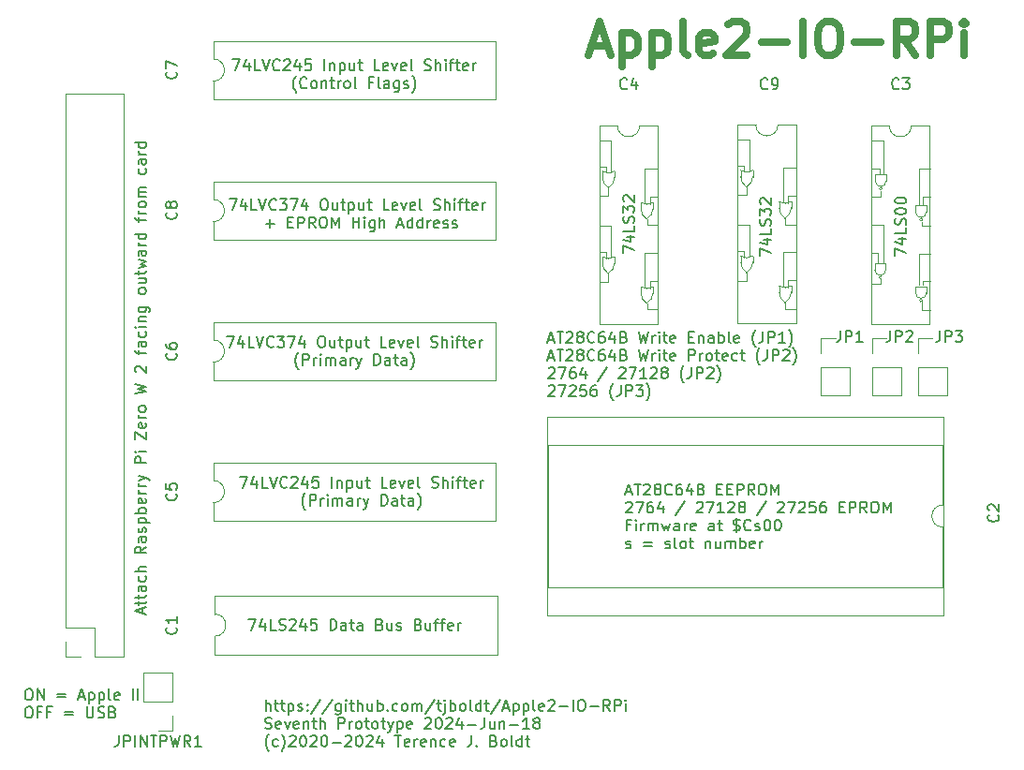
<source format=gbr>
G04 #@! TF.GenerationSoftware,KiCad,Pcbnew,8.0.3*
G04 #@! TF.CreationDate,2024-06-18T13:39:18-04:00*
G04 #@! TF.ProjectId,Apple2IORPi,4170706c-6532-4494-9f52-50692e6b6963,0.7*
G04 #@! TF.SameCoordinates,Original*
G04 #@! TF.FileFunction,Legend,Top*
G04 #@! TF.FilePolarity,Positive*
%FSLAX46Y46*%
G04 Gerber Fmt 4.6, Leading zero omitted, Abs format (unit mm)*
G04 Created by KiCad (PCBNEW 8.0.3) date 2024-06-18 13:39:18*
%MOMM*%
%LPD*%
G01*
G04 APERTURE LIST*
%ADD10C,0.150000*%
%ADD11C,0.635000*%
%ADD12C,0.120000*%
G04 APERTURE END LIST*
D10*
X152789160Y-73254272D02*
X153265350Y-73254272D01*
X152693922Y-73539987D02*
X153027255Y-72539987D01*
X153027255Y-72539987D02*
X153360588Y-73539987D01*
X153551065Y-72539987D02*
X154122493Y-72539987D01*
X153836779Y-73539987D02*
X153836779Y-72539987D01*
X154408208Y-72635225D02*
X154455827Y-72587606D01*
X154455827Y-72587606D02*
X154551065Y-72539987D01*
X154551065Y-72539987D02*
X154789160Y-72539987D01*
X154789160Y-72539987D02*
X154884398Y-72587606D01*
X154884398Y-72587606D02*
X154932017Y-72635225D01*
X154932017Y-72635225D02*
X154979636Y-72730463D01*
X154979636Y-72730463D02*
X154979636Y-72825701D01*
X154979636Y-72825701D02*
X154932017Y-72968558D01*
X154932017Y-72968558D02*
X154360589Y-73539987D01*
X154360589Y-73539987D02*
X154979636Y-73539987D01*
X155551065Y-72968558D02*
X155455827Y-72920939D01*
X155455827Y-72920939D02*
X155408208Y-72873320D01*
X155408208Y-72873320D02*
X155360589Y-72778082D01*
X155360589Y-72778082D02*
X155360589Y-72730463D01*
X155360589Y-72730463D02*
X155408208Y-72635225D01*
X155408208Y-72635225D02*
X155455827Y-72587606D01*
X155455827Y-72587606D02*
X155551065Y-72539987D01*
X155551065Y-72539987D02*
X155741541Y-72539987D01*
X155741541Y-72539987D02*
X155836779Y-72587606D01*
X155836779Y-72587606D02*
X155884398Y-72635225D01*
X155884398Y-72635225D02*
X155932017Y-72730463D01*
X155932017Y-72730463D02*
X155932017Y-72778082D01*
X155932017Y-72778082D02*
X155884398Y-72873320D01*
X155884398Y-72873320D02*
X155836779Y-72920939D01*
X155836779Y-72920939D02*
X155741541Y-72968558D01*
X155741541Y-72968558D02*
X155551065Y-72968558D01*
X155551065Y-72968558D02*
X155455827Y-73016177D01*
X155455827Y-73016177D02*
X155408208Y-73063796D01*
X155408208Y-73063796D02*
X155360589Y-73159034D01*
X155360589Y-73159034D02*
X155360589Y-73349510D01*
X155360589Y-73349510D02*
X155408208Y-73444748D01*
X155408208Y-73444748D02*
X155455827Y-73492368D01*
X155455827Y-73492368D02*
X155551065Y-73539987D01*
X155551065Y-73539987D02*
X155741541Y-73539987D01*
X155741541Y-73539987D02*
X155836779Y-73492368D01*
X155836779Y-73492368D02*
X155884398Y-73444748D01*
X155884398Y-73444748D02*
X155932017Y-73349510D01*
X155932017Y-73349510D02*
X155932017Y-73159034D01*
X155932017Y-73159034D02*
X155884398Y-73063796D01*
X155884398Y-73063796D02*
X155836779Y-73016177D01*
X155836779Y-73016177D02*
X155741541Y-72968558D01*
X156932017Y-73444748D02*
X156884398Y-73492368D01*
X156884398Y-73492368D02*
X156741541Y-73539987D01*
X156741541Y-73539987D02*
X156646303Y-73539987D01*
X156646303Y-73539987D02*
X156503446Y-73492368D01*
X156503446Y-73492368D02*
X156408208Y-73397129D01*
X156408208Y-73397129D02*
X156360589Y-73301891D01*
X156360589Y-73301891D02*
X156312970Y-73111415D01*
X156312970Y-73111415D02*
X156312970Y-72968558D01*
X156312970Y-72968558D02*
X156360589Y-72778082D01*
X156360589Y-72778082D02*
X156408208Y-72682844D01*
X156408208Y-72682844D02*
X156503446Y-72587606D01*
X156503446Y-72587606D02*
X156646303Y-72539987D01*
X156646303Y-72539987D02*
X156741541Y-72539987D01*
X156741541Y-72539987D02*
X156884398Y-72587606D01*
X156884398Y-72587606D02*
X156932017Y-72635225D01*
X157789160Y-72539987D02*
X157598684Y-72539987D01*
X157598684Y-72539987D02*
X157503446Y-72587606D01*
X157503446Y-72587606D02*
X157455827Y-72635225D01*
X157455827Y-72635225D02*
X157360589Y-72778082D01*
X157360589Y-72778082D02*
X157312970Y-72968558D01*
X157312970Y-72968558D02*
X157312970Y-73349510D01*
X157312970Y-73349510D02*
X157360589Y-73444748D01*
X157360589Y-73444748D02*
X157408208Y-73492368D01*
X157408208Y-73492368D02*
X157503446Y-73539987D01*
X157503446Y-73539987D02*
X157693922Y-73539987D01*
X157693922Y-73539987D02*
X157789160Y-73492368D01*
X157789160Y-73492368D02*
X157836779Y-73444748D01*
X157836779Y-73444748D02*
X157884398Y-73349510D01*
X157884398Y-73349510D02*
X157884398Y-73111415D01*
X157884398Y-73111415D02*
X157836779Y-73016177D01*
X157836779Y-73016177D02*
X157789160Y-72968558D01*
X157789160Y-72968558D02*
X157693922Y-72920939D01*
X157693922Y-72920939D02*
X157503446Y-72920939D01*
X157503446Y-72920939D02*
X157408208Y-72968558D01*
X157408208Y-72968558D02*
X157360589Y-73016177D01*
X157360589Y-73016177D02*
X157312970Y-73111415D01*
X158741541Y-72873320D02*
X158741541Y-73539987D01*
X158503446Y-72492368D02*
X158265351Y-73206653D01*
X158265351Y-73206653D02*
X158884398Y-73206653D01*
X159598684Y-73016177D02*
X159741541Y-73063796D01*
X159741541Y-73063796D02*
X159789160Y-73111415D01*
X159789160Y-73111415D02*
X159836779Y-73206653D01*
X159836779Y-73206653D02*
X159836779Y-73349510D01*
X159836779Y-73349510D02*
X159789160Y-73444748D01*
X159789160Y-73444748D02*
X159741541Y-73492368D01*
X159741541Y-73492368D02*
X159646303Y-73539987D01*
X159646303Y-73539987D02*
X159265351Y-73539987D01*
X159265351Y-73539987D02*
X159265351Y-72539987D01*
X159265351Y-72539987D02*
X159598684Y-72539987D01*
X159598684Y-72539987D02*
X159693922Y-72587606D01*
X159693922Y-72587606D02*
X159741541Y-72635225D01*
X159741541Y-72635225D02*
X159789160Y-72730463D01*
X159789160Y-72730463D02*
X159789160Y-72825701D01*
X159789160Y-72825701D02*
X159741541Y-72920939D01*
X159741541Y-72920939D02*
X159693922Y-72968558D01*
X159693922Y-72968558D02*
X159598684Y-73016177D01*
X159598684Y-73016177D02*
X159265351Y-73016177D01*
X160932018Y-72539987D02*
X161170113Y-73539987D01*
X161170113Y-73539987D02*
X161360589Y-72825701D01*
X161360589Y-72825701D02*
X161551065Y-73539987D01*
X161551065Y-73539987D02*
X161789161Y-72539987D01*
X162170113Y-73539987D02*
X162170113Y-72873320D01*
X162170113Y-73063796D02*
X162217732Y-72968558D01*
X162217732Y-72968558D02*
X162265351Y-72920939D01*
X162265351Y-72920939D02*
X162360589Y-72873320D01*
X162360589Y-72873320D02*
X162455827Y-72873320D01*
X162789161Y-73539987D02*
X162789161Y-72873320D01*
X162789161Y-72539987D02*
X162741542Y-72587606D01*
X162741542Y-72587606D02*
X162789161Y-72635225D01*
X162789161Y-72635225D02*
X162836780Y-72587606D01*
X162836780Y-72587606D02*
X162789161Y-72539987D01*
X162789161Y-72539987D02*
X162789161Y-72635225D01*
X163122494Y-72873320D02*
X163503446Y-72873320D01*
X163265351Y-72539987D02*
X163265351Y-73397129D01*
X163265351Y-73397129D02*
X163312970Y-73492368D01*
X163312970Y-73492368D02*
X163408208Y-73539987D01*
X163408208Y-73539987D02*
X163503446Y-73539987D01*
X164217732Y-73492368D02*
X164122494Y-73539987D01*
X164122494Y-73539987D02*
X163932018Y-73539987D01*
X163932018Y-73539987D02*
X163836780Y-73492368D01*
X163836780Y-73492368D02*
X163789161Y-73397129D01*
X163789161Y-73397129D02*
X163789161Y-73016177D01*
X163789161Y-73016177D02*
X163836780Y-72920939D01*
X163836780Y-72920939D02*
X163932018Y-72873320D01*
X163932018Y-72873320D02*
X164122494Y-72873320D01*
X164122494Y-72873320D02*
X164217732Y-72920939D01*
X164217732Y-72920939D02*
X164265351Y-73016177D01*
X164265351Y-73016177D02*
X164265351Y-73111415D01*
X164265351Y-73111415D02*
X163789161Y-73206653D01*
X165455828Y-73016177D02*
X165789161Y-73016177D01*
X165932018Y-73539987D02*
X165455828Y-73539987D01*
X165455828Y-73539987D02*
X165455828Y-72539987D01*
X165455828Y-72539987D02*
X165932018Y-72539987D01*
X166360590Y-72873320D02*
X166360590Y-73539987D01*
X166360590Y-72968558D02*
X166408209Y-72920939D01*
X166408209Y-72920939D02*
X166503447Y-72873320D01*
X166503447Y-72873320D02*
X166646304Y-72873320D01*
X166646304Y-72873320D02*
X166741542Y-72920939D01*
X166741542Y-72920939D02*
X166789161Y-73016177D01*
X166789161Y-73016177D02*
X166789161Y-73539987D01*
X167693923Y-73539987D02*
X167693923Y-73016177D01*
X167693923Y-73016177D02*
X167646304Y-72920939D01*
X167646304Y-72920939D02*
X167551066Y-72873320D01*
X167551066Y-72873320D02*
X167360590Y-72873320D01*
X167360590Y-72873320D02*
X167265352Y-72920939D01*
X167693923Y-73492368D02*
X167598685Y-73539987D01*
X167598685Y-73539987D02*
X167360590Y-73539987D01*
X167360590Y-73539987D02*
X167265352Y-73492368D01*
X167265352Y-73492368D02*
X167217733Y-73397129D01*
X167217733Y-73397129D02*
X167217733Y-73301891D01*
X167217733Y-73301891D02*
X167265352Y-73206653D01*
X167265352Y-73206653D02*
X167360590Y-73159034D01*
X167360590Y-73159034D02*
X167598685Y-73159034D01*
X167598685Y-73159034D02*
X167693923Y-73111415D01*
X168170114Y-73539987D02*
X168170114Y-72539987D01*
X168170114Y-72920939D02*
X168265352Y-72873320D01*
X168265352Y-72873320D02*
X168455828Y-72873320D01*
X168455828Y-72873320D02*
X168551066Y-72920939D01*
X168551066Y-72920939D02*
X168598685Y-72968558D01*
X168598685Y-72968558D02*
X168646304Y-73063796D01*
X168646304Y-73063796D02*
X168646304Y-73349510D01*
X168646304Y-73349510D02*
X168598685Y-73444748D01*
X168598685Y-73444748D02*
X168551066Y-73492368D01*
X168551066Y-73492368D02*
X168455828Y-73539987D01*
X168455828Y-73539987D02*
X168265352Y-73539987D01*
X168265352Y-73539987D02*
X168170114Y-73492368D01*
X169217733Y-73539987D02*
X169122495Y-73492368D01*
X169122495Y-73492368D02*
X169074876Y-73397129D01*
X169074876Y-73397129D02*
X169074876Y-72539987D01*
X169979638Y-73492368D02*
X169884400Y-73539987D01*
X169884400Y-73539987D02*
X169693924Y-73539987D01*
X169693924Y-73539987D02*
X169598686Y-73492368D01*
X169598686Y-73492368D02*
X169551067Y-73397129D01*
X169551067Y-73397129D02*
X169551067Y-73016177D01*
X169551067Y-73016177D02*
X169598686Y-72920939D01*
X169598686Y-72920939D02*
X169693924Y-72873320D01*
X169693924Y-72873320D02*
X169884400Y-72873320D01*
X169884400Y-72873320D02*
X169979638Y-72920939D01*
X169979638Y-72920939D02*
X170027257Y-73016177D01*
X170027257Y-73016177D02*
X170027257Y-73111415D01*
X170027257Y-73111415D02*
X169551067Y-73206653D01*
X171503448Y-73920939D02*
X171455829Y-73873320D01*
X171455829Y-73873320D02*
X171360591Y-73730463D01*
X171360591Y-73730463D02*
X171312972Y-73635225D01*
X171312972Y-73635225D02*
X171265353Y-73492368D01*
X171265353Y-73492368D02*
X171217734Y-73254272D01*
X171217734Y-73254272D02*
X171217734Y-73063796D01*
X171217734Y-73063796D02*
X171265353Y-72825701D01*
X171265353Y-72825701D02*
X171312972Y-72682844D01*
X171312972Y-72682844D02*
X171360591Y-72587606D01*
X171360591Y-72587606D02*
X171455829Y-72444748D01*
X171455829Y-72444748D02*
X171503448Y-72397129D01*
X172170115Y-72539987D02*
X172170115Y-73254272D01*
X172170115Y-73254272D02*
X172122496Y-73397129D01*
X172122496Y-73397129D02*
X172027258Y-73492368D01*
X172027258Y-73492368D02*
X171884401Y-73539987D01*
X171884401Y-73539987D02*
X171789163Y-73539987D01*
X172646306Y-73539987D02*
X172646306Y-72539987D01*
X172646306Y-72539987D02*
X173027258Y-72539987D01*
X173027258Y-72539987D02*
X173122496Y-72587606D01*
X173122496Y-72587606D02*
X173170115Y-72635225D01*
X173170115Y-72635225D02*
X173217734Y-72730463D01*
X173217734Y-72730463D02*
X173217734Y-72873320D01*
X173217734Y-72873320D02*
X173170115Y-72968558D01*
X173170115Y-72968558D02*
X173122496Y-73016177D01*
X173122496Y-73016177D02*
X173027258Y-73063796D01*
X173027258Y-73063796D02*
X172646306Y-73063796D01*
X174170115Y-73539987D02*
X173598687Y-73539987D01*
X173884401Y-73539987D02*
X173884401Y-72539987D01*
X173884401Y-72539987D02*
X173789163Y-72682844D01*
X173789163Y-72682844D02*
X173693925Y-72778082D01*
X173693925Y-72778082D02*
X173598687Y-72825701D01*
X174503449Y-73920939D02*
X174551068Y-73873320D01*
X174551068Y-73873320D02*
X174646306Y-73730463D01*
X174646306Y-73730463D02*
X174693925Y-73635225D01*
X174693925Y-73635225D02*
X174741544Y-73492368D01*
X174741544Y-73492368D02*
X174789163Y-73254272D01*
X174789163Y-73254272D02*
X174789163Y-73063796D01*
X174789163Y-73063796D02*
X174741544Y-72825701D01*
X174741544Y-72825701D02*
X174693925Y-72682844D01*
X174693925Y-72682844D02*
X174646306Y-72587606D01*
X174646306Y-72587606D02*
X174551068Y-72444748D01*
X174551068Y-72444748D02*
X174503449Y-72397129D01*
X152789160Y-74864216D02*
X153265350Y-74864216D01*
X152693922Y-75149931D02*
X153027255Y-74149931D01*
X153027255Y-74149931D02*
X153360588Y-75149931D01*
X153551065Y-74149931D02*
X154122493Y-74149931D01*
X153836779Y-75149931D02*
X153836779Y-74149931D01*
X154408208Y-74245169D02*
X154455827Y-74197550D01*
X154455827Y-74197550D02*
X154551065Y-74149931D01*
X154551065Y-74149931D02*
X154789160Y-74149931D01*
X154789160Y-74149931D02*
X154884398Y-74197550D01*
X154884398Y-74197550D02*
X154932017Y-74245169D01*
X154932017Y-74245169D02*
X154979636Y-74340407D01*
X154979636Y-74340407D02*
X154979636Y-74435645D01*
X154979636Y-74435645D02*
X154932017Y-74578502D01*
X154932017Y-74578502D02*
X154360589Y-75149931D01*
X154360589Y-75149931D02*
X154979636Y-75149931D01*
X155551065Y-74578502D02*
X155455827Y-74530883D01*
X155455827Y-74530883D02*
X155408208Y-74483264D01*
X155408208Y-74483264D02*
X155360589Y-74388026D01*
X155360589Y-74388026D02*
X155360589Y-74340407D01*
X155360589Y-74340407D02*
X155408208Y-74245169D01*
X155408208Y-74245169D02*
X155455827Y-74197550D01*
X155455827Y-74197550D02*
X155551065Y-74149931D01*
X155551065Y-74149931D02*
X155741541Y-74149931D01*
X155741541Y-74149931D02*
X155836779Y-74197550D01*
X155836779Y-74197550D02*
X155884398Y-74245169D01*
X155884398Y-74245169D02*
X155932017Y-74340407D01*
X155932017Y-74340407D02*
X155932017Y-74388026D01*
X155932017Y-74388026D02*
X155884398Y-74483264D01*
X155884398Y-74483264D02*
X155836779Y-74530883D01*
X155836779Y-74530883D02*
X155741541Y-74578502D01*
X155741541Y-74578502D02*
X155551065Y-74578502D01*
X155551065Y-74578502D02*
X155455827Y-74626121D01*
X155455827Y-74626121D02*
X155408208Y-74673740D01*
X155408208Y-74673740D02*
X155360589Y-74768978D01*
X155360589Y-74768978D02*
X155360589Y-74959454D01*
X155360589Y-74959454D02*
X155408208Y-75054692D01*
X155408208Y-75054692D02*
X155455827Y-75102312D01*
X155455827Y-75102312D02*
X155551065Y-75149931D01*
X155551065Y-75149931D02*
X155741541Y-75149931D01*
X155741541Y-75149931D02*
X155836779Y-75102312D01*
X155836779Y-75102312D02*
X155884398Y-75054692D01*
X155884398Y-75054692D02*
X155932017Y-74959454D01*
X155932017Y-74959454D02*
X155932017Y-74768978D01*
X155932017Y-74768978D02*
X155884398Y-74673740D01*
X155884398Y-74673740D02*
X155836779Y-74626121D01*
X155836779Y-74626121D02*
X155741541Y-74578502D01*
X156932017Y-75054692D02*
X156884398Y-75102312D01*
X156884398Y-75102312D02*
X156741541Y-75149931D01*
X156741541Y-75149931D02*
X156646303Y-75149931D01*
X156646303Y-75149931D02*
X156503446Y-75102312D01*
X156503446Y-75102312D02*
X156408208Y-75007073D01*
X156408208Y-75007073D02*
X156360589Y-74911835D01*
X156360589Y-74911835D02*
X156312970Y-74721359D01*
X156312970Y-74721359D02*
X156312970Y-74578502D01*
X156312970Y-74578502D02*
X156360589Y-74388026D01*
X156360589Y-74388026D02*
X156408208Y-74292788D01*
X156408208Y-74292788D02*
X156503446Y-74197550D01*
X156503446Y-74197550D02*
X156646303Y-74149931D01*
X156646303Y-74149931D02*
X156741541Y-74149931D01*
X156741541Y-74149931D02*
X156884398Y-74197550D01*
X156884398Y-74197550D02*
X156932017Y-74245169D01*
X157789160Y-74149931D02*
X157598684Y-74149931D01*
X157598684Y-74149931D02*
X157503446Y-74197550D01*
X157503446Y-74197550D02*
X157455827Y-74245169D01*
X157455827Y-74245169D02*
X157360589Y-74388026D01*
X157360589Y-74388026D02*
X157312970Y-74578502D01*
X157312970Y-74578502D02*
X157312970Y-74959454D01*
X157312970Y-74959454D02*
X157360589Y-75054692D01*
X157360589Y-75054692D02*
X157408208Y-75102312D01*
X157408208Y-75102312D02*
X157503446Y-75149931D01*
X157503446Y-75149931D02*
X157693922Y-75149931D01*
X157693922Y-75149931D02*
X157789160Y-75102312D01*
X157789160Y-75102312D02*
X157836779Y-75054692D01*
X157836779Y-75054692D02*
X157884398Y-74959454D01*
X157884398Y-74959454D02*
X157884398Y-74721359D01*
X157884398Y-74721359D02*
X157836779Y-74626121D01*
X157836779Y-74626121D02*
X157789160Y-74578502D01*
X157789160Y-74578502D02*
X157693922Y-74530883D01*
X157693922Y-74530883D02*
X157503446Y-74530883D01*
X157503446Y-74530883D02*
X157408208Y-74578502D01*
X157408208Y-74578502D02*
X157360589Y-74626121D01*
X157360589Y-74626121D02*
X157312970Y-74721359D01*
X158741541Y-74483264D02*
X158741541Y-75149931D01*
X158503446Y-74102312D02*
X158265351Y-74816597D01*
X158265351Y-74816597D02*
X158884398Y-74816597D01*
X159598684Y-74626121D02*
X159741541Y-74673740D01*
X159741541Y-74673740D02*
X159789160Y-74721359D01*
X159789160Y-74721359D02*
X159836779Y-74816597D01*
X159836779Y-74816597D02*
X159836779Y-74959454D01*
X159836779Y-74959454D02*
X159789160Y-75054692D01*
X159789160Y-75054692D02*
X159741541Y-75102312D01*
X159741541Y-75102312D02*
X159646303Y-75149931D01*
X159646303Y-75149931D02*
X159265351Y-75149931D01*
X159265351Y-75149931D02*
X159265351Y-74149931D01*
X159265351Y-74149931D02*
X159598684Y-74149931D01*
X159598684Y-74149931D02*
X159693922Y-74197550D01*
X159693922Y-74197550D02*
X159741541Y-74245169D01*
X159741541Y-74245169D02*
X159789160Y-74340407D01*
X159789160Y-74340407D02*
X159789160Y-74435645D01*
X159789160Y-74435645D02*
X159741541Y-74530883D01*
X159741541Y-74530883D02*
X159693922Y-74578502D01*
X159693922Y-74578502D02*
X159598684Y-74626121D01*
X159598684Y-74626121D02*
X159265351Y-74626121D01*
X160932018Y-74149931D02*
X161170113Y-75149931D01*
X161170113Y-75149931D02*
X161360589Y-74435645D01*
X161360589Y-74435645D02*
X161551065Y-75149931D01*
X161551065Y-75149931D02*
X161789161Y-74149931D01*
X162170113Y-75149931D02*
X162170113Y-74483264D01*
X162170113Y-74673740D02*
X162217732Y-74578502D01*
X162217732Y-74578502D02*
X162265351Y-74530883D01*
X162265351Y-74530883D02*
X162360589Y-74483264D01*
X162360589Y-74483264D02*
X162455827Y-74483264D01*
X162789161Y-75149931D02*
X162789161Y-74483264D01*
X162789161Y-74149931D02*
X162741542Y-74197550D01*
X162741542Y-74197550D02*
X162789161Y-74245169D01*
X162789161Y-74245169D02*
X162836780Y-74197550D01*
X162836780Y-74197550D02*
X162789161Y-74149931D01*
X162789161Y-74149931D02*
X162789161Y-74245169D01*
X163122494Y-74483264D02*
X163503446Y-74483264D01*
X163265351Y-74149931D02*
X163265351Y-75007073D01*
X163265351Y-75007073D02*
X163312970Y-75102312D01*
X163312970Y-75102312D02*
X163408208Y-75149931D01*
X163408208Y-75149931D02*
X163503446Y-75149931D01*
X164217732Y-75102312D02*
X164122494Y-75149931D01*
X164122494Y-75149931D02*
X163932018Y-75149931D01*
X163932018Y-75149931D02*
X163836780Y-75102312D01*
X163836780Y-75102312D02*
X163789161Y-75007073D01*
X163789161Y-75007073D02*
X163789161Y-74626121D01*
X163789161Y-74626121D02*
X163836780Y-74530883D01*
X163836780Y-74530883D02*
X163932018Y-74483264D01*
X163932018Y-74483264D02*
X164122494Y-74483264D01*
X164122494Y-74483264D02*
X164217732Y-74530883D01*
X164217732Y-74530883D02*
X164265351Y-74626121D01*
X164265351Y-74626121D02*
X164265351Y-74721359D01*
X164265351Y-74721359D02*
X163789161Y-74816597D01*
X165455828Y-75149931D02*
X165455828Y-74149931D01*
X165455828Y-74149931D02*
X165836780Y-74149931D01*
X165836780Y-74149931D02*
X165932018Y-74197550D01*
X165932018Y-74197550D02*
X165979637Y-74245169D01*
X165979637Y-74245169D02*
X166027256Y-74340407D01*
X166027256Y-74340407D02*
X166027256Y-74483264D01*
X166027256Y-74483264D02*
X165979637Y-74578502D01*
X165979637Y-74578502D02*
X165932018Y-74626121D01*
X165932018Y-74626121D02*
X165836780Y-74673740D01*
X165836780Y-74673740D02*
X165455828Y-74673740D01*
X166455828Y-75149931D02*
X166455828Y-74483264D01*
X166455828Y-74673740D02*
X166503447Y-74578502D01*
X166503447Y-74578502D02*
X166551066Y-74530883D01*
X166551066Y-74530883D02*
X166646304Y-74483264D01*
X166646304Y-74483264D02*
X166741542Y-74483264D01*
X167217733Y-75149931D02*
X167122495Y-75102312D01*
X167122495Y-75102312D02*
X167074876Y-75054692D01*
X167074876Y-75054692D02*
X167027257Y-74959454D01*
X167027257Y-74959454D02*
X167027257Y-74673740D01*
X167027257Y-74673740D02*
X167074876Y-74578502D01*
X167074876Y-74578502D02*
X167122495Y-74530883D01*
X167122495Y-74530883D02*
X167217733Y-74483264D01*
X167217733Y-74483264D02*
X167360590Y-74483264D01*
X167360590Y-74483264D02*
X167455828Y-74530883D01*
X167455828Y-74530883D02*
X167503447Y-74578502D01*
X167503447Y-74578502D02*
X167551066Y-74673740D01*
X167551066Y-74673740D02*
X167551066Y-74959454D01*
X167551066Y-74959454D02*
X167503447Y-75054692D01*
X167503447Y-75054692D02*
X167455828Y-75102312D01*
X167455828Y-75102312D02*
X167360590Y-75149931D01*
X167360590Y-75149931D02*
X167217733Y-75149931D01*
X167836781Y-74483264D02*
X168217733Y-74483264D01*
X167979638Y-74149931D02*
X167979638Y-75007073D01*
X167979638Y-75007073D02*
X168027257Y-75102312D01*
X168027257Y-75102312D02*
X168122495Y-75149931D01*
X168122495Y-75149931D02*
X168217733Y-75149931D01*
X168932019Y-75102312D02*
X168836781Y-75149931D01*
X168836781Y-75149931D02*
X168646305Y-75149931D01*
X168646305Y-75149931D02*
X168551067Y-75102312D01*
X168551067Y-75102312D02*
X168503448Y-75007073D01*
X168503448Y-75007073D02*
X168503448Y-74626121D01*
X168503448Y-74626121D02*
X168551067Y-74530883D01*
X168551067Y-74530883D02*
X168646305Y-74483264D01*
X168646305Y-74483264D02*
X168836781Y-74483264D01*
X168836781Y-74483264D02*
X168932019Y-74530883D01*
X168932019Y-74530883D02*
X168979638Y-74626121D01*
X168979638Y-74626121D02*
X168979638Y-74721359D01*
X168979638Y-74721359D02*
X168503448Y-74816597D01*
X169836781Y-75102312D02*
X169741543Y-75149931D01*
X169741543Y-75149931D02*
X169551067Y-75149931D01*
X169551067Y-75149931D02*
X169455829Y-75102312D01*
X169455829Y-75102312D02*
X169408210Y-75054692D01*
X169408210Y-75054692D02*
X169360591Y-74959454D01*
X169360591Y-74959454D02*
X169360591Y-74673740D01*
X169360591Y-74673740D02*
X169408210Y-74578502D01*
X169408210Y-74578502D02*
X169455829Y-74530883D01*
X169455829Y-74530883D02*
X169551067Y-74483264D01*
X169551067Y-74483264D02*
X169741543Y-74483264D01*
X169741543Y-74483264D02*
X169836781Y-74530883D01*
X170122496Y-74483264D02*
X170503448Y-74483264D01*
X170265353Y-74149931D02*
X170265353Y-75007073D01*
X170265353Y-75007073D02*
X170312972Y-75102312D01*
X170312972Y-75102312D02*
X170408210Y-75149931D01*
X170408210Y-75149931D02*
X170503448Y-75149931D01*
X171884401Y-75530883D02*
X171836782Y-75483264D01*
X171836782Y-75483264D02*
X171741544Y-75340407D01*
X171741544Y-75340407D02*
X171693925Y-75245169D01*
X171693925Y-75245169D02*
X171646306Y-75102312D01*
X171646306Y-75102312D02*
X171598687Y-74864216D01*
X171598687Y-74864216D02*
X171598687Y-74673740D01*
X171598687Y-74673740D02*
X171646306Y-74435645D01*
X171646306Y-74435645D02*
X171693925Y-74292788D01*
X171693925Y-74292788D02*
X171741544Y-74197550D01*
X171741544Y-74197550D02*
X171836782Y-74054692D01*
X171836782Y-74054692D02*
X171884401Y-74007073D01*
X172551068Y-74149931D02*
X172551068Y-74864216D01*
X172551068Y-74864216D02*
X172503449Y-75007073D01*
X172503449Y-75007073D02*
X172408211Y-75102312D01*
X172408211Y-75102312D02*
X172265354Y-75149931D01*
X172265354Y-75149931D02*
X172170116Y-75149931D01*
X173027259Y-75149931D02*
X173027259Y-74149931D01*
X173027259Y-74149931D02*
X173408211Y-74149931D01*
X173408211Y-74149931D02*
X173503449Y-74197550D01*
X173503449Y-74197550D02*
X173551068Y-74245169D01*
X173551068Y-74245169D02*
X173598687Y-74340407D01*
X173598687Y-74340407D02*
X173598687Y-74483264D01*
X173598687Y-74483264D02*
X173551068Y-74578502D01*
X173551068Y-74578502D02*
X173503449Y-74626121D01*
X173503449Y-74626121D02*
X173408211Y-74673740D01*
X173408211Y-74673740D02*
X173027259Y-74673740D01*
X173979640Y-74245169D02*
X174027259Y-74197550D01*
X174027259Y-74197550D02*
X174122497Y-74149931D01*
X174122497Y-74149931D02*
X174360592Y-74149931D01*
X174360592Y-74149931D02*
X174455830Y-74197550D01*
X174455830Y-74197550D02*
X174503449Y-74245169D01*
X174503449Y-74245169D02*
X174551068Y-74340407D01*
X174551068Y-74340407D02*
X174551068Y-74435645D01*
X174551068Y-74435645D02*
X174503449Y-74578502D01*
X174503449Y-74578502D02*
X173932021Y-75149931D01*
X173932021Y-75149931D02*
X174551068Y-75149931D01*
X174884402Y-75530883D02*
X174932021Y-75483264D01*
X174932021Y-75483264D02*
X175027259Y-75340407D01*
X175027259Y-75340407D02*
X175074878Y-75245169D01*
X175074878Y-75245169D02*
X175122497Y-75102312D01*
X175122497Y-75102312D02*
X175170116Y-74864216D01*
X175170116Y-74864216D02*
X175170116Y-74673740D01*
X175170116Y-74673740D02*
X175122497Y-74435645D01*
X175122497Y-74435645D02*
X175074878Y-74292788D01*
X175074878Y-74292788D02*
X175027259Y-74197550D01*
X175027259Y-74197550D02*
X174932021Y-74054692D01*
X174932021Y-74054692D02*
X174884402Y-74007073D01*
X152789160Y-75855113D02*
X152836779Y-75807494D01*
X152836779Y-75807494D02*
X152932017Y-75759875D01*
X152932017Y-75759875D02*
X153170112Y-75759875D01*
X153170112Y-75759875D02*
X153265350Y-75807494D01*
X153265350Y-75807494D02*
X153312969Y-75855113D01*
X153312969Y-75855113D02*
X153360588Y-75950351D01*
X153360588Y-75950351D02*
X153360588Y-76045589D01*
X153360588Y-76045589D02*
X153312969Y-76188446D01*
X153312969Y-76188446D02*
X152741541Y-76759875D01*
X152741541Y-76759875D02*
X153360588Y-76759875D01*
X153693922Y-75759875D02*
X154360588Y-75759875D01*
X154360588Y-75759875D02*
X153932017Y-76759875D01*
X155170112Y-75759875D02*
X154979636Y-75759875D01*
X154979636Y-75759875D02*
X154884398Y-75807494D01*
X154884398Y-75807494D02*
X154836779Y-75855113D01*
X154836779Y-75855113D02*
X154741541Y-75997970D01*
X154741541Y-75997970D02*
X154693922Y-76188446D01*
X154693922Y-76188446D02*
X154693922Y-76569398D01*
X154693922Y-76569398D02*
X154741541Y-76664636D01*
X154741541Y-76664636D02*
X154789160Y-76712256D01*
X154789160Y-76712256D02*
X154884398Y-76759875D01*
X154884398Y-76759875D02*
X155074874Y-76759875D01*
X155074874Y-76759875D02*
X155170112Y-76712256D01*
X155170112Y-76712256D02*
X155217731Y-76664636D01*
X155217731Y-76664636D02*
X155265350Y-76569398D01*
X155265350Y-76569398D02*
X155265350Y-76331303D01*
X155265350Y-76331303D02*
X155217731Y-76236065D01*
X155217731Y-76236065D02*
X155170112Y-76188446D01*
X155170112Y-76188446D02*
X155074874Y-76140827D01*
X155074874Y-76140827D02*
X154884398Y-76140827D01*
X154884398Y-76140827D02*
X154789160Y-76188446D01*
X154789160Y-76188446D02*
X154741541Y-76236065D01*
X154741541Y-76236065D02*
X154693922Y-76331303D01*
X156122493Y-76093208D02*
X156122493Y-76759875D01*
X155884398Y-75712256D02*
X155646303Y-76426541D01*
X155646303Y-76426541D02*
X156265350Y-76426541D01*
X158122493Y-75712256D02*
X157265351Y-76997970D01*
X159170113Y-75855113D02*
X159217732Y-75807494D01*
X159217732Y-75807494D02*
X159312970Y-75759875D01*
X159312970Y-75759875D02*
X159551065Y-75759875D01*
X159551065Y-75759875D02*
X159646303Y-75807494D01*
X159646303Y-75807494D02*
X159693922Y-75855113D01*
X159693922Y-75855113D02*
X159741541Y-75950351D01*
X159741541Y-75950351D02*
X159741541Y-76045589D01*
X159741541Y-76045589D02*
X159693922Y-76188446D01*
X159693922Y-76188446D02*
X159122494Y-76759875D01*
X159122494Y-76759875D02*
X159741541Y-76759875D01*
X160074875Y-75759875D02*
X160741541Y-75759875D01*
X160741541Y-75759875D02*
X160312970Y-76759875D01*
X161646303Y-76759875D02*
X161074875Y-76759875D01*
X161360589Y-76759875D02*
X161360589Y-75759875D01*
X161360589Y-75759875D02*
X161265351Y-75902732D01*
X161265351Y-75902732D02*
X161170113Y-75997970D01*
X161170113Y-75997970D02*
X161074875Y-76045589D01*
X162027256Y-75855113D02*
X162074875Y-75807494D01*
X162074875Y-75807494D02*
X162170113Y-75759875D01*
X162170113Y-75759875D02*
X162408208Y-75759875D01*
X162408208Y-75759875D02*
X162503446Y-75807494D01*
X162503446Y-75807494D02*
X162551065Y-75855113D01*
X162551065Y-75855113D02*
X162598684Y-75950351D01*
X162598684Y-75950351D02*
X162598684Y-76045589D01*
X162598684Y-76045589D02*
X162551065Y-76188446D01*
X162551065Y-76188446D02*
X161979637Y-76759875D01*
X161979637Y-76759875D02*
X162598684Y-76759875D01*
X163170113Y-76188446D02*
X163074875Y-76140827D01*
X163074875Y-76140827D02*
X163027256Y-76093208D01*
X163027256Y-76093208D02*
X162979637Y-75997970D01*
X162979637Y-75997970D02*
X162979637Y-75950351D01*
X162979637Y-75950351D02*
X163027256Y-75855113D01*
X163027256Y-75855113D02*
X163074875Y-75807494D01*
X163074875Y-75807494D02*
X163170113Y-75759875D01*
X163170113Y-75759875D02*
X163360589Y-75759875D01*
X163360589Y-75759875D02*
X163455827Y-75807494D01*
X163455827Y-75807494D02*
X163503446Y-75855113D01*
X163503446Y-75855113D02*
X163551065Y-75950351D01*
X163551065Y-75950351D02*
X163551065Y-75997970D01*
X163551065Y-75997970D02*
X163503446Y-76093208D01*
X163503446Y-76093208D02*
X163455827Y-76140827D01*
X163455827Y-76140827D02*
X163360589Y-76188446D01*
X163360589Y-76188446D02*
X163170113Y-76188446D01*
X163170113Y-76188446D02*
X163074875Y-76236065D01*
X163074875Y-76236065D02*
X163027256Y-76283684D01*
X163027256Y-76283684D02*
X162979637Y-76378922D01*
X162979637Y-76378922D02*
X162979637Y-76569398D01*
X162979637Y-76569398D02*
X163027256Y-76664636D01*
X163027256Y-76664636D02*
X163074875Y-76712256D01*
X163074875Y-76712256D02*
X163170113Y-76759875D01*
X163170113Y-76759875D02*
X163360589Y-76759875D01*
X163360589Y-76759875D02*
X163455827Y-76712256D01*
X163455827Y-76712256D02*
X163503446Y-76664636D01*
X163503446Y-76664636D02*
X163551065Y-76569398D01*
X163551065Y-76569398D02*
X163551065Y-76378922D01*
X163551065Y-76378922D02*
X163503446Y-76283684D01*
X163503446Y-76283684D02*
X163455827Y-76236065D01*
X163455827Y-76236065D02*
X163360589Y-76188446D01*
X165027256Y-77140827D02*
X164979637Y-77093208D01*
X164979637Y-77093208D02*
X164884399Y-76950351D01*
X164884399Y-76950351D02*
X164836780Y-76855113D01*
X164836780Y-76855113D02*
X164789161Y-76712256D01*
X164789161Y-76712256D02*
X164741542Y-76474160D01*
X164741542Y-76474160D02*
X164741542Y-76283684D01*
X164741542Y-76283684D02*
X164789161Y-76045589D01*
X164789161Y-76045589D02*
X164836780Y-75902732D01*
X164836780Y-75902732D02*
X164884399Y-75807494D01*
X164884399Y-75807494D02*
X164979637Y-75664636D01*
X164979637Y-75664636D02*
X165027256Y-75617017D01*
X165693923Y-75759875D02*
X165693923Y-76474160D01*
X165693923Y-76474160D02*
X165646304Y-76617017D01*
X165646304Y-76617017D02*
X165551066Y-76712256D01*
X165551066Y-76712256D02*
X165408209Y-76759875D01*
X165408209Y-76759875D02*
X165312971Y-76759875D01*
X166170114Y-76759875D02*
X166170114Y-75759875D01*
X166170114Y-75759875D02*
X166551066Y-75759875D01*
X166551066Y-75759875D02*
X166646304Y-75807494D01*
X166646304Y-75807494D02*
X166693923Y-75855113D01*
X166693923Y-75855113D02*
X166741542Y-75950351D01*
X166741542Y-75950351D02*
X166741542Y-76093208D01*
X166741542Y-76093208D02*
X166693923Y-76188446D01*
X166693923Y-76188446D02*
X166646304Y-76236065D01*
X166646304Y-76236065D02*
X166551066Y-76283684D01*
X166551066Y-76283684D02*
X166170114Y-76283684D01*
X167122495Y-75855113D02*
X167170114Y-75807494D01*
X167170114Y-75807494D02*
X167265352Y-75759875D01*
X167265352Y-75759875D02*
X167503447Y-75759875D01*
X167503447Y-75759875D02*
X167598685Y-75807494D01*
X167598685Y-75807494D02*
X167646304Y-75855113D01*
X167646304Y-75855113D02*
X167693923Y-75950351D01*
X167693923Y-75950351D02*
X167693923Y-76045589D01*
X167693923Y-76045589D02*
X167646304Y-76188446D01*
X167646304Y-76188446D02*
X167074876Y-76759875D01*
X167074876Y-76759875D02*
X167693923Y-76759875D01*
X168027257Y-77140827D02*
X168074876Y-77093208D01*
X168074876Y-77093208D02*
X168170114Y-76950351D01*
X168170114Y-76950351D02*
X168217733Y-76855113D01*
X168217733Y-76855113D02*
X168265352Y-76712256D01*
X168265352Y-76712256D02*
X168312971Y-76474160D01*
X168312971Y-76474160D02*
X168312971Y-76283684D01*
X168312971Y-76283684D02*
X168265352Y-76045589D01*
X168265352Y-76045589D02*
X168217733Y-75902732D01*
X168217733Y-75902732D02*
X168170114Y-75807494D01*
X168170114Y-75807494D02*
X168074876Y-75664636D01*
X168074876Y-75664636D02*
X168027257Y-75617017D01*
X152789160Y-77465057D02*
X152836779Y-77417438D01*
X152836779Y-77417438D02*
X152932017Y-77369819D01*
X152932017Y-77369819D02*
X153170112Y-77369819D01*
X153170112Y-77369819D02*
X153265350Y-77417438D01*
X153265350Y-77417438D02*
X153312969Y-77465057D01*
X153312969Y-77465057D02*
X153360588Y-77560295D01*
X153360588Y-77560295D02*
X153360588Y-77655533D01*
X153360588Y-77655533D02*
X153312969Y-77798390D01*
X153312969Y-77798390D02*
X152741541Y-78369819D01*
X152741541Y-78369819D02*
X153360588Y-78369819D01*
X153693922Y-77369819D02*
X154360588Y-77369819D01*
X154360588Y-77369819D02*
X153932017Y-78369819D01*
X154693922Y-77465057D02*
X154741541Y-77417438D01*
X154741541Y-77417438D02*
X154836779Y-77369819D01*
X154836779Y-77369819D02*
X155074874Y-77369819D01*
X155074874Y-77369819D02*
X155170112Y-77417438D01*
X155170112Y-77417438D02*
X155217731Y-77465057D01*
X155217731Y-77465057D02*
X155265350Y-77560295D01*
X155265350Y-77560295D02*
X155265350Y-77655533D01*
X155265350Y-77655533D02*
X155217731Y-77798390D01*
X155217731Y-77798390D02*
X154646303Y-78369819D01*
X154646303Y-78369819D02*
X155265350Y-78369819D01*
X156170112Y-77369819D02*
X155693922Y-77369819D01*
X155693922Y-77369819D02*
X155646303Y-77846009D01*
X155646303Y-77846009D02*
X155693922Y-77798390D01*
X155693922Y-77798390D02*
X155789160Y-77750771D01*
X155789160Y-77750771D02*
X156027255Y-77750771D01*
X156027255Y-77750771D02*
X156122493Y-77798390D01*
X156122493Y-77798390D02*
X156170112Y-77846009D01*
X156170112Y-77846009D02*
X156217731Y-77941247D01*
X156217731Y-77941247D02*
X156217731Y-78179342D01*
X156217731Y-78179342D02*
X156170112Y-78274580D01*
X156170112Y-78274580D02*
X156122493Y-78322200D01*
X156122493Y-78322200D02*
X156027255Y-78369819D01*
X156027255Y-78369819D02*
X155789160Y-78369819D01*
X155789160Y-78369819D02*
X155693922Y-78322200D01*
X155693922Y-78322200D02*
X155646303Y-78274580D01*
X157074874Y-77369819D02*
X156884398Y-77369819D01*
X156884398Y-77369819D02*
X156789160Y-77417438D01*
X156789160Y-77417438D02*
X156741541Y-77465057D01*
X156741541Y-77465057D02*
X156646303Y-77607914D01*
X156646303Y-77607914D02*
X156598684Y-77798390D01*
X156598684Y-77798390D02*
X156598684Y-78179342D01*
X156598684Y-78179342D02*
X156646303Y-78274580D01*
X156646303Y-78274580D02*
X156693922Y-78322200D01*
X156693922Y-78322200D02*
X156789160Y-78369819D01*
X156789160Y-78369819D02*
X156979636Y-78369819D01*
X156979636Y-78369819D02*
X157074874Y-78322200D01*
X157074874Y-78322200D02*
X157122493Y-78274580D01*
X157122493Y-78274580D02*
X157170112Y-78179342D01*
X157170112Y-78179342D02*
X157170112Y-77941247D01*
X157170112Y-77941247D02*
X157122493Y-77846009D01*
X157122493Y-77846009D02*
X157074874Y-77798390D01*
X157074874Y-77798390D02*
X156979636Y-77750771D01*
X156979636Y-77750771D02*
X156789160Y-77750771D01*
X156789160Y-77750771D02*
X156693922Y-77798390D01*
X156693922Y-77798390D02*
X156646303Y-77846009D01*
X156646303Y-77846009D02*
X156598684Y-77941247D01*
X158646303Y-78750771D02*
X158598684Y-78703152D01*
X158598684Y-78703152D02*
X158503446Y-78560295D01*
X158503446Y-78560295D02*
X158455827Y-78465057D01*
X158455827Y-78465057D02*
X158408208Y-78322200D01*
X158408208Y-78322200D02*
X158360589Y-78084104D01*
X158360589Y-78084104D02*
X158360589Y-77893628D01*
X158360589Y-77893628D02*
X158408208Y-77655533D01*
X158408208Y-77655533D02*
X158455827Y-77512676D01*
X158455827Y-77512676D02*
X158503446Y-77417438D01*
X158503446Y-77417438D02*
X158598684Y-77274580D01*
X158598684Y-77274580D02*
X158646303Y-77226961D01*
X159312970Y-77369819D02*
X159312970Y-78084104D01*
X159312970Y-78084104D02*
X159265351Y-78226961D01*
X159265351Y-78226961D02*
X159170113Y-78322200D01*
X159170113Y-78322200D02*
X159027256Y-78369819D01*
X159027256Y-78369819D02*
X158932018Y-78369819D01*
X159789161Y-78369819D02*
X159789161Y-77369819D01*
X159789161Y-77369819D02*
X160170113Y-77369819D01*
X160170113Y-77369819D02*
X160265351Y-77417438D01*
X160265351Y-77417438D02*
X160312970Y-77465057D01*
X160312970Y-77465057D02*
X160360589Y-77560295D01*
X160360589Y-77560295D02*
X160360589Y-77703152D01*
X160360589Y-77703152D02*
X160312970Y-77798390D01*
X160312970Y-77798390D02*
X160265351Y-77846009D01*
X160265351Y-77846009D02*
X160170113Y-77893628D01*
X160170113Y-77893628D02*
X159789161Y-77893628D01*
X160693923Y-77369819D02*
X161312970Y-77369819D01*
X161312970Y-77369819D02*
X160979637Y-77750771D01*
X160979637Y-77750771D02*
X161122494Y-77750771D01*
X161122494Y-77750771D02*
X161217732Y-77798390D01*
X161217732Y-77798390D02*
X161265351Y-77846009D01*
X161265351Y-77846009D02*
X161312970Y-77941247D01*
X161312970Y-77941247D02*
X161312970Y-78179342D01*
X161312970Y-78179342D02*
X161265351Y-78274580D01*
X161265351Y-78274580D02*
X161217732Y-78322200D01*
X161217732Y-78322200D02*
X161122494Y-78369819D01*
X161122494Y-78369819D02*
X160836780Y-78369819D01*
X160836780Y-78369819D02*
X160741542Y-78322200D01*
X160741542Y-78322200D02*
X160693923Y-78274580D01*
X161646304Y-78750771D02*
X161693923Y-78703152D01*
X161693923Y-78703152D02*
X161789161Y-78560295D01*
X161789161Y-78560295D02*
X161836780Y-78465057D01*
X161836780Y-78465057D02*
X161884399Y-78322200D01*
X161884399Y-78322200D02*
X161932018Y-78084104D01*
X161932018Y-78084104D02*
X161932018Y-77893628D01*
X161932018Y-77893628D02*
X161884399Y-77655533D01*
X161884399Y-77655533D02*
X161836780Y-77512676D01*
X161836780Y-77512676D02*
X161789161Y-77417438D01*
X161789161Y-77417438D02*
X161693923Y-77274580D01*
X161693923Y-77274580D02*
X161646304Y-77226961D01*
X123936026Y-60549647D02*
X124602692Y-60549647D01*
X124602692Y-60549647D02*
X124174121Y-61549647D01*
X125412216Y-60882980D02*
X125412216Y-61549647D01*
X125174121Y-60502028D02*
X124936026Y-61216313D01*
X124936026Y-61216313D02*
X125555073Y-61216313D01*
X126412216Y-61549647D02*
X125936026Y-61549647D01*
X125936026Y-61549647D02*
X125936026Y-60549647D01*
X126602693Y-60549647D02*
X126936026Y-61549647D01*
X126936026Y-61549647D02*
X127269359Y-60549647D01*
X128174121Y-61454408D02*
X128126502Y-61502028D01*
X128126502Y-61502028D02*
X127983645Y-61549647D01*
X127983645Y-61549647D02*
X127888407Y-61549647D01*
X127888407Y-61549647D02*
X127745550Y-61502028D01*
X127745550Y-61502028D02*
X127650312Y-61406789D01*
X127650312Y-61406789D02*
X127602693Y-61311551D01*
X127602693Y-61311551D02*
X127555074Y-61121075D01*
X127555074Y-61121075D02*
X127555074Y-60978218D01*
X127555074Y-60978218D02*
X127602693Y-60787742D01*
X127602693Y-60787742D02*
X127650312Y-60692504D01*
X127650312Y-60692504D02*
X127745550Y-60597266D01*
X127745550Y-60597266D02*
X127888407Y-60549647D01*
X127888407Y-60549647D02*
X127983645Y-60549647D01*
X127983645Y-60549647D02*
X128126502Y-60597266D01*
X128126502Y-60597266D02*
X128174121Y-60644885D01*
X128507455Y-60549647D02*
X129126502Y-60549647D01*
X129126502Y-60549647D02*
X128793169Y-60930599D01*
X128793169Y-60930599D02*
X128936026Y-60930599D01*
X128936026Y-60930599D02*
X129031264Y-60978218D01*
X129031264Y-60978218D02*
X129078883Y-61025837D01*
X129078883Y-61025837D02*
X129126502Y-61121075D01*
X129126502Y-61121075D02*
X129126502Y-61359170D01*
X129126502Y-61359170D02*
X129078883Y-61454408D01*
X129078883Y-61454408D02*
X129031264Y-61502028D01*
X129031264Y-61502028D02*
X128936026Y-61549647D01*
X128936026Y-61549647D02*
X128650312Y-61549647D01*
X128650312Y-61549647D02*
X128555074Y-61502028D01*
X128555074Y-61502028D02*
X128507455Y-61454408D01*
X129459836Y-60549647D02*
X130126502Y-60549647D01*
X130126502Y-60549647D02*
X129697931Y-61549647D01*
X130936026Y-60882980D02*
X130936026Y-61549647D01*
X130697931Y-60502028D02*
X130459836Y-61216313D01*
X130459836Y-61216313D02*
X131078883Y-61216313D01*
X132412217Y-60549647D02*
X132602693Y-60549647D01*
X132602693Y-60549647D02*
X132697931Y-60597266D01*
X132697931Y-60597266D02*
X132793169Y-60692504D01*
X132793169Y-60692504D02*
X132840788Y-60882980D01*
X132840788Y-60882980D02*
X132840788Y-61216313D01*
X132840788Y-61216313D02*
X132793169Y-61406789D01*
X132793169Y-61406789D02*
X132697931Y-61502028D01*
X132697931Y-61502028D02*
X132602693Y-61549647D01*
X132602693Y-61549647D02*
X132412217Y-61549647D01*
X132412217Y-61549647D02*
X132316979Y-61502028D01*
X132316979Y-61502028D02*
X132221741Y-61406789D01*
X132221741Y-61406789D02*
X132174122Y-61216313D01*
X132174122Y-61216313D02*
X132174122Y-60882980D01*
X132174122Y-60882980D02*
X132221741Y-60692504D01*
X132221741Y-60692504D02*
X132316979Y-60597266D01*
X132316979Y-60597266D02*
X132412217Y-60549647D01*
X133697931Y-60882980D02*
X133697931Y-61549647D01*
X133269360Y-60882980D02*
X133269360Y-61406789D01*
X133269360Y-61406789D02*
X133316979Y-61502028D01*
X133316979Y-61502028D02*
X133412217Y-61549647D01*
X133412217Y-61549647D02*
X133555074Y-61549647D01*
X133555074Y-61549647D02*
X133650312Y-61502028D01*
X133650312Y-61502028D02*
X133697931Y-61454408D01*
X134031265Y-60882980D02*
X134412217Y-60882980D01*
X134174122Y-60549647D02*
X134174122Y-61406789D01*
X134174122Y-61406789D02*
X134221741Y-61502028D01*
X134221741Y-61502028D02*
X134316979Y-61549647D01*
X134316979Y-61549647D02*
X134412217Y-61549647D01*
X134745551Y-60882980D02*
X134745551Y-61882980D01*
X134745551Y-60930599D02*
X134840789Y-60882980D01*
X134840789Y-60882980D02*
X135031265Y-60882980D01*
X135031265Y-60882980D02*
X135126503Y-60930599D01*
X135126503Y-60930599D02*
X135174122Y-60978218D01*
X135174122Y-60978218D02*
X135221741Y-61073456D01*
X135221741Y-61073456D02*
X135221741Y-61359170D01*
X135221741Y-61359170D02*
X135174122Y-61454408D01*
X135174122Y-61454408D02*
X135126503Y-61502028D01*
X135126503Y-61502028D02*
X135031265Y-61549647D01*
X135031265Y-61549647D02*
X134840789Y-61549647D01*
X134840789Y-61549647D02*
X134745551Y-61502028D01*
X136078884Y-60882980D02*
X136078884Y-61549647D01*
X135650313Y-60882980D02*
X135650313Y-61406789D01*
X135650313Y-61406789D02*
X135697932Y-61502028D01*
X135697932Y-61502028D02*
X135793170Y-61549647D01*
X135793170Y-61549647D02*
X135936027Y-61549647D01*
X135936027Y-61549647D02*
X136031265Y-61502028D01*
X136031265Y-61502028D02*
X136078884Y-61454408D01*
X136412218Y-60882980D02*
X136793170Y-60882980D01*
X136555075Y-60549647D02*
X136555075Y-61406789D01*
X136555075Y-61406789D02*
X136602694Y-61502028D01*
X136602694Y-61502028D02*
X136697932Y-61549647D01*
X136697932Y-61549647D02*
X136793170Y-61549647D01*
X138364599Y-61549647D02*
X137888409Y-61549647D01*
X137888409Y-61549647D02*
X137888409Y-60549647D01*
X139078885Y-61502028D02*
X138983647Y-61549647D01*
X138983647Y-61549647D02*
X138793171Y-61549647D01*
X138793171Y-61549647D02*
X138697933Y-61502028D01*
X138697933Y-61502028D02*
X138650314Y-61406789D01*
X138650314Y-61406789D02*
X138650314Y-61025837D01*
X138650314Y-61025837D02*
X138697933Y-60930599D01*
X138697933Y-60930599D02*
X138793171Y-60882980D01*
X138793171Y-60882980D02*
X138983647Y-60882980D01*
X138983647Y-60882980D02*
X139078885Y-60930599D01*
X139078885Y-60930599D02*
X139126504Y-61025837D01*
X139126504Y-61025837D02*
X139126504Y-61121075D01*
X139126504Y-61121075D02*
X138650314Y-61216313D01*
X139459838Y-60882980D02*
X139697933Y-61549647D01*
X139697933Y-61549647D02*
X139936028Y-60882980D01*
X140697933Y-61502028D02*
X140602695Y-61549647D01*
X140602695Y-61549647D02*
X140412219Y-61549647D01*
X140412219Y-61549647D02*
X140316981Y-61502028D01*
X140316981Y-61502028D02*
X140269362Y-61406789D01*
X140269362Y-61406789D02*
X140269362Y-61025837D01*
X140269362Y-61025837D02*
X140316981Y-60930599D01*
X140316981Y-60930599D02*
X140412219Y-60882980D01*
X140412219Y-60882980D02*
X140602695Y-60882980D01*
X140602695Y-60882980D02*
X140697933Y-60930599D01*
X140697933Y-60930599D02*
X140745552Y-61025837D01*
X140745552Y-61025837D02*
X140745552Y-61121075D01*
X140745552Y-61121075D02*
X140269362Y-61216313D01*
X141316981Y-61549647D02*
X141221743Y-61502028D01*
X141221743Y-61502028D02*
X141174124Y-61406789D01*
X141174124Y-61406789D02*
X141174124Y-60549647D01*
X142412220Y-61502028D02*
X142555077Y-61549647D01*
X142555077Y-61549647D02*
X142793172Y-61549647D01*
X142793172Y-61549647D02*
X142888410Y-61502028D01*
X142888410Y-61502028D02*
X142936029Y-61454408D01*
X142936029Y-61454408D02*
X142983648Y-61359170D01*
X142983648Y-61359170D02*
X142983648Y-61263932D01*
X142983648Y-61263932D02*
X142936029Y-61168694D01*
X142936029Y-61168694D02*
X142888410Y-61121075D01*
X142888410Y-61121075D02*
X142793172Y-61073456D01*
X142793172Y-61073456D02*
X142602696Y-61025837D01*
X142602696Y-61025837D02*
X142507458Y-60978218D01*
X142507458Y-60978218D02*
X142459839Y-60930599D01*
X142459839Y-60930599D02*
X142412220Y-60835361D01*
X142412220Y-60835361D02*
X142412220Y-60740123D01*
X142412220Y-60740123D02*
X142459839Y-60644885D01*
X142459839Y-60644885D02*
X142507458Y-60597266D01*
X142507458Y-60597266D02*
X142602696Y-60549647D01*
X142602696Y-60549647D02*
X142840791Y-60549647D01*
X142840791Y-60549647D02*
X142983648Y-60597266D01*
X143412220Y-61549647D02*
X143412220Y-60549647D01*
X143840791Y-61549647D02*
X143840791Y-61025837D01*
X143840791Y-61025837D02*
X143793172Y-60930599D01*
X143793172Y-60930599D02*
X143697934Y-60882980D01*
X143697934Y-60882980D02*
X143555077Y-60882980D01*
X143555077Y-60882980D02*
X143459839Y-60930599D01*
X143459839Y-60930599D02*
X143412220Y-60978218D01*
X144316982Y-61549647D02*
X144316982Y-60882980D01*
X144316982Y-60549647D02*
X144269363Y-60597266D01*
X144269363Y-60597266D02*
X144316982Y-60644885D01*
X144316982Y-60644885D02*
X144364601Y-60597266D01*
X144364601Y-60597266D02*
X144316982Y-60549647D01*
X144316982Y-60549647D02*
X144316982Y-60644885D01*
X144650315Y-60882980D02*
X145031267Y-60882980D01*
X144793172Y-61549647D02*
X144793172Y-60692504D01*
X144793172Y-60692504D02*
X144840791Y-60597266D01*
X144840791Y-60597266D02*
X144936029Y-60549647D01*
X144936029Y-60549647D02*
X145031267Y-60549647D01*
X145221744Y-60882980D02*
X145602696Y-60882980D01*
X145364601Y-60549647D02*
X145364601Y-61406789D01*
X145364601Y-61406789D02*
X145412220Y-61502028D01*
X145412220Y-61502028D02*
X145507458Y-61549647D01*
X145507458Y-61549647D02*
X145602696Y-61549647D01*
X146316982Y-61502028D02*
X146221744Y-61549647D01*
X146221744Y-61549647D02*
X146031268Y-61549647D01*
X146031268Y-61549647D02*
X145936030Y-61502028D01*
X145936030Y-61502028D02*
X145888411Y-61406789D01*
X145888411Y-61406789D02*
X145888411Y-61025837D01*
X145888411Y-61025837D02*
X145936030Y-60930599D01*
X145936030Y-60930599D02*
X146031268Y-60882980D01*
X146031268Y-60882980D02*
X146221744Y-60882980D01*
X146221744Y-60882980D02*
X146316982Y-60930599D01*
X146316982Y-60930599D02*
X146364601Y-61025837D01*
X146364601Y-61025837D02*
X146364601Y-61121075D01*
X146364601Y-61121075D02*
X145888411Y-61216313D01*
X146793173Y-61549647D02*
X146793173Y-60882980D01*
X146793173Y-61073456D02*
X146840792Y-60978218D01*
X146840792Y-60978218D02*
X146888411Y-60930599D01*
X146888411Y-60930599D02*
X146983649Y-60882980D01*
X146983649Y-60882980D02*
X147078887Y-60882980D01*
X127245552Y-62778638D02*
X128007457Y-62778638D01*
X127626504Y-63159591D02*
X127626504Y-62397686D01*
X129245552Y-62635781D02*
X129578885Y-62635781D01*
X129721742Y-63159591D02*
X129245552Y-63159591D01*
X129245552Y-63159591D02*
X129245552Y-62159591D01*
X129245552Y-62159591D02*
X129721742Y-62159591D01*
X130150314Y-63159591D02*
X130150314Y-62159591D01*
X130150314Y-62159591D02*
X130531266Y-62159591D01*
X130531266Y-62159591D02*
X130626504Y-62207210D01*
X130626504Y-62207210D02*
X130674123Y-62254829D01*
X130674123Y-62254829D02*
X130721742Y-62350067D01*
X130721742Y-62350067D02*
X130721742Y-62492924D01*
X130721742Y-62492924D02*
X130674123Y-62588162D01*
X130674123Y-62588162D02*
X130626504Y-62635781D01*
X130626504Y-62635781D02*
X130531266Y-62683400D01*
X130531266Y-62683400D02*
X130150314Y-62683400D01*
X131721742Y-63159591D02*
X131388409Y-62683400D01*
X131150314Y-63159591D02*
X131150314Y-62159591D01*
X131150314Y-62159591D02*
X131531266Y-62159591D01*
X131531266Y-62159591D02*
X131626504Y-62207210D01*
X131626504Y-62207210D02*
X131674123Y-62254829D01*
X131674123Y-62254829D02*
X131721742Y-62350067D01*
X131721742Y-62350067D02*
X131721742Y-62492924D01*
X131721742Y-62492924D02*
X131674123Y-62588162D01*
X131674123Y-62588162D02*
X131626504Y-62635781D01*
X131626504Y-62635781D02*
X131531266Y-62683400D01*
X131531266Y-62683400D02*
X131150314Y-62683400D01*
X132340790Y-62159591D02*
X132531266Y-62159591D01*
X132531266Y-62159591D02*
X132626504Y-62207210D01*
X132626504Y-62207210D02*
X132721742Y-62302448D01*
X132721742Y-62302448D02*
X132769361Y-62492924D01*
X132769361Y-62492924D02*
X132769361Y-62826257D01*
X132769361Y-62826257D02*
X132721742Y-63016733D01*
X132721742Y-63016733D02*
X132626504Y-63111972D01*
X132626504Y-63111972D02*
X132531266Y-63159591D01*
X132531266Y-63159591D02*
X132340790Y-63159591D01*
X132340790Y-63159591D02*
X132245552Y-63111972D01*
X132245552Y-63111972D02*
X132150314Y-63016733D01*
X132150314Y-63016733D02*
X132102695Y-62826257D01*
X132102695Y-62826257D02*
X132102695Y-62492924D01*
X132102695Y-62492924D02*
X132150314Y-62302448D01*
X132150314Y-62302448D02*
X132245552Y-62207210D01*
X132245552Y-62207210D02*
X132340790Y-62159591D01*
X133197933Y-63159591D02*
X133197933Y-62159591D01*
X133197933Y-62159591D02*
X133531266Y-62873876D01*
X133531266Y-62873876D02*
X133864599Y-62159591D01*
X133864599Y-62159591D02*
X133864599Y-63159591D01*
X135102695Y-63159591D02*
X135102695Y-62159591D01*
X135102695Y-62635781D02*
X135674123Y-62635781D01*
X135674123Y-63159591D02*
X135674123Y-62159591D01*
X136150314Y-63159591D02*
X136150314Y-62492924D01*
X136150314Y-62159591D02*
X136102695Y-62207210D01*
X136102695Y-62207210D02*
X136150314Y-62254829D01*
X136150314Y-62254829D02*
X136197933Y-62207210D01*
X136197933Y-62207210D02*
X136150314Y-62159591D01*
X136150314Y-62159591D02*
X136150314Y-62254829D01*
X137055075Y-62492924D02*
X137055075Y-63302448D01*
X137055075Y-63302448D02*
X137007456Y-63397686D01*
X137007456Y-63397686D02*
X136959837Y-63445305D01*
X136959837Y-63445305D02*
X136864599Y-63492924D01*
X136864599Y-63492924D02*
X136721742Y-63492924D01*
X136721742Y-63492924D02*
X136626504Y-63445305D01*
X137055075Y-63111972D02*
X136959837Y-63159591D01*
X136959837Y-63159591D02*
X136769361Y-63159591D01*
X136769361Y-63159591D02*
X136674123Y-63111972D01*
X136674123Y-63111972D02*
X136626504Y-63064352D01*
X136626504Y-63064352D02*
X136578885Y-62969114D01*
X136578885Y-62969114D02*
X136578885Y-62683400D01*
X136578885Y-62683400D02*
X136626504Y-62588162D01*
X136626504Y-62588162D02*
X136674123Y-62540543D01*
X136674123Y-62540543D02*
X136769361Y-62492924D01*
X136769361Y-62492924D02*
X136959837Y-62492924D01*
X136959837Y-62492924D02*
X137055075Y-62540543D01*
X137531266Y-63159591D02*
X137531266Y-62159591D01*
X137959837Y-63159591D02*
X137959837Y-62635781D01*
X137959837Y-62635781D02*
X137912218Y-62540543D01*
X137912218Y-62540543D02*
X137816980Y-62492924D01*
X137816980Y-62492924D02*
X137674123Y-62492924D01*
X137674123Y-62492924D02*
X137578885Y-62540543D01*
X137578885Y-62540543D02*
X137531266Y-62588162D01*
X139150314Y-62873876D02*
X139626504Y-62873876D01*
X139055076Y-63159591D02*
X139388409Y-62159591D01*
X139388409Y-62159591D02*
X139721742Y-63159591D01*
X140483647Y-63159591D02*
X140483647Y-62159591D01*
X140483647Y-63111972D02*
X140388409Y-63159591D01*
X140388409Y-63159591D02*
X140197933Y-63159591D01*
X140197933Y-63159591D02*
X140102695Y-63111972D01*
X140102695Y-63111972D02*
X140055076Y-63064352D01*
X140055076Y-63064352D02*
X140007457Y-62969114D01*
X140007457Y-62969114D02*
X140007457Y-62683400D01*
X140007457Y-62683400D02*
X140055076Y-62588162D01*
X140055076Y-62588162D02*
X140102695Y-62540543D01*
X140102695Y-62540543D02*
X140197933Y-62492924D01*
X140197933Y-62492924D02*
X140388409Y-62492924D01*
X140388409Y-62492924D02*
X140483647Y-62540543D01*
X141388409Y-63159591D02*
X141388409Y-62159591D01*
X141388409Y-63111972D02*
X141293171Y-63159591D01*
X141293171Y-63159591D02*
X141102695Y-63159591D01*
X141102695Y-63159591D02*
X141007457Y-63111972D01*
X141007457Y-63111972D02*
X140959838Y-63064352D01*
X140959838Y-63064352D02*
X140912219Y-62969114D01*
X140912219Y-62969114D02*
X140912219Y-62683400D01*
X140912219Y-62683400D02*
X140959838Y-62588162D01*
X140959838Y-62588162D02*
X141007457Y-62540543D01*
X141007457Y-62540543D02*
X141102695Y-62492924D01*
X141102695Y-62492924D02*
X141293171Y-62492924D01*
X141293171Y-62492924D02*
X141388409Y-62540543D01*
X141864600Y-63159591D02*
X141864600Y-62492924D01*
X141864600Y-62683400D02*
X141912219Y-62588162D01*
X141912219Y-62588162D02*
X141959838Y-62540543D01*
X141959838Y-62540543D02*
X142055076Y-62492924D01*
X142055076Y-62492924D02*
X142150314Y-62492924D01*
X142864600Y-63111972D02*
X142769362Y-63159591D01*
X142769362Y-63159591D02*
X142578886Y-63159591D01*
X142578886Y-63159591D02*
X142483648Y-63111972D01*
X142483648Y-63111972D02*
X142436029Y-63016733D01*
X142436029Y-63016733D02*
X142436029Y-62635781D01*
X142436029Y-62635781D02*
X142483648Y-62540543D01*
X142483648Y-62540543D02*
X142578886Y-62492924D01*
X142578886Y-62492924D02*
X142769362Y-62492924D01*
X142769362Y-62492924D02*
X142864600Y-62540543D01*
X142864600Y-62540543D02*
X142912219Y-62635781D01*
X142912219Y-62635781D02*
X142912219Y-62731019D01*
X142912219Y-62731019D02*
X142436029Y-62826257D01*
X143293172Y-63111972D02*
X143388410Y-63159591D01*
X143388410Y-63159591D02*
X143578886Y-63159591D01*
X143578886Y-63159591D02*
X143674124Y-63111972D01*
X143674124Y-63111972D02*
X143721743Y-63016733D01*
X143721743Y-63016733D02*
X143721743Y-62969114D01*
X143721743Y-62969114D02*
X143674124Y-62873876D01*
X143674124Y-62873876D02*
X143578886Y-62826257D01*
X143578886Y-62826257D02*
X143436029Y-62826257D01*
X143436029Y-62826257D02*
X143340791Y-62778638D01*
X143340791Y-62778638D02*
X143293172Y-62683400D01*
X143293172Y-62683400D02*
X143293172Y-62635781D01*
X143293172Y-62635781D02*
X143340791Y-62540543D01*
X143340791Y-62540543D02*
X143436029Y-62492924D01*
X143436029Y-62492924D02*
X143578886Y-62492924D01*
X143578886Y-62492924D02*
X143674124Y-62540543D01*
X144102696Y-63111972D02*
X144197934Y-63159591D01*
X144197934Y-63159591D02*
X144388410Y-63159591D01*
X144388410Y-63159591D02*
X144483648Y-63111972D01*
X144483648Y-63111972D02*
X144531267Y-63016733D01*
X144531267Y-63016733D02*
X144531267Y-62969114D01*
X144531267Y-62969114D02*
X144483648Y-62873876D01*
X144483648Y-62873876D02*
X144388410Y-62826257D01*
X144388410Y-62826257D02*
X144245553Y-62826257D01*
X144245553Y-62826257D02*
X144150315Y-62778638D01*
X144150315Y-62778638D02*
X144102696Y-62683400D01*
X144102696Y-62683400D02*
X144102696Y-62635781D01*
X144102696Y-62635781D02*
X144150315Y-62540543D01*
X144150315Y-62540543D02*
X144245553Y-62492924D01*
X144245553Y-62492924D02*
X144388410Y-62492924D01*
X144388410Y-62492924D02*
X144483648Y-62540543D01*
X124253408Y-47925847D02*
X124920074Y-47925847D01*
X124920074Y-47925847D02*
X124491503Y-48925847D01*
X125729598Y-48259180D02*
X125729598Y-48925847D01*
X125491503Y-47878228D02*
X125253408Y-48592513D01*
X125253408Y-48592513D02*
X125872455Y-48592513D01*
X126729598Y-48925847D02*
X126253408Y-48925847D01*
X126253408Y-48925847D02*
X126253408Y-47925847D01*
X126920075Y-47925847D02*
X127253408Y-48925847D01*
X127253408Y-48925847D02*
X127586741Y-47925847D01*
X128491503Y-48830608D02*
X128443884Y-48878228D01*
X128443884Y-48878228D02*
X128301027Y-48925847D01*
X128301027Y-48925847D02*
X128205789Y-48925847D01*
X128205789Y-48925847D02*
X128062932Y-48878228D01*
X128062932Y-48878228D02*
X127967694Y-48782989D01*
X127967694Y-48782989D02*
X127920075Y-48687751D01*
X127920075Y-48687751D02*
X127872456Y-48497275D01*
X127872456Y-48497275D02*
X127872456Y-48354418D01*
X127872456Y-48354418D02*
X127920075Y-48163942D01*
X127920075Y-48163942D02*
X127967694Y-48068704D01*
X127967694Y-48068704D02*
X128062932Y-47973466D01*
X128062932Y-47973466D02*
X128205789Y-47925847D01*
X128205789Y-47925847D02*
X128301027Y-47925847D01*
X128301027Y-47925847D02*
X128443884Y-47973466D01*
X128443884Y-47973466D02*
X128491503Y-48021085D01*
X128872456Y-48021085D02*
X128920075Y-47973466D01*
X128920075Y-47973466D02*
X129015313Y-47925847D01*
X129015313Y-47925847D02*
X129253408Y-47925847D01*
X129253408Y-47925847D02*
X129348646Y-47973466D01*
X129348646Y-47973466D02*
X129396265Y-48021085D01*
X129396265Y-48021085D02*
X129443884Y-48116323D01*
X129443884Y-48116323D02*
X129443884Y-48211561D01*
X129443884Y-48211561D02*
X129396265Y-48354418D01*
X129396265Y-48354418D02*
X128824837Y-48925847D01*
X128824837Y-48925847D02*
X129443884Y-48925847D01*
X130301027Y-48259180D02*
X130301027Y-48925847D01*
X130062932Y-47878228D02*
X129824837Y-48592513D01*
X129824837Y-48592513D02*
X130443884Y-48592513D01*
X131301027Y-47925847D02*
X130824837Y-47925847D01*
X130824837Y-47925847D02*
X130777218Y-48402037D01*
X130777218Y-48402037D02*
X130824837Y-48354418D01*
X130824837Y-48354418D02*
X130920075Y-48306799D01*
X130920075Y-48306799D02*
X131158170Y-48306799D01*
X131158170Y-48306799D02*
X131253408Y-48354418D01*
X131253408Y-48354418D02*
X131301027Y-48402037D01*
X131301027Y-48402037D02*
X131348646Y-48497275D01*
X131348646Y-48497275D02*
X131348646Y-48735370D01*
X131348646Y-48735370D02*
X131301027Y-48830608D01*
X131301027Y-48830608D02*
X131253408Y-48878228D01*
X131253408Y-48878228D02*
X131158170Y-48925847D01*
X131158170Y-48925847D02*
X130920075Y-48925847D01*
X130920075Y-48925847D02*
X130824837Y-48878228D01*
X130824837Y-48878228D02*
X130777218Y-48830608D01*
X132539123Y-48925847D02*
X132539123Y-47925847D01*
X133015313Y-48259180D02*
X133015313Y-48925847D01*
X133015313Y-48354418D02*
X133062932Y-48306799D01*
X133062932Y-48306799D02*
X133158170Y-48259180D01*
X133158170Y-48259180D02*
X133301027Y-48259180D01*
X133301027Y-48259180D02*
X133396265Y-48306799D01*
X133396265Y-48306799D02*
X133443884Y-48402037D01*
X133443884Y-48402037D02*
X133443884Y-48925847D01*
X133920075Y-48259180D02*
X133920075Y-49259180D01*
X133920075Y-48306799D02*
X134015313Y-48259180D01*
X134015313Y-48259180D02*
X134205789Y-48259180D01*
X134205789Y-48259180D02*
X134301027Y-48306799D01*
X134301027Y-48306799D02*
X134348646Y-48354418D01*
X134348646Y-48354418D02*
X134396265Y-48449656D01*
X134396265Y-48449656D02*
X134396265Y-48735370D01*
X134396265Y-48735370D02*
X134348646Y-48830608D01*
X134348646Y-48830608D02*
X134301027Y-48878228D01*
X134301027Y-48878228D02*
X134205789Y-48925847D01*
X134205789Y-48925847D02*
X134015313Y-48925847D01*
X134015313Y-48925847D02*
X133920075Y-48878228D01*
X135253408Y-48259180D02*
X135253408Y-48925847D01*
X134824837Y-48259180D02*
X134824837Y-48782989D01*
X134824837Y-48782989D02*
X134872456Y-48878228D01*
X134872456Y-48878228D02*
X134967694Y-48925847D01*
X134967694Y-48925847D02*
X135110551Y-48925847D01*
X135110551Y-48925847D02*
X135205789Y-48878228D01*
X135205789Y-48878228D02*
X135253408Y-48830608D01*
X135586742Y-48259180D02*
X135967694Y-48259180D01*
X135729599Y-47925847D02*
X135729599Y-48782989D01*
X135729599Y-48782989D02*
X135777218Y-48878228D01*
X135777218Y-48878228D02*
X135872456Y-48925847D01*
X135872456Y-48925847D02*
X135967694Y-48925847D01*
X137539123Y-48925847D02*
X137062933Y-48925847D01*
X137062933Y-48925847D02*
X137062933Y-47925847D01*
X138253409Y-48878228D02*
X138158171Y-48925847D01*
X138158171Y-48925847D02*
X137967695Y-48925847D01*
X137967695Y-48925847D02*
X137872457Y-48878228D01*
X137872457Y-48878228D02*
X137824838Y-48782989D01*
X137824838Y-48782989D02*
X137824838Y-48402037D01*
X137824838Y-48402037D02*
X137872457Y-48306799D01*
X137872457Y-48306799D02*
X137967695Y-48259180D01*
X137967695Y-48259180D02*
X138158171Y-48259180D01*
X138158171Y-48259180D02*
X138253409Y-48306799D01*
X138253409Y-48306799D02*
X138301028Y-48402037D01*
X138301028Y-48402037D02*
X138301028Y-48497275D01*
X138301028Y-48497275D02*
X137824838Y-48592513D01*
X138634362Y-48259180D02*
X138872457Y-48925847D01*
X138872457Y-48925847D02*
X139110552Y-48259180D01*
X139872457Y-48878228D02*
X139777219Y-48925847D01*
X139777219Y-48925847D02*
X139586743Y-48925847D01*
X139586743Y-48925847D02*
X139491505Y-48878228D01*
X139491505Y-48878228D02*
X139443886Y-48782989D01*
X139443886Y-48782989D02*
X139443886Y-48402037D01*
X139443886Y-48402037D02*
X139491505Y-48306799D01*
X139491505Y-48306799D02*
X139586743Y-48259180D01*
X139586743Y-48259180D02*
X139777219Y-48259180D01*
X139777219Y-48259180D02*
X139872457Y-48306799D01*
X139872457Y-48306799D02*
X139920076Y-48402037D01*
X139920076Y-48402037D02*
X139920076Y-48497275D01*
X139920076Y-48497275D02*
X139443886Y-48592513D01*
X140491505Y-48925847D02*
X140396267Y-48878228D01*
X140396267Y-48878228D02*
X140348648Y-48782989D01*
X140348648Y-48782989D02*
X140348648Y-47925847D01*
X141586744Y-48878228D02*
X141729601Y-48925847D01*
X141729601Y-48925847D02*
X141967696Y-48925847D01*
X141967696Y-48925847D02*
X142062934Y-48878228D01*
X142062934Y-48878228D02*
X142110553Y-48830608D01*
X142110553Y-48830608D02*
X142158172Y-48735370D01*
X142158172Y-48735370D02*
X142158172Y-48640132D01*
X142158172Y-48640132D02*
X142110553Y-48544894D01*
X142110553Y-48544894D02*
X142062934Y-48497275D01*
X142062934Y-48497275D02*
X141967696Y-48449656D01*
X141967696Y-48449656D02*
X141777220Y-48402037D01*
X141777220Y-48402037D02*
X141681982Y-48354418D01*
X141681982Y-48354418D02*
X141634363Y-48306799D01*
X141634363Y-48306799D02*
X141586744Y-48211561D01*
X141586744Y-48211561D02*
X141586744Y-48116323D01*
X141586744Y-48116323D02*
X141634363Y-48021085D01*
X141634363Y-48021085D02*
X141681982Y-47973466D01*
X141681982Y-47973466D02*
X141777220Y-47925847D01*
X141777220Y-47925847D02*
X142015315Y-47925847D01*
X142015315Y-47925847D02*
X142158172Y-47973466D01*
X142586744Y-48925847D02*
X142586744Y-47925847D01*
X143015315Y-48925847D02*
X143015315Y-48402037D01*
X143015315Y-48402037D02*
X142967696Y-48306799D01*
X142967696Y-48306799D02*
X142872458Y-48259180D01*
X142872458Y-48259180D02*
X142729601Y-48259180D01*
X142729601Y-48259180D02*
X142634363Y-48306799D01*
X142634363Y-48306799D02*
X142586744Y-48354418D01*
X143491506Y-48925847D02*
X143491506Y-48259180D01*
X143491506Y-47925847D02*
X143443887Y-47973466D01*
X143443887Y-47973466D02*
X143491506Y-48021085D01*
X143491506Y-48021085D02*
X143539125Y-47973466D01*
X143539125Y-47973466D02*
X143491506Y-47925847D01*
X143491506Y-47925847D02*
X143491506Y-48021085D01*
X143824839Y-48259180D02*
X144205791Y-48259180D01*
X143967696Y-48925847D02*
X143967696Y-48068704D01*
X143967696Y-48068704D02*
X144015315Y-47973466D01*
X144015315Y-47973466D02*
X144110553Y-47925847D01*
X144110553Y-47925847D02*
X144205791Y-47925847D01*
X144396268Y-48259180D02*
X144777220Y-48259180D01*
X144539125Y-47925847D02*
X144539125Y-48782989D01*
X144539125Y-48782989D02*
X144586744Y-48878228D01*
X144586744Y-48878228D02*
X144681982Y-48925847D01*
X144681982Y-48925847D02*
X144777220Y-48925847D01*
X145491506Y-48878228D02*
X145396268Y-48925847D01*
X145396268Y-48925847D02*
X145205792Y-48925847D01*
X145205792Y-48925847D02*
X145110554Y-48878228D01*
X145110554Y-48878228D02*
X145062935Y-48782989D01*
X145062935Y-48782989D02*
X145062935Y-48402037D01*
X145062935Y-48402037D02*
X145110554Y-48306799D01*
X145110554Y-48306799D02*
X145205792Y-48259180D01*
X145205792Y-48259180D02*
X145396268Y-48259180D01*
X145396268Y-48259180D02*
X145491506Y-48306799D01*
X145491506Y-48306799D02*
X145539125Y-48402037D01*
X145539125Y-48402037D02*
X145539125Y-48497275D01*
X145539125Y-48497275D02*
X145062935Y-48592513D01*
X145967697Y-48925847D02*
X145967697Y-48259180D01*
X145967697Y-48449656D02*
X146015316Y-48354418D01*
X146015316Y-48354418D02*
X146062935Y-48306799D01*
X146062935Y-48306799D02*
X146158173Y-48259180D01*
X146158173Y-48259180D02*
X146253411Y-48259180D01*
X129991503Y-50916743D02*
X129943884Y-50869124D01*
X129943884Y-50869124D02*
X129848646Y-50726267D01*
X129848646Y-50726267D02*
X129801027Y-50631029D01*
X129801027Y-50631029D02*
X129753408Y-50488172D01*
X129753408Y-50488172D02*
X129705789Y-50250076D01*
X129705789Y-50250076D02*
X129705789Y-50059600D01*
X129705789Y-50059600D02*
X129753408Y-49821505D01*
X129753408Y-49821505D02*
X129801027Y-49678648D01*
X129801027Y-49678648D02*
X129848646Y-49583410D01*
X129848646Y-49583410D02*
X129943884Y-49440552D01*
X129943884Y-49440552D02*
X129991503Y-49392933D01*
X130943884Y-50440552D02*
X130896265Y-50488172D01*
X130896265Y-50488172D02*
X130753408Y-50535791D01*
X130753408Y-50535791D02*
X130658170Y-50535791D01*
X130658170Y-50535791D02*
X130515313Y-50488172D01*
X130515313Y-50488172D02*
X130420075Y-50392933D01*
X130420075Y-50392933D02*
X130372456Y-50297695D01*
X130372456Y-50297695D02*
X130324837Y-50107219D01*
X130324837Y-50107219D02*
X130324837Y-49964362D01*
X130324837Y-49964362D02*
X130372456Y-49773886D01*
X130372456Y-49773886D02*
X130420075Y-49678648D01*
X130420075Y-49678648D02*
X130515313Y-49583410D01*
X130515313Y-49583410D02*
X130658170Y-49535791D01*
X130658170Y-49535791D02*
X130753408Y-49535791D01*
X130753408Y-49535791D02*
X130896265Y-49583410D01*
X130896265Y-49583410D02*
X130943884Y-49631029D01*
X131515313Y-50535791D02*
X131420075Y-50488172D01*
X131420075Y-50488172D02*
X131372456Y-50440552D01*
X131372456Y-50440552D02*
X131324837Y-50345314D01*
X131324837Y-50345314D02*
X131324837Y-50059600D01*
X131324837Y-50059600D02*
X131372456Y-49964362D01*
X131372456Y-49964362D02*
X131420075Y-49916743D01*
X131420075Y-49916743D02*
X131515313Y-49869124D01*
X131515313Y-49869124D02*
X131658170Y-49869124D01*
X131658170Y-49869124D02*
X131753408Y-49916743D01*
X131753408Y-49916743D02*
X131801027Y-49964362D01*
X131801027Y-49964362D02*
X131848646Y-50059600D01*
X131848646Y-50059600D02*
X131848646Y-50345314D01*
X131848646Y-50345314D02*
X131801027Y-50440552D01*
X131801027Y-50440552D02*
X131753408Y-50488172D01*
X131753408Y-50488172D02*
X131658170Y-50535791D01*
X131658170Y-50535791D02*
X131515313Y-50535791D01*
X132277218Y-49869124D02*
X132277218Y-50535791D01*
X132277218Y-49964362D02*
X132324837Y-49916743D01*
X132324837Y-49916743D02*
X132420075Y-49869124D01*
X132420075Y-49869124D02*
X132562932Y-49869124D01*
X132562932Y-49869124D02*
X132658170Y-49916743D01*
X132658170Y-49916743D02*
X132705789Y-50011981D01*
X132705789Y-50011981D02*
X132705789Y-50535791D01*
X133039123Y-49869124D02*
X133420075Y-49869124D01*
X133181980Y-49535791D02*
X133181980Y-50392933D01*
X133181980Y-50392933D02*
X133229599Y-50488172D01*
X133229599Y-50488172D02*
X133324837Y-50535791D01*
X133324837Y-50535791D02*
X133420075Y-50535791D01*
X133753409Y-50535791D02*
X133753409Y-49869124D01*
X133753409Y-50059600D02*
X133801028Y-49964362D01*
X133801028Y-49964362D02*
X133848647Y-49916743D01*
X133848647Y-49916743D02*
X133943885Y-49869124D01*
X133943885Y-49869124D02*
X134039123Y-49869124D01*
X134515314Y-50535791D02*
X134420076Y-50488172D01*
X134420076Y-50488172D02*
X134372457Y-50440552D01*
X134372457Y-50440552D02*
X134324838Y-50345314D01*
X134324838Y-50345314D02*
X134324838Y-50059600D01*
X134324838Y-50059600D02*
X134372457Y-49964362D01*
X134372457Y-49964362D02*
X134420076Y-49916743D01*
X134420076Y-49916743D02*
X134515314Y-49869124D01*
X134515314Y-49869124D02*
X134658171Y-49869124D01*
X134658171Y-49869124D02*
X134753409Y-49916743D01*
X134753409Y-49916743D02*
X134801028Y-49964362D01*
X134801028Y-49964362D02*
X134848647Y-50059600D01*
X134848647Y-50059600D02*
X134848647Y-50345314D01*
X134848647Y-50345314D02*
X134801028Y-50440552D01*
X134801028Y-50440552D02*
X134753409Y-50488172D01*
X134753409Y-50488172D02*
X134658171Y-50535791D01*
X134658171Y-50535791D02*
X134515314Y-50535791D01*
X135420076Y-50535791D02*
X135324838Y-50488172D01*
X135324838Y-50488172D02*
X135277219Y-50392933D01*
X135277219Y-50392933D02*
X135277219Y-49535791D01*
X136896267Y-50011981D02*
X136562934Y-50011981D01*
X136562934Y-50535791D02*
X136562934Y-49535791D01*
X136562934Y-49535791D02*
X137039124Y-49535791D01*
X137562934Y-50535791D02*
X137467696Y-50488172D01*
X137467696Y-50488172D02*
X137420077Y-50392933D01*
X137420077Y-50392933D02*
X137420077Y-49535791D01*
X138372458Y-50535791D02*
X138372458Y-50011981D01*
X138372458Y-50011981D02*
X138324839Y-49916743D01*
X138324839Y-49916743D02*
X138229601Y-49869124D01*
X138229601Y-49869124D02*
X138039125Y-49869124D01*
X138039125Y-49869124D02*
X137943887Y-49916743D01*
X138372458Y-50488172D02*
X138277220Y-50535791D01*
X138277220Y-50535791D02*
X138039125Y-50535791D01*
X138039125Y-50535791D02*
X137943887Y-50488172D01*
X137943887Y-50488172D02*
X137896268Y-50392933D01*
X137896268Y-50392933D02*
X137896268Y-50297695D01*
X137896268Y-50297695D02*
X137943887Y-50202457D01*
X137943887Y-50202457D02*
X138039125Y-50154838D01*
X138039125Y-50154838D02*
X138277220Y-50154838D01*
X138277220Y-50154838D02*
X138372458Y-50107219D01*
X139277220Y-49869124D02*
X139277220Y-50678648D01*
X139277220Y-50678648D02*
X139229601Y-50773886D01*
X139229601Y-50773886D02*
X139181982Y-50821505D01*
X139181982Y-50821505D02*
X139086744Y-50869124D01*
X139086744Y-50869124D02*
X138943887Y-50869124D01*
X138943887Y-50869124D02*
X138848649Y-50821505D01*
X139277220Y-50488172D02*
X139181982Y-50535791D01*
X139181982Y-50535791D02*
X138991506Y-50535791D01*
X138991506Y-50535791D02*
X138896268Y-50488172D01*
X138896268Y-50488172D02*
X138848649Y-50440552D01*
X138848649Y-50440552D02*
X138801030Y-50345314D01*
X138801030Y-50345314D02*
X138801030Y-50059600D01*
X138801030Y-50059600D02*
X138848649Y-49964362D01*
X138848649Y-49964362D02*
X138896268Y-49916743D01*
X138896268Y-49916743D02*
X138991506Y-49869124D01*
X138991506Y-49869124D02*
X139181982Y-49869124D01*
X139181982Y-49869124D02*
X139277220Y-49916743D01*
X139705792Y-50488172D02*
X139801030Y-50535791D01*
X139801030Y-50535791D02*
X139991506Y-50535791D01*
X139991506Y-50535791D02*
X140086744Y-50488172D01*
X140086744Y-50488172D02*
X140134363Y-50392933D01*
X140134363Y-50392933D02*
X140134363Y-50345314D01*
X140134363Y-50345314D02*
X140086744Y-50250076D01*
X140086744Y-50250076D02*
X139991506Y-50202457D01*
X139991506Y-50202457D02*
X139848649Y-50202457D01*
X139848649Y-50202457D02*
X139753411Y-50154838D01*
X139753411Y-50154838D02*
X139705792Y-50059600D01*
X139705792Y-50059600D02*
X139705792Y-50011981D01*
X139705792Y-50011981D02*
X139753411Y-49916743D01*
X139753411Y-49916743D02*
X139848649Y-49869124D01*
X139848649Y-49869124D02*
X139991506Y-49869124D01*
X139991506Y-49869124D02*
X140086744Y-49916743D01*
X140467697Y-50916743D02*
X140515316Y-50869124D01*
X140515316Y-50869124D02*
X140610554Y-50726267D01*
X140610554Y-50726267D02*
X140658173Y-50631029D01*
X140658173Y-50631029D02*
X140705792Y-50488172D01*
X140705792Y-50488172D02*
X140753411Y-50250076D01*
X140753411Y-50250076D02*
X140753411Y-50059600D01*
X140753411Y-50059600D02*
X140705792Y-49821505D01*
X140705792Y-49821505D02*
X140658173Y-49678648D01*
X140658173Y-49678648D02*
X140610554Y-49583410D01*
X140610554Y-49583410D02*
X140515316Y-49440552D01*
X140515316Y-49440552D02*
X140467697Y-49392933D01*
D11*
X156649058Y-46683385D02*
X158100487Y-46683385D01*
X156358772Y-47554242D02*
X157374772Y-44506242D01*
X157374772Y-44506242D02*
X158390772Y-47554242D01*
X159406772Y-45522242D02*
X159406772Y-48570242D01*
X159406772Y-45667385D02*
X159697058Y-45522242D01*
X159697058Y-45522242D02*
X160277629Y-45522242D01*
X160277629Y-45522242D02*
X160567915Y-45667385D01*
X160567915Y-45667385D02*
X160713058Y-45812528D01*
X160713058Y-45812528D02*
X160858200Y-46102814D01*
X160858200Y-46102814D02*
X160858200Y-46973671D01*
X160858200Y-46973671D02*
X160713058Y-47263957D01*
X160713058Y-47263957D02*
X160567915Y-47409100D01*
X160567915Y-47409100D02*
X160277629Y-47554242D01*
X160277629Y-47554242D02*
X159697058Y-47554242D01*
X159697058Y-47554242D02*
X159406772Y-47409100D01*
X162164486Y-45522242D02*
X162164486Y-48570242D01*
X162164486Y-45667385D02*
X162454772Y-45522242D01*
X162454772Y-45522242D02*
X163035343Y-45522242D01*
X163035343Y-45522242D02*
X163325629Y-45667385D01*
X163325629Y-45667385D02*
X163470772Y-45812528D01*
X163470772Y-45812528D02*
X163615914Y-46102814D01*
X163615914Y-46102814D02*
X163615914Y-46973671D01*
X163615914Y-46973671D02*
X163470772Y-47263957D01*
X163470772Y-47263957D02*
X163325629Y-47409100D01*
X163325629Y-47409100D02*
X163035343Y-47554242D01*
X163035343Y-47554242D02*
X162454772Y-47554242D01*
X162454772Y-47554242D02*
X162164486Y-47409100D01*
X165357628Y-47554242D02*
X165067343Y-47409100D01*
X165067343Y-47409100D02*
X164922200Y-47118814D01*
X164922200Y-47118814D02*
X164922200Y-44506242D01*
X167679914Y-47409100D02*
X167389628Y-47554242D01*
X167389628Y-47554242D02*
X166809057Y-47554242D01*
X166809057Y-47554242D02*
X166518771Y-47409100D01*
X166518771Y-47409100D02*
X166373628Y-47118814D01*
X166373628Y-47118814D02*
X166373628Y-45957671D01*
X166373628Y-45957671D02*
X166518771Y-45667385D01*
X166518771Y-45667385D02*
X166809057Y-45522242D01*
X166809057Y-45522242D02*
X167389628Y-45522242D01*
X167389628Y-45522242D02*
X167679914Y-45667385D01*
X167679914Y-45667385D02*
X167825057Y-45957671D01*
X167825057Y-45957671D02*
X167825057Y-46247957D01*
X167825057Y-46247957D02*
X166373628Y-46538242D01*
X168986199Y-44796528D02*
X169131342Y-44651385D01*
X169131342Y-44651385D02*
X169421628Y-44506242D01*
X169421628Y-44506242D02*
X170147342Y-44506242D01*
X170147342Y-44506242D02*
X170437628Y-44651385D01*
X170437628Y-44651385D02*
X170582770Y-44796528D01*
X170582770Y-44796528D02*
X170727913Y-45086814D01*
X170727913Y-45086814D02*
X170727913Y-45377100D01*
X170727913Y-45377100D02*
X170582770Y-45812528D01*
X170582770Y-45812528D02*
X168841056Y-47554242D01*
X168841056Y-47554242D02*
X170727913Y-47554242D01*
X172034199Y-46393100D02*
X174356485Y-46393100D01*
X175807913Y-47554242D02*
X175807913Y-44506242D01*
X177839913Y-44506242D02*
X178420485Y-44506242D01*
X178420485Y-44506242D02*
X178710770Y-44651385D01*
X178710770Y-44651385D02*
X179001056Y-44941671D01*
X179001056Y-44941671D02*
X179146199Y-45522242D01*
X179146199Y-45522242D02*
X179146199Y-46538242D01*
X179146199Y-46538242D02*
X179001056Y-47118814D01*
X179001056Y-47118814D02*
X178710770Y-47409100D01*
X178710770Y-47409100D02*
X178420485Y-47554242D01*
X178420485Y-47554242D02*
X177839913Y-47554242D01*
X177839913Y-47554242D02*
X177549628Y-47409100D01*
X177549628Y-47409100D02*
X177259342Y-47118814D01*
X177259342Y-47118814D02*
X177114199Y-46538242D01*
X177114199Y-46538242D02*
X177114199Y-45522242D01*
X177114199Y-45522242D02*
X177259342Y-44941671D01*
X177259342Y-44941671D02*
X177549628Y-44651385D01*
X177549628Y-44651385D02*
X177839913Y-44506242D01*
X180452485Y-46393100D02*
X182774771Y-46393100D01*
X185967913Y-47554242D02*
X184951913Y-46102814D01*
X184226199Y-47554242D02*
X184226199Y-44506242D01*
X184226199Y-44506242D02*
X185387342Y-44506242D01*
X185387342Y-44506242D02*
X185677627Y-44651385D01*
X185677627Y-44651385D02*
X185822770Y-44796528D01*
X185822770Y-44796528D02*
X185967913Y-45086814D01*
X185967913Y-45086814D02*
X185967913Y-45522242D01*
X185967913Y-45522242D02*
X185822770Y-45812528D01*
X185822770Y-45812528D02*
X185677627Y-45957671D01*
X185677627Y-45957671D02*
X185387342Y-46102814D01*
X185387342Y-46102814D02*
X184226199Y-46102814D01*
X187274199Y-47554242D02*
X187274199Y-44506242D01*
X187274199Y-44506242D02*
X188435342Y-44506242D01*
X188435342Y-44506242D02*
X188725627Y-44651385D01*
X188725627Y-44651385D02*
X188870770Y-44796528D01*
X188870770Y-44796528D02*
X189015913Y-45086814D01*
X189015913Y-45086814D02*
X189015913Y-45522242D01*
X189015913Y-45522242D02*
X188870770Y-45812528D01*
X188870770Y-45812528D02*
X188725627Y-45957671D01*
X188725627Y-45957671D02*
X188435342Y-46102814D01*
X188435342Y-46102814D02*
X187274199Y-46102814D01*
X190322199Y-47554242D02*
X190322199Y-45522242D01*
X190322199Y-44506242D02*
X190177056Y-44651385D01*
X190177056Y-44651385D02*
X190322199Y-44796528D01*
X190322199Y-44796528D02*
X190467342Y-44651385D01*
X190467342Y-44651385D02*
X190322199Y-44506242D01*
X190322199Y-44506242D02*
X190322199Y-44796528D01*
D10*
X116120104Y-98017527D02*
X116120104Y-97541337D01*
X116405819Y-98112765D02*
X115405819Y-97779432D01*
X115405819Y-97779432D02*
X116405819Y-97446099D01*
X115739152Y-97255622D02*
X115739152Y-96874670D01*
X115405819Y-97112765D02*
X116262961Y-97112765D01*
X116262961Y-97112765D02*
X116358200Y-97065146D01*
X116358200Y-97065146D02*
X116405819Y-96969908D01*
X116405819Y-96969908D02*
X116405819Y-96874670D01*
X115739152Y-96684193D02*
X115739152Y-96303241D01*
X115405819Y-96541336D02*
X116262961Y-96541336D01*
X116262961Y-96541336D02*
X116358200Y-96493717D01*
X116358200Y-96493717D02*
X116405819Y-96398479D01*
X116405819Y-96398479D02*
X116405819Y-96303241D01*
X116405819Y-95541336D02*
X115882009Y-95541336D01*
X115882009Y-95541336D02*
X115786771Y-95588955D01*
X115786771Y-95588955D02*
X115739152Y-95684193D01*
X115739152Y-95684193D02*
X115739152Y-95874669D01*
X115739152Y-95874669D02*
X115786771Y-95969907D01*
X116358200Y-95541336D02*
X116405819Y-95636574D01*
X116405819Y-95636574D02*
X116405819Y-95874669D01*
X116405819Y-95874669D02*
X116358200Y-95969907D01*
X116358200Y-95969907D02*
X116262961Y-96017526D01*
X116262961Y-96017526D02*
X116167723Y-96017526D01*
X116167723Y-96017526D02*
X116072485Y-95969907D01*
X116072485Y-95969907D02*
X116024866Y-95874669D01*
X116024866Y-95874669D02*
X116024866Y-95636574D01*
X116024866Y-95636574D02*
X115977247Y-95541336D01*
X116358200Y-94636574D02*
X116405819Y-94731812D01*
X116405819Y-94731812D02*
X116405819Y-94922288D01*
X116405819Y-94922288D02*
X116358200Y-95017526D01*
X116358200Y-95017526D02*
X116310580Y-95065145D01*
X116310580Y-95065145D02*
X116215342Y-95112764D01*
X116215342Y-95112764D02*
X115929628Y-95112764D01*
X115929628Y-95112764D02*
X115834390Y-95065145D01*
X115834390Y-95065145D02*
X115786771Y-95017526D01*
X115786771Y-95017526D02*
X115739152Y-94922288D01*
X115739152Y-94922288D02*
X115739152Y-94731812D01*
X115739152Y-94731812D02*
X115786771Y-94636574D01*
X116405819Y-94208002D02*
X115405819Y-94208002D01*
X116405819Y-93779431D02*
X115882009Y-93779431D01*
X115882009Y-93779431D02*
X115786771Y-93827050D01*
X115786771Y-93827050D02*
X115739152Y-93922288D01*
X115739152Y-93922288D02*
X115739152Y-94065145D01*
X115739152Y-94065145D02*
X115786771Y-94160383D01*
X115786771Y-94160383D02*
X115834390Y-94208002D01*
X116405819Y-91969907D02*
X115929628Y-92303240D01*
X116405819Y-92541335D02*
X115405819Y-92541335D01*
X115405819Y-92541335D02*
X115405819Y-92160383D01*
X115405819Y-92160383D02*
X115453438Y-92065145D01*
X115453438Y-92065145D02*
X115501057Y-92017526D01*
X115501057Y-92017526D02*
X115596295Y-91969907D01*
X115596295Y-91969907D02*
X115739152Y-91969907D01*
X115739152Y-91969907D02*
X115834390Y-92017526D01*
X115834390Y-92017526D02*
X115882009Y-92065145D01*
X115882009Y-92065145D02*
X115929628Y-92160383D01*
X115929628Y-92160383D02*
X115929628Y-92541335D01*
X116405819Y-91112764D02*
X115882009Y-91112764D01*
X115882009Y-91112764D02*
X115786771Y-91160383D01*
X115786771Y-91160383D02*
X115739152Y-91255621D01*
X115739152Y-91255621D02*
X115739152Y-91446097D01*
X115739152Y-91446097D02*
X115786771Y-91541335D01*
X116358200Y-91112764D02*
X116405819Y-91208002D01*
X116405819Y-91208002D02*
X116405819Y-91446097D01*
X116405819Y-91446097D02*
X116358200Y-91541335D01*
X116358200Y-91541335D02*
X116262961Y-91588954D01*
X116262961Y-91588954D02*
X116167723Y-91588954D01*
X116167723Y-91588954D02*
X116072485Y-91541335D01*
X116072485Y-91541335D02*
X116024866Y-91446097D01*
X116024866Y-91446097D02*
X116024866Y-91208002D01*
X116024866Y-91208002D02*
X115977247Y-91112764D01*
X116358200Y-90684192D02*
X116405819Y-90588954D01*
X116405819Y-90588954D02*
X116405819Y-90398478D01*
X116405819Y-90398478D02*
X116358200Y-90303240D01*
X116358200Y-90303240D02*
X116262961Y-90255621D01*
X116262961Y-90255621D02*
X116215342Y-90255621D01*
X116215342Y-90255621D02*
X116120104Y-90303240D01*
X116120104Y-90303240D02*
X116072485Y-90398478D01*
X116072485Y-90398478D02*
X116072485Y-90541335D01*
X116072485Y-90541335D02*
X116024866Y-90636573D01*
X116024866Y-90636573D02*
X115929628Y-90684192D01*
X115929628Y-90684192D02*
X115882009Y-90684192D01*
X115882009Y-90684192D02*
X115786771Y-90636573D01*
X115786771Y-90636573D02*
X115739152Y-90541335D01*
X115739152Y-90541335D02*
X115739152Y-90398478D01*
X115739152Y-90398478D02*
X115786771Y-90303240D01*
X115739152Y-89827049D02*
X116739152Y-89827049D01*
X115786771Y-89827049D02*
X115739152Y-89731811D01*
X115739152Y-89731811D02*
X115739152Y-89541335D01*
X115739152Y-89541335D02*
X115786771Y-89446097D01*
X115786771Y-89446097D02*
X115834390Y-89398478D01*
X115834390Y-89398478D02*
X115929628Y-89350859D01*
X115929628Y-89350859D02*
X116215342Y-89350859D01*
X116215342Y-89350859D02*
X116310580Y-89398478D01*
X116310580Y-89398478D02*
X116358200Y-89446097D01*
X116358200Y-89446097D02*
X116405819Y-89541335D01*
X116405819Y-89541335D02*
X116405819Y-89731811D01*
X116405819Y-89731811D02*
X116358200Y-89827049D01*
X116405819Y-88922287D02*
X115405819Y-88922287D01*
X115786771Y-88922287D02*
X115739152Y-88827049D01*
X115739152Y-88827049D02*
X115739152Y-88636573D01*
X115739152Y-88636573D02*
X115786771Y-88541335D01*
X115786771Y-88541335D02*
X115834390Y-88493716D01*
X115834390Y-88493716D02*
X115929628Y-88446097D01*
X115929628Y-88446097D02*
X116215342Y-88446097D01*
X116215342Y-88446097D02*
X116310580Y-88493716D01*
X116310580Y-88493716D02*
X116358200Y-88541335D01*
X116358200Y-88541335D02*
X116405819Y-88636573D01*
X116405819Y-88636573D02*
X116405819Y-88827049D01*
X116405819Y-88827049D02*
X116358200Y-88922287D01*
X116358200Y-87636573D02*
X116405819Y-87731811D01*
X116405819Y-87731811D02*
X116405819Y-87922287D01*
X116405819Y-87922287D02*
X116358200Y-88017525D01*
X116358200Y-88017525D02*
X116262961Y-88065144D01*
X116262961Y-88065144D02*
X115882009Y-88065144D01*
X115882009Y-88065144D02*
X115786771Y-88017525D01*
X115786771Y-88017525D02*
X115739152Y-87922287D01*
X115739152Y-87922287D02*
X115739152Y-87731811D01*
X115739152Y-87731811D02*
X115786771Y-87636573D01*
X115786771Y-87636573D02*
X115882009Y-87588954D01*
X115882009Y-87588954D02*
X115977247Y-87588954D01*
X115977247Y-87588954D02*
X116072485Y-88065144D01*
X116405819Y-87160382D02*
X115739152Y-87160382D01*
X115929628Y-87160382D02*
X115834390Y-87112763D01*
X115834390Y-87112763D02*
X115786771Y-87065144D01*
X115786771Y-87065144D02*
X115739152Y-86969906D01*
X115739152Y-86969906D02*
X115739152Y-86874668D01*
X116405819Y-86541334D02*
X115739152Y-86541334D01*
X115929628Y-86541334D02*
X115834390Y-86493715D01*
X115834390Y-86493715D02*
X115786771Y-86446096D01*
X115786771Y-86446096D02*
X115739152Y-86350858D01*
X115739152Y-86350858D02*
X115739152Y-86255620D01*
X115739152Y-86017524D02*
X116405819Y-85779429D01*
X115739152Y-85541334D02*
X116405819Y-85779429D01*
X116405819Y-85779429D02*
X116643914Y-85874667D01*
X116643914Y-85874667D02*
X116691533Y-85922286D01*
X116691533Y-85922286D02*
X116739152Y-86017524D01*
X116405819Y-84398476D02*
X115405819Y-84398476D01*
X115405819Y-84398476D02*
X115405819Y-84017524D01*
X115405819Y-84017524D02*
X115453438Y-83922286D01*
X115453438Y-83922286D02*
X115501057Y-83874667D01*
X115501057Y-83874667D02*
X115596295Y-83827048D01*
X115596295Y-83827048D02*
X115739152Y-83827048D01*
X115739152Y-83827048D02*
X115834390Y-83874667D01*
X115834390Y-83874667D02*
X115882009Y-83922286D01*
X115882009Y-83922286D02*
X115929628Y-84017524D01*
X115929628Y-84017524D02*
X115929628Y-84398476D01*
X116405819Y-83398476D02*
X115739152Y-83398476D01*
X115405819Y-83398476D02*
X115453438Y-83446095D01*
X115453438Y-83446095D02*
X115501057Y-83398476D01*
X115501057Y-83398476D02*
X115453438Y-83350857D01*
X115453438Y-83350857D02*
X115405819Y-83398476D01*
X115405819Y-83398476D02*
X115501057Y-83398476D01*
X115405819Y-82255619D02*
X115405819Y-81588953D01*
X115405819Y-81588953D02*
X116405819Y-82255619D01*
X116405819Y-82255619D02*
X116405819Y-81588953D01*
X116358200Y-80827048D02*
X116405819Y-80922286D01*
X116405819Y-80922286D02*
X116405819Y-81112762D01*
X116405819Y-81112762D02*
X116358200Y-81208000D01*
X116358200Y-81208000D02*
X116262961Y-81255619D01*
X116262961Y-81255619D02*
X115882009Y-81255619D01*
X115882009Y-81255619D02*
X115786771Y-81208000D01*
X115786771Y-81208000D02*
X115739152Y-81112762D01*
X115739152Y-81112762D02*
X115739152Y-80922286D01*
X115739152Y-80922286D02*
X115786771Y-80827048D01*
X115786771Y-80827048D02*
X115882009Y-80779429D01*
X115882009Y-80779429D02*
X115977247Y-80779429D01*
X115977247Y-80779429D02*
X116072485Y-81255619D01*
X116405819Y-80350857D02*
X115739152Y-80350857D01*
X115929628Y-80350857D02*
X115834390Y-80303238D01*
X115834390Y-80303238D02*
X115786771Y-80255619D01*
X115786771Y-80255619D02*
X115739152Y-80160381D01*
X115739152Y-80160381D02*
X115739152Y-80065143D01*
X116405819Y-79588952D02*
X116358200Y-79684190D01*
X116358200Y-79684190D02*
X116310580Y-79731809D01*
X116310580Y-79731809D02*
X116215342Y-79779428D01*
X116215342Y-79779428D02*
X115929628Y-79779428D01*
X115929628Y-79779428D02*
X115834390Y-79731809D01*
X115834390Y-79731809D02*
X115786771Y-79684190D01*
X115786771Y-79684190D02*
X115739152Y-79588952D01*
X115739152Y-79588952D02*
X115739152Y-79446095D01*
X115739152Y-79446095D02*
X115786771Y-79350857D01*
X115786771Y-79350857D02*
X115834390Y-79303238D01*
X115834390Y-79303238D02*
X115929628Y-79255619D01*
X115929628Y-79255619D02*
X116215342Y-79255619D01*
X116215342Y-79255619D02*
X116310580Y-79303238D01*
X116310580Y-79303238D02*
X116358200Y-79350857D01*
X116358200Y-79350857D02*
X116405819Y-79446095D01*
X116405819Y-79446095D02*
X116405819Y-79588952D01*
X115405819Y-78160380D02*
X116405819Y-77922285D01*
X116405819Y-77922285D02*
X115691533Y-77731809D01*
X115691533Y-77731809D02*
X116405819Y-77541333D01*
X116405819Y-77541333D02*
X115405819Y-77303238D01*
X115501057Y-76207999D02*
X115453438Y-76160380D01*
X115453438Y-76160380D02*
X115405819Y-76065142D01*
X115405819Y-76065142D02*
X115405819Y-75827047D01*
X115405819Y-75827047D02*
X115453438Y-75731809D01*
X115453438Y-75731809D02*
X115501057Y-75684190D01*
X115501057Y-75684190D02*
X115596295Y-75636571D01*
X115596295Y-75636571D02*
X115691533Y-75636571D01*
X115691533Y-75636571D02*
X115834390Y-75684190D01*
X115834390Y-75684190D02*
X116405819Y-76255618D01*
X116405819Y-76255618D02*
X116405819Y-75636571D01*
X115739152Y-74588951D02*
X115739152Y-74207999D01*
X116405819Y-74446094D02*
X115548676Y-74446094D01*
X115548676Y-74446094D02*
X115453438Y-74398475D01*
X115453438Y-74398475D02*
X115405819Y-74303237D01*
X115405819Y-74303237D02*
X115405819Y-74207999D01*
X116405819Y-73446094D02*
X115882009Y-73446094D01*
X115882009Y-73446094D02*
X115786771Y-73493713D01*
X115786771Y-73493713D02*
X115739152Y-73588951D01*
X115739152Y-73588951D02*
X115739152Y-73779427D01*
X115739152Y-73779427D02*
X115786771Y-73874665D01*
X116358200Y-73446094D02*
X116405819Y-73541332D01*
X116405819Y-73541332D02*
X116405819Y-73779427D01*
X116405819Y-73779427D02*
X116358200Y-73874665D01*
X116358200Y-73874665D02*
X116262961Y-73922284D01*
X116262961Y-73922284D02*
X116167723Y-73922284D01*
X116167723Y-73922284D02*
X116072485Y-73874665D01*
X116072485Y-73874665D02*
X116024866Y-73779427D01*
X116024866Y-73779427D02*
X116024866Y-73541332D01*
X116024866Y-73541332D02*
X115977247Y-73446094D01*
X116358200Y-72541332D02*
X116405819Y-72636570D01*
X116405819Y-72636570D02*
X116405819Y-72827046D01*
X116405819Y-72827046D02*
X116358200Y-72922284D01*
X116358200Y-72922284D02*
X116310580Y-72969903D01*
X116310580Y-72969903D02*
X116215342Y-73017522D01*
X116215342Y-73017522D02*
X115929628Y-73017522D01*
X115929628Y-73017522D02*
X115834390Y-72969903D01*
X115834390Y-72969903D02*
X115786771Y-72922284D01*
X115786771Y-72922284D02*
X115739152Y-72827046D01*
X115739152Y-72827046D02*
X115739152Y-72636570D01*
X115739152Y-72636570D02*
X115786771Y-72541332D01*
X116405819Y-72112760D02*
X115739152Y-72112760D01*
X115405819Y-72112760D02*
X115453438Y-72160379D01*
X115453438Y-72160379D02*
X115501057Y-72112760D01*
X115501057Y-72112760D02*
X115453438Y-72065141D01*
X115453438Y-72065141D02*
X115405819Y-72112760D01*
X115405819Y-72112760D02*
X115501057Y-72112760D01*
X115739152Y-71636570D02*
X116405819Y-71636570D01*
X115834390Y-71636570D02*
X115786771Y-71588951D01*
X115786771Y-71588951D02*
X115739152Y-71493713D01*
X115739152Y-71493713D02*
X115739152Y-71350856D01*
X115739152Y-71350856D02*
X115786771Y-71255618D01*
X115786771Y-71255618D02*
X115882009Y-71207999D01*
X115882009Y-71207999D02*
X116405819Y-71207999D01*
X115739152Y-70303237D02*
X116548676Y-70303237D01*
X116548676Y-70303237D02*
X116643914Y-70350856D01*
X116643914Y-70350856D02*
X116691533Y-70398475D01*
X116691533Y-70398475D02*
X116739152Y-70493713D01*
X116739152Y-70493713D02*
X116739152Y-70636570D01*
X116739152Y-70636570D02*
X116691533Y-70731808D01*
X116358200Y-70303237D02*
X116405819Y-70398475D01*
X116405819Y-70398475D02*
X116405819Y-70588951D01*
X116405819Y-70588951D02*
X116358200Y-70684189D01*
X116358200Y-70684189D02*
X116310580Y-70731808D01*
X116310580Y-70731808D02*
X116215342Y-70779427D01*
X116215342Y-70779427D02*
X115929628Y-70779427D01*
X115929628Y-70779427D02*
X115834390Y-70731808D01*
X115834390Y-70731808D02*
X115786771Y-70684189D01*
X115786771Y-70684189D02*
X115739152Y-70588951D01*
X115739152Y-70588951D02*
X115739152Y-70398475D01*
X115739152Y-70398475D02*
X115786771Y-70303237D01*
X116405819Y-68922284D02*
X116358200Y-69017522D01*
X116358200Y-69017522D02*
X116310580Y-69065141D01*
X116310580Y-69065141D02*
X116215342Y-69112760D01*
X116215342Y-69112760D02*
X115929628Y-69112760D01*
X115929628Y-69112760D02*
X115834390Y-69065141D01*
X115834390Y-69065141D02*
X115786771Y-69017522D01*
X115786771Y-69017522D02*
X115739152Y-68922284D01*
X115739152Y-68922284D02*
X115739152Y-68779427D01*
X115739152Y-68779427D02*
X115786771Y-68684189D01*
X115786771Y-68684189D02*
X115834390Y-68636570D01*
X115834390Y-68636570D02*
X115929628Y-68588951D01*
X115929628Y-68588951D02*
X116215342Y-68588951D01*
X116215342Y-68588951D02*
X116310580Y-68636570D01*
X116310580Y-68636570D02*
X116358200Y-68684189D01*
X116358200Y-68684189D02*
X116405819Y-68779427D01*
X116405819Y-68779427D02*
X116405819Y-68922284D01*
X115739152Y-67731808D02*
X116405819Y-67731808D01*
X115739152Y-68160379D02*
X116262961Y-68160379D01*
X116262961Y-68160379D02*
X116358200Y-68112760D01*
X116358200Y-68112760D02*
X116405819Y-68017522D01*
X116405819Y-68017522D02*
X116405819Y-67874665D01*
X116405819Y-67874665D02*
X116358200Y-67779427D01*
X116358200Y-67779427D02*
X116310580Y-67731808D01*
X115739152Y-67398474D02*
X115739152Y-67017522D01*
X115405819Y-67255617D02*
X116262961Y-67255617D01*
X116262961Y-67255617D02*
X116358200Y-67207998D01*
X116358200Y-67207998D02*
X116405819Y-67112760D01*
X116405819Y-67112760D02*
X116405819Y-67017522D01*
X115739152Y-66779426D02*
X116405819Y-66588950D01*
X116405819Y-66588950D02*
X115929628Y-66398474D01*
X115929628Y-66398474D02*
X116405819Y-66207998D01*
X116405819Y-66207998D02*
X115739152Y-66017522D01*
X116405819Y-65207998D02*
X115882009Y-65207998D01*
X115882009Y-65207998D02*
X115786771Y-65255617D01*
X115786771Y-65255617D02*
X115739152Y-65350855D01*
X115739152Y-65350855D02*
X115739152Y-65541331D01*
X115739152Y-65541331D02*
X115786771Y-65636569D01*
X116358200Y-65207998D02*
X116405819Y-65303236D01*
X116405819Y-65303236D02*
X116405819Y-65541331D01*
X116405819Y-65541331D02*
X116358200Y-65636569D01*
X116358200Y-65636569D02*
X116262961Y-65684188D01*
X116262961Y-65684188D02*
X116167723Y-65684188D01*
X116167723Y-65684188D02*
X116072485Y-65636569D01*
X116072485Y-65636569D02*
X116024866Y-65541331D01*
X116024866Y-65541331D02*
X116024866Y-65303236D01*
X116024866Y-65303236D02*
X115977247Y-65207998D01*
X116405819Y-64731807D02*
X115739152Y-64731807D01*
X115929628Y-64731807D02*
X115834390Y-64684188D01*
X115834390Y-64684188D02*
X115786771Y-64636569D01*
X115786771Y-64636569D02*
X115739152Y-64541331D01*
X115739152Y-64541331D02*
X115739152Y-64446093D01*
X116405819Y-63684188D02*
X115405819Y-63684188D01*
X116358200Y-63684188D02*
X116405819Y-63779426D01*
X116405819Y-63779426D02*
X116405819Y-63969902D01*
X116405819Y-63969902D02*
X116358200Y-64065140D01*
X116358200Y-64065140D02*
X116310580Y-64112759D01*
X116310580Y-64112759D02*
X116215342Y-64160378D01*
X116215342Y-64160378D02*
X115929628Y-64160378D01*
X115929628Y-64160378D02*
X115834390Y-64112759D01*
X115834390Y-64112759D02*
X115786771Y-64065140D01*
X115786771Y-64065140D02*
X115739152Y-63969902D01*
X115739152Y-63969902D02*
X115739152Y-63779426D01*
X115739152Y-63779426D02*
X115786771Y-63684188D01*
X115739152Y-62588949D02*
X115739152Y-62207997D01*
X116405819Y-62446092D02*
X115548676Y-62446092D01*
X115548676Y-62446092D02*
X115453438Y-62398473D01*
X115453438Y-62398473D02*
X115405819Y-62303235D01*
X115405819Y-62303235D02*
X115405819Y-62207997D01*
X116405819Y-61874663D02*
X115739152Y-61874663D01*
X115929628Y-61874663D02*
X115834390Y-61827044D01*
X115834390Y-61827044D02*
X115786771Y-61779425D01*
X115786771Y-61779425D02*
X115739152Y-61684187D01*
X115739152Y-61684187D02*
X115739152Y-61588949D01*
X116405819Y-61112758D02*
X116358200Y-61207996D01*
X116358200Y-61207996D02*
X116310580Y-61255615D01*
X116310580Y-61255615D02*
X116215342Y-61303234D01*
X116215342Y-61303234D02*
X115929628Y-61303234D01*
X115929628Y-61303234D02*
X115834390Y-61255615D01*
X115834390Y-61255615D02*
X115786771Y-61207996D01*
X115786771Y-61207996D02*
X115739152Y-61112758D01*
X115739152Y-61112758D02*
X115739152Y-60969901D01*
X115739152Y-60969901D02*
X115786771Y-60874663D01*
X115786771Y-60874663D02*
X115834390Y-60827044D01*
X115834390Y-60827044D02*
X115929628Y-60779425D01*
X115929628Y-60779425D02*
X116215342Y-60779425D01*
X116215342Y-60779425D02*
X116310580Y-60827044D01*
X116310580Y-60827044D02*
X116358200Y-60874663D01*
X116358200Y-60874663D02*
X116405819Y-60969901D01*
X116405819Y-60969901D02*
X116405819Y-61112758D01*
X116405819Y-60350853D02*
X115739152Y-60350853D01*
X115834390Y-60350853D02*
X115786771Y-60303234D01*
X115786771Y-60303234D02*
X115739152Y-60207996D01*
X115739152Y-60207996D02*
X115739152Y-60065139D01*
X115739152Y-60065139D02*
X115786771Y-59969901D01*
X115786771Y-59969901D02*
X115882009Y-59922282D01*
X115882009Y-59922282D02*
X116405819Y-59922282D01*
X115882009Y-59922282D02*
X115786771Y-59874663D01*
X115786771Y-59874663D02*
X115739152Y-59779425D01*
X115739152Y-59779425D02*
X115739152Y-59636568D01*
X115739152Y-59636568D02*
X115786771Y-59541329D01*
X115786771Y-59541329D02*
X115882009Y-59493710D01*
X115882009Y-59493710D02*
X116405819Y-59493710D01*
X116358200Y-57827044D02*
X116405819Y-57922282D01*
X116405819Y-57922282D02*
X116405819Y-58112758D01*
X116405819Y-58112758D02*
X116358200Y-58207996D01*
X116358200Y-58207996D02*
X116310580Y-58255615D01*
X116310580Y-58255615D02*
X116215342Y-58303234D01*
X116215342Y-58303234D02*
X115929628Y-58303234D01*
X115929628Y-58303234D02*
X115834390Y-58255615D01*
X115834390Y-58255615D02*
X115786771Y-58207996D01*
X115786771Y-58207996D02*
X115739152Y-58112758D01*
X115739152Y-58112758D02*
X115739152Y-57922282D01*
X115739152Y-57922282D02*
X115786771Y-57827044D01*
X116405819Y-56969901D02*
X115882009Y-56969901D01*
X115882009Y-56969901D02*
X115786771Y-57017520D01*
X115786771Y-57017520D02*
X115739152Y-57112758D01*
X115739152Y-57112758D02*
X115739152Y-57303234D01*
X115739152Y-57303234D02*
X115786771Y-57398472D01*
X116358200Y-56969901D02*
X116405819Y-57065139D01*
X116405819Y-57065139D02*
X116405819Y-57303234D01*
X116405819Y-57303234D02*
X116358200Y-57398472D01*
X116358200Y-57398472D02*
X116262961Y-57446091D01*
X116262961Y-57446091D02*
X116167723Y-57446091D01*
X116167723Y-57446091D02*
X116072485Y-57398472D01*
X116072485Y-57398472D02*
X116024866Y-57303234D01*
X116024866Y-57303234D02*
X116024866Y-57065139D01*
X116024866Y-57065139D02*
X115977247Y-56969901D01*
X116405819Y-56493710D02*
X115739152Y-56493710D01*
X115929628Y-56493710D02*
X115834390Y-56446091D01*
X115834390Y-56446091D02*
X115786771Y-56398472D01*
X115786771Y-56398472D02*
X115739152Y-56303234D01*
X115739152Y-56303234D02*
X115739152Y-56207996D01*
X116405819Y-55446091D02*
X115405819Y-55446091D01*
X116358200Y-55446091D02*
X116405819Y-55541329D01*
X116405819Y-55541329D02*
X116405819Y-55731805D01*
X116405819Y-55731805D02*
X116358200Y-55827043D01*
X116358200Y-55827043D02*
X116310580Y-55874662D01*
X116310580Y-55874662D02*
X116215342Y-55922281D01*
X116215342Y-55922281D02*
X115929628Y-55922281D01*
X115929628Y-55922281D02*
X115834390Y-55874662D01*
X115834390Y-55874662D02*
X115786771Y-55827043D01*
X115786771Y-55827043D02*
X115739152Y-55731805D01*
X115739152Y-55731805D02*
X115739152Y-55541329D01*
X115739152Y-55541329D02*
X115786771Y-55446091D01*
X125683570Y-98514819D02*
X126350236Y-98514819D01*
X126350236Y-98514819D02*
X125921665Y-99514819D01*
X127159760Y-98848152D02*
X127159760Y-99514819D01*
X126921665Y-98467200D02*
X126683570Y-99181485D01*
X126683570Y-99181485D02*
X127302617Y-99181485D01*
X128159760Y-99514819D02*
X127683570Y-99514819D01*
X127683570Y-99514819D02*
X127683570Y-98514819D01*
X128445475Y-99467200D02*
X128588332Y-99514819D01*
X128588332Y-99514819D02*
X128826427Y-99514819D01*
X128826427Y-99514819D02*
X128921665Y-99467200D01*
X128921665Y-99467200D02*
X128969284Y-99419580D01*
X128969284Y-99419580D02*
X129016903Y-99324342D01*
X129016903Y-99324342D02*
X129016903Y-99229104D01*
X129016903Y-99229104D02*
X128969284Y-99133866D01*
X128969284Y-99133866D02*
X128921665Y-99086247D01*
X128921665Y-99086247D02*
X128826427Y-99038628D01*
X128826427Y-99038628D02*
X128635951Y-98991009D01*
X128635951Y-98991009D02*
X128540713Y-98943390D01*
X128540713Y-98943390D02*
X128493094Y-98895771D01*
X128493094Y-98895771D02*
X128445475Y-98800533D01*
X128445475Y-98800533D02*
X128445475Y-98705295D01*
X128445475Y-98705295D02*
X128493094Y-98610057D01*
X128493094Y-98610057D02*
X128540713Y-98562438D01*
X128540713Y-98562438D02*
X128635951Y-98514819D01*
X128635951Y-98514819D02*
X128874046Y-98514819D01*
X128874046Y-98514819D02*
X129016903Y-98562438D01*
X129397856Y-98610057D02*
X129445475Y-98562438D01*
X129445475Y-98562438D02*
X129540713Y-98514819D01*
X129540713Y-98514819D02*
X129778808Y-98514819D01*
X129778808Y-98514819D02*
X129874046Y-98562438D01*
X129874046Y-98562438D02*
X129921665Y-98610057D01*
X129921665Y-98610057D02*
X129969284Y-98705295D01*
X129969284Y-98705295D02*
X129969284Y-98800533D01*
X129969284Y-98800533D02*
X129921665Y-98943390D01*
X129921665Y-98943390D02*
X129350237Y-99514819D01*
X129350237Y-99514819D02*
X129969284Y-99514819D01*
X130826427Y-98848152D02*
X130826427Y-99514819D01*
X130588332Y-98467200D02*
X130350237Y-99181485D01*
X130350237Y-99181485D02*
X130969284Y-99181485D01*
X131826427Y-98514819D02*
X131350237Y-98514819D01*
X131350237Y-98514819D02*
X131302618Y-98991009D01*
X131302618Y-98991009D02*
X131350237Y-98943390D01*
X131350237Y-98943390D02*
X131445475Y-98895771D01*
X131445475Y-98895771D02*
X131683570Y-98895771D01*
X131683570Y-98895771D02*
X131778808Y-98943390D01*
X131778808Y-98943390D02*
X131826427Y-98991009D01*
X131826427Y-98991009D02*
X131874046Y-99086247D01*
X131874046Y-99086247D02*
X131874046Y-99324342D01*
X131874046Y-99324342D02*
X131826427Y-99419580D01*
X131826427Y-99419580D02*
X131778808Y-99467200D01*
X131778808Y-99467200D02*
X131683570Y-99514819D01*
X131683570Y-99514819D02*
X131445475Y-99514819D01*
X131445475Y-99514819D02*
X131350237Y-99467200D01*
X131350237Y-99467200D02*
X131302618Y-99419580D01*
X133064523Y-99514819D02*
X133064523Y-98514819D01*
X133064523Y-98514819D02*
X133302618Y-98514819D01*
X133302618Y-98514819D02*
X133445475Y-98562438D01*
X133445475Y-98562438D02*
X133540713Y-98657676D01*
X133540713Y-98657676D02*
X133588332Y-98752914D01*
X133588332Y-98752914D02*
X133635951Y-98943390D01*
X133635951Y-98943390D02*
X133635951Y-99086247D01*
X133635951Y-99086247D02*
X133588332Y-99276723D01*
X133588332Y-99276723D02*
X133540713Y-99371961D01*
X133540713Y-99371961D02*
X133445475Y-99467200D01*
X133445475Y-99467200D02*
X133302618Y-99514819D01*
X133302618Y-99514819D02*
X133064523Y-99514819D01*
X134493094Y-99514819D02*
X134493094Y-98991009D01*
X134493094Y-98991009D02*
X134445475Y-98895771D01*
X134445475Y-98895771D02*
X134350237Y-98848152D01*
X134350237Y-98848152D02*
X134159761Y-98848152D01*
X134159761Y-98848152D02*
X134064523Y-98895771D01*
X134493094Y-99467200D02*
X134397856Y-99514819D01*
X134397856Y-99514819D02*
X134159761Y-99514819D01*
X134159761Y-99514819D02*
X134064523Y-99467200D01*
X134064523Y-99467200D02*
X134016904Y-99371961D01*
X134016904Y-99371961D02*
X134016904Y-99276723D01*
X134016904Y-99276723D02*
X134064523Y-99181485D01*
X134064523Y-99181485D02*
X134159761Y-99133866D01*
X134159761Y-99133866D02*
X134397856Y-99133866D01*
X134397856Y-99133866D02*
X134493094Y-99086247D01*
X134826428Y-98848152D02*
X135207380Y-98848152D01*
X134969285Y-98514819D02*
X134969285Y-99371961D01*
X134969285Y-99371961D02*
X135016904Y-99467200D01*
X135016904Y-99467200D02*
X135112142Y-99514819D01*
X135112142Y-99514819D02*
X135207380Y-99514819D01*
X135969285Y-99514819D02*
X135969285Y-98991009D01*
X135969285Y-98991009D02*
X135921666Y-98895771D01*
X135921666Y-98895771D02*
X135826428Y-98848152D01*
X135826428Y-98848152D02*
X135635952Y-98848152D01*
X135635952Y-98848152D02*
X135540714Y-98895771D01*
X135969285Y-99467200D02*
X135874047Y-99514819D01*
X135874047Y-99514819D02*
X135635952Y-99514819D01*
X135635952Y-99514819D02*
X135540714Y-99467200D01*
X135540714Y-99467200D02*
X135493095Y-99371961D01*
X135493095Y-99371961D02*
X135493095Y-99276723D01*
X135493095Y-99276723D02*
X135540714Y-99181485D01*
X135540714Y-99181485D02*
X135635952Y-99133866D01*
X135635952Y-99133866D02*
X135874047Y-99133866D01*
X135874047Y-99133866D02*
X135969285Y-99086247D01*
X137540714Y-98991009D02*
X137683571Y-99038628D01*
X137683571Y-99038628D02*
X137731190Y-99086247D01*
X137731190Y-99086247D02*
X137778809Y-99181485D01*
X137778809Y-99181485D02*
X137778809Y-99324342D01*
X137778809Y-99324342D02*
X137731190Y-99419580D01*
X137731190Y-99419580D02*
X137683571Y-99467200D01*
X137683571Y-99467200D02*
X137588333Y-99514819D01*
X137588333Y-99514819D02*
X137207381Y-99514819D01*
X137207381Y-99514819D02*
X137207381Y-98514819D01*
X137207381Y-98514819D02*
X137540714Y-98514819D01*
X137540714Y-98514819D02*
X137635952Y-98562438D01*
X137635952Y-98562438D02*
X137683571Y-98610057D01*
X137683571Y-98610057D02*
X137731190Y-98705295D01*
X137731190Y-98705295D02*
X137731190Y-98800533D01*
X137731190Y-98800533D02*
X137683571Y-98895771D01*
X137683571Y-98895771D02*
X137635952Y-98943390D01*
X137635952Y-98943390D02*
X137540714Y-98991009D01*
X137540714Y-98991009D02*
X137207381Y-98991009D01*
X138635952Y-98848152D02*
X138635952Y-99514819D01*
X138207381Y-98848152D02*
X138207381Y-99371961D01*
X138207381Y-99371961D02*
X138255000Y-99467200D01*
X138255000Y-99467200D02*
X138350238Y-99514819D01*
X138350238Y-99514819D02*
X138493095Y-99514819D01*
X138493095Y-99514819D02*
X138588333Y-99467200D01*
X138588333Y-99467200D02*
X138635952Y-99419580D01*
X139064524Y-99467200D02*
X139159762Y-99514819D01*
X139159762Y-99514819D02*
X139350238Y-99514819D01*
X139350238Y-99514819D02*
X139445476Y-99467200D01*
X139445476Y-99467200D02*
X139493095Y-99371961D01*
X139493095Y-99371961D02*
X139493095Y-99324342D01*
X139493095Y-99324342D02*
X139445476Y-99229104D01*
X139445476Y-99229104D02*
X139350238Y-99181485D01*
X139350238Y-99181485D02*
X139207381Y-99181485D01*
X139207381Y-99181485D02*
X139112143Y-99133866D01*
X139112143Y-99133866D02*
X139064524Y-99038628D01*
X139064524Y-99038628D02*
X139064524Y-98991009D01*
X139064524Y-98991009D02*
X139112143Y-98895771D01*
X139112143Y-98895771D02*
X139207381Y-98848152D01*
X139207381Y-98848152D02*
X139350238Y-98848152D01*
X139350238Y-98848152D02*
X139445476Y-98895771D01*
X141016905Y-98991009D02*
X141159762Y-99038628D01*
X141159762Y-99038628D02*
X141207381Y-99086247D01*
X141207381Y-99086247D02*
X141255000Y-99181485D01*
X141255000Y-99181485D02*
X141255000Y-99324342D01*
X141255000Y-99324342D02*
X141207381Y-99419580D01*
X141207381Y-99419580D02*
X141159762Y-99467200D01*
X141159762Y-99467200D02*
X141064524Y-99514819D01*
X141064524Y-99514819D02*
X140683572Y-99514819D01*
X140683572Y-99514819D02*
X140683572Y-98514819D01*
X140683572Y-98514819D02*
X141016905Y-98514819D01*
X141016905Y-98514819D02*
X141112143Y-98562438D01*
X141112143Y-98562438D02*
X141159762Y-98610057D01*
X141159762Y-98610057D02*
X141207381Y-98705295D01*
X141207381Y-98705295D02*
X141207381Y-98800533D01*
X141207381Y-98800533D02*
X141159762Y-98895771D01*
X141159762Y-98895771D02*
X141112143Y-98943390D01*
X141112143Y-98943390D02*
X141016905Y-98991009D01*
X141016905Y-98991009D02*
X140683572Y-98991009D01*
X142112143Y-98848152D02*
X142112143Y-99514819D01*
X141683572Y-98848152D02*
X141683572Y-99371961D01*
X141683572Y-99371961D02*
X141731191Y-99467200D01*
X141731191Y-99467200D02*
X141826429Y-99514819D01*
X141826429Y-99514819D02*
X141969286Y-99514819D01*
X141969286Y-99514819D02*
X142064524Y-99467200D01*
X142064524Y-99467200D02*
X142112143Y-99419580D01*
X142445477Y-98848152D02*
X142826429Y-98848152D01*
X142588334Y-99514819D02*
X142588334Y-98657676D01*
X142588334Y-98657676D02*
X142635953Y-98562438D01*
X142635953Y-98562438D02*
X142731191Y-98514819D01*
X142731191Y-98514819D02*
X142826429Y-98514819D01*
X143016906Y-98848152D02*
X143397858Y-98848152D01*
X143159763Y-99514819D02*
X143159763Y-98657676D01*
X143159763Y-98657676D02*
X143207382Y-98562438D01*
X143207382Y-98562438D02*
X143302620Y-98514819D01*
X143302620Y-98514819D02*
X143397858Y-98514819D01*
X144112144Y-99467200D02*
X144016906Y-99514819D01*
X144016906Y-99514819D02*
X143826430Y-99514819D01*
X143826430Y-99514819D02*
X143731192Y-99467200D01*
X143731192Y-99467200D02*
X143683573Y-99371961D01*
X143683573Y-99371961D02*
X143683573Y-98991009D01*
X143683573Y-98991009D02*
X143731192Y-98895771D01*
X143731192Y-98895771D02*
X143826430Y-98848152D01*
X143826430Y-98848152D02*
X144016906Y-98848152D01*
X144016906Y-98848152D02*
X144112144Y-98895771D01*
X144112144Y-98895771D02*
X144159763Y-98991009D01*
X144159763Y-98991009D02*
X144159763Y-99086247D01*
X144159763Y-99086247D02*
X143683573Y-99181485D01*
X144588335Y-99514819D02*
X144588335Y-98848152D01*
X144588335Y-99038628D02*
X144635954Y-98943390D01*
X144635954Y-98943390D02*
X144683573Y-98895771D01*
X144683573Y-98895771D02*
X144778811Y-98848152D01*
X144778811Y-98848152D02*
X144874049Y-98848152D01*
X123707379Y-72944847D02*
X124374045Y-72944847D01*
X124374045Y-72944847D02*
X123945474Y-73944847D01*
X125183569Y-73278180D02*
X125183569Y-73944847D01*
X124945474Y-72897228D02*
X124707379Y-73611513D01*
X124707379Y-73611513D02*
X125326426Y-73611513D01*
X126183569Y-73944847D02*
X125707379Y-73944847D01*
X125707379Y-73944847D02*
X125707379Y-72944847D01*
X126374046Y-72944847D02*
X126707379Y-73944847D01*
X126707379Y-73944847D02*
X127040712Y-72944847D01*
X127945474Y-73849608D02*
X127897855Y-73897228D01*
X127897855Y-73897228D02*
X127754998Y-73944847D01*
X127754998Y-73944847D02*
X127659760Y-73944847D01*
X127659760Y-73944847D02*
X127516903Y-73897228D01*
X127516903Y-73897228D02*
X127421665Y-73801989D01*
X127421665Y-73801989D02*
X127374046Y-73706751D01*
X127374046Y-73706751D02*
X127326427Y-73516275D01*
X127326427Y-73516275D02*
X127326427Y-73373418D01*
X127326427Y-73373418D02*
X127374046Y-73182942D01*
X127374046Y-73182942D02*
X127421665Y-73087704D01*
X127421665Y-73087704D02*
X127516903Y-72992466D01*
X127516903Y-72992466D02*
X127659760Y-72944847D01*
X127659760Y-72944847D02*
X127754998Y-72944847D01*
X127754998Y-72944847D02*
X127897855Y-72992466D01*
X127897855Y-72992466D02*
X127945474Y-73040085D01*
X128278808Y-72944847D02*
X128897855Y-72944847D01*
X128897855Y-72944847D02*
X128564522Y-73325799D01*
X128564522Y-73325799D02*
X128707379Y-73325799D01*
X128707379Y-73325799D02*
X128802617Y-73373418D01*
X128802617Y-73373418D02*
X128850236Y-73421037D01*
X128850236Y-73421037D02*
X128897855Y-73516275D01*
X128897855Y-73516275D02*
X128897855Y-73754370D01*
X128897855Y-73754370D02*
X128850236Y-73849608D01*
X128850236Y-73849608D02*
X128802617Y-73897228D01*
X128802617Y-73897228D02*
X128707379Y-73944847D01*
X128707379Y-73944847D02*
X128421665Y-73944847D01*
X128421665Y-73944847D02*
X128326427Y-73897228D01*
X128326427Y-73897228D02*
X128278808Y-73849608D01*
X129231189Y-72944847D02*
X129897855Y-72944847D01*
X129897855Y-72944847D02*
X129469284Y-73944847D01*
X130707379Y-73278180D02*
X130707379Y-73944847D01*
X130469284Y-72897228D02*
X130231189Y-73611513D01*
X130231189Y-73611513D02*
X130850236Y-73611513D01*
X132183570Y-72944847D02*
X132374046Y-72944847D01*
X132374046Y-72944847D02*
X132469284Y-72992466D01*
X132469284Y-72992466D02*
X132564522Y-73087704D01*
X132564522Y-73087704D02*
X132612141Y-73278180D01*
X132612141Y-73278180D02*
X132612141Y-73611513D01*
X132612141Y-73611513D02*
X132564522Y-73801989D01*
X132564522Y-73801989D02*
X132469284Y-73897228D01*
X132469284Y-73897228D02*
X132374046Y-73944847D01*
X132374046Y-73944847D02*
X132183570Y-73944847D01*
X132183570Y-73944847D02*
X132088332Y-73897228D01*
X132088332Y-73897228D02*
X131993094Y-73801989D01*
X131993094Y-73801989D02*
X131945475Y-73611513D01*
X131945475Y-73611513D02*
X131945475Y-73278180D01*
X131945475Y-73278180D02*
X131993094Y-73087704D01*
X131993094Y-73087704D02*
X132088332Y-72992466D01*
X132088332Y-72992466D02*
X132183570Y-72944847D01*
X133469284Y-73278180D02*
X133469284Y-73944847D01*
X133040713Y-73278180D02*
X133040713Y-73801989D01*
X133040713Y-73801989D02*
X133088332Y-73897228D01*
X133088332Y-73897228D02*
X133183570Y-73944847D01*
X133183570Y-73944847D02*
X133326427Y-73944847D01*
X133326427Y-73944847D02*
X133421665Y-73897228D01*
X133421665Y-73897228D02*
X133469284Y-73849608D01*
X133802618Y-73278180D02*
X134183570Y-73278180D01*
X133945475Y-72944847D02*
X133945475Y-73801989D01*
X133945475Y-73801989D02*
X133993094Y-73897228D01*
X133993094Y-73897228D02*
X134088332Y-73944847D01*
X134088332Y-73944847D02*
X134183570Y-73944847D01*
X134516904Y-73278180D02*
X134516904Y-74278180D01*
X134516904Y-73325799D02*
X134612142Y-73278180D01*
X134612142Y-73278180D02*
X134802618Y-73278180D01*
X134802618Y-73278180D02*
X134897856Y-73325799D01*
X134897856Y-73325799D02*
X134945475Y-73373418D01*
X134945475Y-73373418D02*
X134993094Y-73468656D01*
X134993094Y-73468656D02*
X134993094Y-73754370D01*
X134993094Y-73754370D02*
X134945475Y-73849608D01*
X134945475Y-73849608D02*
X134897856Y-73897228D01*
X134897856Y-73897228D02*
X134802618Y-73944847D01*
X134802618Y-73944847D02*
X134612142Y-73944847D01*
X134612142Y-73944847D02*
X134516904Y-73897228D01*
X135850237Y-73278180D02*
X135850237Y-73944847D01*
X135421666Y-73278180D02*
X135421666Y-73801989D01*
X135421666Y-73801989D02*
X135469285Y-73897228D01*
X135469285Y-73897228D02*
X135564523Y-73944847D01*
X135564523Y-73944847D02*
X135707380Y-73944847D01*
X135707380Y-73944847D02*
X135802618Y-73897228D01*
X135802618Y-73897228D02*
X135850237Y-73849608D01*
X136183571Y-73278180D02*
X136564523Y-73278180D01*
X136326428Y-72944847D02*
X136326428Y-73801989D01*
X136326428Y-73801989D02*
X136374047Y-73897228D01*
X136374047Y-73897228D02*
X136469285Y-73944847D01*
X136469285Y-73944847D02*
X136564523Y-73944847D01*
X138135952Y-73944847D02*
X137659762Y-73944847D01*
X137659762Y-73944847D02*
X137659762Y-72944847D01*
X138850238Y-73897228D02*
X138755000Y-73944847D01*
X138755000Y-73944847D02*
X138564524Y-73944847D01*
X138564524Y-73944847D02*
X138469286Y-73897228D01*
X138469286Y-73897228D02*
X138421667Y-73801989D01*
X138421667Y-73801989D02*
X138421667Y-73421037D01*
X138421667Y-73421037D02*
X138469286Y-73325799D01*
X138469286Y-73325799D02*
X138564524Y-73278180D01*
X138564524Y-73278180D02*
X138755000Y-73278180D01*
X138755000Y-73278180D02*
X138850238Y-73325799D01*
X138850238Y-73325799D02*
X138897857Y-73421037D01*
X138897857Y-73421037D02*
X138897857Y-73516275D01*
X138897857Y-73516275D02*
X138421667Y-73611513D01*
X139231191Y-73278180D02*
X139469286Y-73944847D01*
X139469286Y-73944847D02*
X139707381Y-73278180D01*
X140469286Y-73897228D02*
X140374048Y-73944847D01*
X140374048Y-73944847D02*
X140183572Y-73944847D01*
X140183572Y-73944847D02*
X140088334Y-73897228D01*
X140088334Y-73897228D02*
X140040715Y-73801989D01*
X140040715Y-73801989D02*
X140040715Y-73421037D01*
X140040715Y-73421037D02*
X140088334Y-73325799D01*
X140088334Y-73325799D02*
X140183572Y-73278180D01*
X140183572Y-73278180D02*
X140374048Y-73278180D01*
X140374048Y-73278180D02*
X140469286Y-73325799D01*
X140469286Y-73325799D02*
X140516905Y-73421037D01*
X140516905Y-73421037D02*
X140516905Y-73516275D01*
X140516905Y-73516275D02*
X140040715Y-73611513D01*
X141088334Y-73944847D02*
X140993096Y-73897228D01*
X140993096Y-73897228D02*
X140945477Y-73801989D01*
X140945477Y-73801989D02*
X140945477Y-72944847D01*
X142183573Y-73897228D02*
X142326430Y-73944847D01*
X142326430Y-73944847D02*
X142564525Y-73944847D01*
X142564525Y-73944847D02*
X142659763Y-73897228D01*
X142659763Y-73897228D02*
X142707382Y-73849608D01*
X142707382Y-73849608D02*
X142755001Y-73754370D01*
X142755001Y-73754370D02*
X142755001Y-73659132D01*
X142755001Y-73659132D02*
X142707382Y-73563894D01*
X142707382Y-73563894D02*
X142659763Y-73516275D01*
X142659763Y-73516275D02*
X142564525Y-73468656D01*
X142564525Y-73468656D02*
X142374049Y-73421037D01*
X142374049Y-73421037D02*
X142278811Y-73373418D01*
X142278811Y-73373418D02*
X142231192Y-73325799D01*
X142231192Y-73325799D02*
X142183573Y-73230561D01*
X142183573Y-73230561D02*
X142183573Y-73135323D01*
X142183573Y-73135323D02*
X142231192Y-73040085D01*
X142231192Y-73040085D02*
X142278811Y-72992466D01*
X142278811Y-72992466D02*
X142374049Y-72944847D01*
X142374049Y-72944847D02*
X142612144Y-72944847D01*
X142612144Y-72944847D02*
X142755001Y-72992466D01*
X143183573Y-73944847D02*
X143183573Y-72944847D01*
X143612144Y-73944847D02*
X143612144Y-73421037D01*
X143612144Y-73421037D02*
X143564525Y-73325799D01*
X143564525Y-73325799D02*
X143469287Y-73278180D01*
X143469287Y-73278180D02*
X143326430Y-73278180D01*
X143326430Y-73278180D02*
X143231192Y-73325799D01*
X143231192Y-73325799D02*
X143183573Y-73373418D01*
X144088335Y-73944847D02*
X144088335Y-73278180D01*
X144088335Y-72944847D02*
X144040716Y-72992466D01*
X144040716Y-72992466D02*
X144088335Y-73040085D01*
X144088335Y-73040085D02*
X144135954Y-72992466D01*
X144135954Y-72992466D02*
X144088335Y-72944847D01*
X144088335Y-72944847D02*
X144088335Y-73040085D01*
X144421668Y-73278180D02*
X144802620Y-73278180D01*
X144564525Y-73944847D02*
X144564525Y-73087704D01*
X144564525Y-73087704D02*
X144612144Y-72992466D01*
X144612144Y-72992466D02*
X144707382Y-72944847D01*
X144707382Y-72944847D02*
X144802620Y-72944847D01*
X144993097Y-73278180D02*
X145374049Y-73278180D01*
X145135954Y-72944847D02*
X145135954Y-73801989D01*
X145135954Y-73801989D02*
X145183573Y-73897228D01*
X145183573Y-73897228D02*
X145278811Y-73944847D01*
X145278811Y-73944847D02*
X145374049Y-73944847D01*
X146088335Y-73897228D02*
X145993097Y-73944847D01*
X145993097Y-73944847D02*
X145802621Y-73944847D01*
X145802621Y-73944847D02*
X145707383Y-73897228D01*
X145707383Y-73897228D02*
X145659764Y-73801989D01*
X145659764Y-73801989D02*
X145659764Y-73421037D01*
X145659764Y-73421037D02*
X145707383Y-73325799D01*
X145707383Y-73325799D02*
X145802621Y-73278180D01*
X145802621Y-73278180D02*
X145993097Y-73278180D01*
X145993097Y-73278180D02*
X146088335Y-73325799D01*
X146088335Y-73325799D02*
X146135954Y-73421037D01*
X146135954Y-73421037D02*
X146135954Y-73516275D01*
X146135954Y-73516275D02*
X145659764Y-73611513D01*
X146564526Y-73944847D02*
X146564526Y-73278180D01*
X146564526Y-73468656D02*
X146612145Y-73373418D01*
X146612145Y-73373418D02*
X146659764Y-73325799D01*
X146659764Y-73325799D02*
X146755002Y-73278180D01*
X146755002Y-73278180D02*
X146850240Y-73278180D01*
X130183570Y-75935743D02*
X130135951Y-75888124D01*
X130135951Y-75888124D02*
X130040713Y-75745267D01*
X130040713Y-75745267D02*
X129993094Y-75650029D01*
X129993094Y-75650029D02*
X129945475Y-75507172D01*
X129945475Y-75507172D02*
X129897856Y-75269076D01*
X129897856Y-75269076D02*
X129897856Y-75078600D01*
X129897856Y-75078600D02*
X129945475Y-74840505D01*
X129945475Y-74840505D02*
X129993094Y-74697648D01*
X129993094Y-74697648D02*
X130040713Y-74602410D01*
X130040713Y-74602410D02*
X130135951Y-74459552D01*
X130135951Y-74459552D02*
X130183570Y-74411933D01*
X130564523Y-75554791D02*
X130564523Y-74554791D01*
X130564523Y-74554791D02*
X130945475Y-74554791D01*
X130945475Y-74554791D02*
X131040713Y-74602410D01*
X131040713Y-74602410D02*
X131088332Y-74650029D01*
X131088332Y-74650029D02*
X131135951Y-74745267D01*
X131135951Y-74745267D02*
X131135951Y-74888124D01*
X131135951Y-74888124D02*
X131088332Y-74983362D01*
X131088332Y-74983362D02*
X131040713Y-75030981D01*
X131040713Y-75030981D02*
X130945475Y-75078600D01*
X130945475Y-75078600D02*
X130564523Y-75078600D01*
X131564523Y-75554791D02*
X131564523Y-74888124D01*
X131564523Y-75078600D02*
X131612142Y-74983362D01*
X131612142Y-74983362D02*
X131659761Y-74935743D01*
X131659761Y-74935743D02*
X131754999Y-74888124D01*
X131754999Y-74888124D02*
X131850237Y-74888124D01*
X132183571Y-75554791D02*
X132183571Y-74888124D01*
X132183571Y-74554791D02*
X132135952Y-74602410D01*
X132135952Y-74602410D02*
X132183571Y-74650029D01*
X132183571Y-74650029D02*
X132231190Y-74602410D01*
X132231190Y-74602410D02*
X132183571Y-74554791D01*
X132183571Y-74554791D02*
X132183571Y-74650029D01*
X132659761Y-75554791D02*
X132659761Y-74888124D01*
X132659761Y-74983362D02*
X132707380Y-74935743D01*
X132707380Y-74935743D02*
X132802618Y-74888124D01*
X132802618Y-74888124D02*
X132945475Y-74888124D01*
X132945475Y-74888124D02*
X133040713Y-74935743D01*
X133040713Y-74935743D02*
X133088332Y-75030981D01*
X133088332Y-75030981D02*
X133088332Y-75554791D01*
X133088332Y-75030981D02*
X133135951Y-74935743D01*
X133135951Y-74935743D02*
X133231189Y-74888124D01*
X133231189Y-74888124D02*
X133374046Y-74888124D01*
X133374046Y-74888124D02*
X133469285Y-74935743D01*
X133469285Y-74935743D02*
X133516904Y-75030981D01*
X133516904Y-75030981D02*
X133516904Y-75554791D01*
X134421665Y-75554791D02*
X134421665Y-75030981D01*
X134421665Y-75030981D02*
X134374046Y-74935743D01*
X134374046Y-74935743D02*
X134278808Y-74888124D01*
X134278808Y-74888124D02*
X134088332Y-74888124D01*
X134088332Y-74888124D02*
X133993094Y-74935743D01*
X134421665Y-75507172D02*
X134326427Y-75554791D01*
X134326427Y-75554791D02*
X134088332Y-75554791D01*
X134088332Y-75554791D02*
X133993094Y-75507172D01*
X133993094Y-75507172D02*
X133945475Y-75411933D01*
X133945475Y-75411933D02*
X133945475Y-75316695D01*
X133945475Y-75316695D02*
X133993094Y-75221457D01*
X133993094Y-75221457D02*
X134088332Y-75173838D01*
X134088332Y-75173838D02*
X134326427Y-75173838D01*
X134326427Y-75173838D02*
X134421665Y-75126219D01*
X134897856Y-75554791D02*
X134897856Y-74888124D01*
X134897856Y-75078600D02*
X134945475Y-74983362D01*
X134945475Y-74983362D02*
X134993094Y-74935743D01*
X134993094Y-74935743D02*
X135088332Y-74888124D01*
X135088332Y-74888124D02*
X135183570Y-74888124D01*
X135421666Y-74888124D02*
X135659761Y-75554791D01*
X135897856Y-74888124D02*
X135659761Y-75554791D01*
X135659761Y-75554791D02*
X135564523Y-75792886D01*
X135564523Y-75792886D02*
X135516904Y-75840505D01*
X135516904Y-75840505D02*
X135421666Y-75888124D01*
X137040714Y-75554791D02*
X137040714Y-74554791D01*
X137040714Y-74554791D02*
X137278809Y-74554791D01*
X137278809Y-74554791D02*
X137421666Y-74602410D01*
X137421666Y-74602410D02*
X137516904Y-74697648D01*
X137516904Y-74697648D02*
X137564523Y-74792886D01*
X137564523Y-74792886D02*
X137612142Y-74983362D01*
X137612142Y-74983362D02*
X137612142Y-75126219D01*
X137612142Y-75126219D02*
X137564523Y-75316695D01*
X137564523Y-75316695D02*
X137516904Y-75411933D01*
X137516904Y-75411933D02*
X137421666Y-75507172D01*
X137421666Y-75507172D02*
X137278809Y-75554791D01*
X137278809Y-75554791D02*
X137040714Y-75554791D01*
X138469285Y-75554791D02*
X138469285Y-75030981D01*
X138469285Y-75030981D02*
X138421666Y-74935743D01*
X138421666Y-74935743D02*
X138326428Y-74888124D01*
X138326428Y-74888124D02*
X138135952Y-74888124D01*
X138135952Y-74888124D02*
X138040714Y-74935743D01*
X138469285Y-75507172D02*
X138374047Y-75554791D01*
X138374047Y-75554791D02*
X138135952Y-75554791D01*
X138135952Y-75554791D02*
X138040714Y-75507172D01*
X138040714Y-75507172D02*
X137993095Y-75411933D01*
X137993095Y-75411933D02*
X137993095Y-75316695D01*
X137993095Y-75316695D02*
X138040714Y-75221457D01*
X138040714Y-75221457D02*
X138135952Y-75173838D01*
X138135952Y-75173838D02*
X138374047Y-75173838D01*
X138374047Y-75173838D02*
X138469285Y-75126219D01*
X138802619Y-74888124D02*
X139183571Y-74888124D01*
X138945476Y-74554791D02*
X138945476Y-75411933D01*
X138945476Y-75411933D02*
X138993095Y-75507172D01*
X138993095Y-75507172D02*
X139088333Y-75554791D01*
X139088333Y-75554791D02*
X139183571Y-75554791D01*
X139945476Y-75554791D02*
X139945476Y-75030981D01*
X139945476Y-75030981D02*
X139897857Y-74935743D01*
X139897857Y-74935743D02*
X139802619Y-74888124D01*
X139802619Y-74888124D02*
X139612143Y-74888124D01*
X139612143Y-74888124D02*
X139516905Y-74935743D01*
X139945476Y-75507172D02*
X139850238Y-75554791D01*
X139850238Y-75554791D02*
X139612143Y-75554791D01*
X139612143Y-75554791D02*
X139516905Y-75507172D01*
X139516905Y-75507172D02*
X139469286Y-75411933D01*
X139469286Y-75411933D02*
X139469286Y-75316695D01*
X139469286Y-75316695D02*
X139516905Y-75221457D01*
X139516905Y-75221457D02*
X139612143Y-75173838D01*
X139612143Y-75173838D02*
X139850238Y-75173838D01*
X139850238Y-75173838D02*
X139945476Y-75126219D01*
X140326429Y-75935743D02*
X140374048Y-75888124D01*
X140374048Y-75888124D02*
X140469286Y-75745267D01*
X140469286Y-75745267D02*
X140516905Y-75650029D01*
X140516905Y-75650029D02*
X140564524Y-75507172D01*
X140564524Y-75507172D02*
X140612143Y-75269076D01*
X140612143Y-75269076D02*
X140612143Y-75078600D01*
X140612143Y-75078600D02*
X140564524Y-74840505D01*
X140564524Y-74840505D02*
X140516905Y-74697648D01*
X140516905Y-74697648D02*
X140469286Y-74602410D01*
X140469286Y-74602410D02*
X140374048Y-74459552D01*
X140374048Y-74459552D02*
X140326429Y-74411933D01*
X124913808Y-85644847D02*
X125580474Y-85644847D01*
X125580474Y-85644847D02*
X125151903Y-86644847D01*
X126389998Y-85978180D02*
X126389998Y-86644847D01*
X126151903Y-85597228D02*
X125913808Y-86311513D01*
X125913808Y-86311513D02*
X126532855Y-86311513D01*
X127389998Y-86644847D02*
X126913808Y-86644847D01*
X126913808Y-86644847D02*
X126913808Y-85644847D01*
X127580475Y-85644847D02*
X127913808Y-86644847D01*
X127913808Y-86644847D02*
X128247141Y-85644847D01*
X129151903Y-86549608D02*
X129104284Y-86597228D01*
X129104284Y-86597228D02*
X128961427Y-86644847D01*
X128961427Y-86644847D02*
X128866189Y-86644847D01*
X128866189Y-86644847D02*
X128723332Y-86597228D01*
X128723332Y-86597228D02*
X128628094Y-86501989D01*
X128628094Y-86501989D02*
X128580475Y-86406751D01*
X128580475Y-86406751D02*
X128532856Y-86216275D01*
X128532856Y-86216275D02*
X128532856Y-86073418D01*
X128532856Y-86073418D02*
X128580475Y-85882942D01*
X128580475Y-85882942D02*
X128628094Y-85787704D01*
X128628094Y-85787704D02*
X128723332Y-85692466D01*
X128723332Y-85692466D02*
X128866189Y-85644847D01*
X128866189Y-85644847D02*
X128961427Y-85644847D01*
X128961427Y-85644847D02*
X129104284Y-85692466D01*
X129104284Y-85692466D02*
X129151903Y-85740085D01*
X129532856Y-85740085D02*
X129580475Y-85692466D01*
X129580475Y-85692466D02*
X129675713Y-85644847D01*
X129675713Y-85644847D02*
X129913808Y-85644847D01*
X129913808Y-85644847D02*
X130009046Y-85692466D01*
X130009046Y-85692466D02*
X130056665Y-85740085D01*
X130056665Y-85740085D02*
X130104284Y-85835323D01*
X130104284Y-85835323D02*
X130104284Y-85930561D01*
X130104284Y-85930561D02*
X130056665Y-86073418D01*
X130056665Y-86073418D02*
X129485237Y-86644847D01*
X129485237Y-86644847D02*
X130104284Y-86644847D01*
X130961427Y-85978180D02*
X130961427Y-86644847D01*
X130723332Y-85597228D02*
X130485237Y-86311513D01*
X130485237Y-86311513D02*
X131104284Y-86311513D01*
X131961427Y-85644847D02*
X131485237Y-85644847D01*
X131485237Y-85644847D02*
X131437618Y-86121037D01*
X131437618Y-86121037D02*
X131485237Y-86073418D01*
X131485237Y-86073418D02*
X131580475Y-86025799D01*
X131580475Y-86025799D02*
X131818570Y-86025799D01*
X131818570Y-86025799D02*
X131913808Y-86073418D01*
X131913808Y-86073418D02*
X131961427Y-86121037D01*
X131961427Y-86121037D02*
X132009046Y-86216275D01*
X132009046Y-86216275D02*
X132009046Y-86454370D01*
X132009046Y-86454370D02*
X131961427Y-86549608D01*
X131961427Y-86549608D02*
X131913808Y-86597228D01*
X131913808Y-86597228D02*
X131818570Y-86644847D01*
X131818570Y-86644847D02*
X131580475Y-86644847D01*
X131580475Y-86644847D02*
X131485237Y-86597228D01*
X131485237Y-86597228D02*
X131437618Y-86549608D01*
X133199523Y-86644847D02*
X133199523Y-85644847D01*
X133675713Y-85978180D02*
X133675713Y-86644847D01*
X133675713Y-86073418D02*
X133723332Y-86025799D01*
X133723332Y-86025799D02*
X133818570Y-85978180D01*
X133818570Y-85978180D02*
X133961427Y-85978180D01*
X133961427Y-85978180D02*
X134056665Y-86025799D01*
X134056665Y-86025799D02*
X134104284Y-86121037D01*
X134104284Y-86121037D02*
X134104284Y-86644847D01*
X134580475Y-85978180D02*
X134580475Y-86978180D01*
X134580475Y-86025799D02*
X134675713Y-85978180D01*
X134675713Y-85978180D02*
X134866189Y-85978180D01*
X134866189Y-85978180D02*
X134961427Y-86025799D01*
X134961427Y-86025799D02*
X135009046Y-86073418D01*
X135009046Y-86073418D02*
X135056665Y-86168656D01*
X135056665Y-86168656D02*
X135056665Y-86454370D01*
X135056665Y-86454370D02*
X135009046Y-86549608D01*
X135009046Y-86549608D02*
X134961427Y-86597228D01*
X134961427Y-86597228D02*
X134866189Y-86644847D01*
X134866189Y-86644847D02*
X134675713Y-86644847D01*
X134675713Y-86644847D02*
X134580475Y-86597228D01*
X135913808Y-85978180D02*
X135913808Y-86644847D01*
X135485237Y-85978180D02*
X135485237Y-86501989D01*
X135485237Y-86501989D02*
X135532856Y-86597228D01*
X135532856Y-86597228D02*
X135628094Y-86644847D01*
X135628094Y-86644847D02*
X135770951Y-86644847D01*
X135770951Y-86644847D02*
X135866189Y-86597228D01*
X135866189Y-86597228D02*
X135913808Y-86549608D01*
X136247142Y-85978180D02*
X136628094Y-85978180D01*
X136389999Y-85644847D02*
X136389999Y-86501989D01*
X136389999Y-86501989D02*
X136437618Y-86597228D01*
X136437618Y-86597228D02*
X136532856Y-86644847D01*
X136532856Y-86644847D02*
X136628094Y-86644847D01*
X138199523Y-86644847D02*
X137723333Y-86644847D01*
X137723333Y-86644847D02*
X137723333Y-85644847D01*
X138913809Y-86597228D02*
X138818571Y-86644847D01*
X138818571Y-86644847D02*
X138628095Y-86644847D01*
X138628095Y-86644847D02*
X138532857Y-86597228D01*
X138532857Y-86597228D02*
X138485238Y-86501989D01*
X138485238Y-86501989D02*
X138485238Y-86121037D01*
X138485238Y-86121037D02*
X138532857Y-86025799D01*
X138532857Y-86025799D02*
X138628095Y-85978180D01*
X138628095Y-85978180D02*
X138818571Y-85978180D01*
X138818571Y-85978180D02*
X138913809Y-86025799D01*
X138913809Y-86025799D02*
X138961428Y-86121037D01*
X138961428Y-86121037D02*
X138961428Y-86216275D01*
X138961428Y-86216275D02*
X138485238Y-86311513D01*
X139294762Y-85978180D02*
X139532857Y-86644847D01*
X139532857Y-86644847D02*
X139770952Y-85978180D01*
X140532857Y-86597228D02*
X140437619Y-86644847D01*
X140437619Y-86644847D02*
X140247143Y-86644847D01*
X140247143Y-86644847D02*
X140151905Y-86597228D01*
X140151905Y-86597228D02*
X140104286Y-86501989D01*
X140104286Y-86501989D02*
X140104286Y-86121037D01*
X140104286Y-86121037D02*
X140151905Y-86025799D01*
X140151905Y-86025799D02*
X140247143Y-85978180D01*
X140247143Y-85978180D02*
X140437619Y-85978180D01*
X140437619Y-85978180D02*
X140532857Y-86025799D01*
X140532857Y-86025799D02*
X140580476Y-86121037D01*
X140580476Y-86121037D02*
X140580476Y-86216275D01*
X140580476Y-86216275D02*
X140104286Y-86311513D01*
X141151905Y-86644847D02*
X141056667Y-86597228D01*
X141056667Y-86597228D02*
X141009048Y-86501989D01*
X141009048Y-86501989D02*
X141009048Y-85644847D01*
X142247144Y-86597228D02*
X142390001Y-86644847D01*
X142390001Y-86644847D02*
X142628096Y-86644847D01*
X142628096Y-86644847D02*
X142723334Y-86597228D01*
X142723334Y-86597228D02*
X142770953Y-86549608D01*
X142770953Y-86549608D02*
X142818572Y-86454370D01*
X142818572Y-86454370D02*
X142818572Y-86359132D01*
X142818572Y-86359132D02*
X142770953Y-86263894D01*
X142770953Y-86263894D02*
X142723334Y-86216275D01*
X142723334Y-86216275D02*
X142628096Y-86168656D01*
X142628096Y-86168656D02*
X142437620Y-86121037D01*
X142437620Y-86121037D02*
X142342382Y-86073418D01*
X142342382Y-86073418D02*
X142294763Y-86025799D01*
X142294763Y-86025799D02*
X142247144Y-85930561D01*
X142247144Y-85930561D02*
X142247144Y-85835323D01*
X142247144Y-85835323D02*
X142294763Y-85740085D01*
X142294763Y-85740085D02*
X142342382Y-85692466D01*
X142342382Y-85692466D02*
X142437620Y-85644847D01*
X142437620Y-85644847D02*
X142675715Y-85644847D01*
X142675715Y-85644847D02*
X142818572Y-85692466D01*
X143247144Y-86644847D02*
X143247144Y-85644847D01*
X143675715Y-86644847D02*
X143675715Y-86121037D01*
X143675715Y-86121037D02*
X143628096Y-86025799D01*
X143628096Y-86025799D02*
X143532858Y-85978180D01*
X143532858Y-85978180D02*
X143390001Y-85978180D01*
X143390001Y-85978180D02*
X143294763Y-86025799D01*
X143294763Y-86025799D02*
X143247144Y-86073418D01*
X144151906Y-86644847D02*
X144151906Y-85978180D01*
X144151906Y-85644847D02*
X144104287Y-85692466D01*
X144104287Y-85692466D02*
X144151906Y-85740085D01*
X144151906Y-85740085D02*
X144199525Y-85692466D01*
X144199525Y-85692466D02*
X144151906Y-85644847D01*
X144151906Y-85644847D02*
X144151906Y-85740085D01*
X144485239Y-85978180D02*
X144866191Y-85978180D01*
X144628096Y-86644847D02*
X144628096Y-85787704D01*
X144628096Y-85787704D02*
X144675715Y-85692466D01*
X144675715Y-85692466D02*
X144770953Y-85644847D01*
X144770953Y-85644847D02*
X144866191Y-85644847D01*
X145056668Y-85978180D02*
X145437620Y-85978180D01*
X145199525Y-85644847D02*
X145199525Y-86501989D01*
X145199525Y-86501989D02*
X145247144Y-86597228D01*
X145247144Y-86597228D02*
X145342382Y-86644847D01*
X145342382Y-86644847D02*
X145437620Y-86644847D01*
X146151906Y-86597228D02*
X146056668Y-86644847D01*
X146056668Y-86644847D02*
X145866192Y-86644847D01*
X145866192Y-86644847D02*
X145770954Y-86597228D01*
X145770954Y-86597228D02*
X145723335Y-86501989D01*
X145723335Y-86501989D02*
X145723335Y-86121037D01*
X145723335Y-86121037D02*
X145770954Y-86025799D01*
X145770954Y-86025799D02*
X145866192Y-85978180D01*
X145866192Y-85978180D02*
X146056668Y-85978180D01*
X146056668Y-85978180D02*
X146151906Y-86025799D01*
X146151906Y-86025799D02*
X146199525Y-86121037D01*
X146199525Y-86121037D02*
X146199525Y-86216275D01*
X146199525Y-86216275D02*
X145723335Y-86311513D01*
X146628097Y-86644847D02*
X146628097Y-85978180D01*
X146628097Y-86168656D02*
X146675716Y-86073418D01*
X146675716Y-86073418D02*
X146723335Y-86025799D01*
X146723335Y-86025799D02*
X146818573Y-85978180D01*
X146818573Y-85978180D02*
X146913811Y-85978180D01*
X130818570Y-88635743D02*
X130770951Y-88588124D01*
X130770951Y-88588124D02*
X130675713Y-88445267D01*
X130675713Y-88445267D02*
X130628094Y-88350029D01*
X130628094Y-88350029D02*
X130580475Y-88207172D01*
X130580475Y-88207172D02*
X130532856Y-87969076D01*
X130532856Y-87969076D02*
X130532856Y-87778600D01*
X130532856Y-87778600D02*
X130580475Y-87540505D01*
X130580475Y-87540505D02*
X130628094Y-87397648D01*
X130628094Y-87397648D02*
X130675713Y-87302410D01*
X130675713Y-87302410D02*
X130770951Y-87159552D01*
X130770951Y-87159552D02*
X130818570Y-87111933D01*
X131199523Y-88254791D02*
X131199523Y-87254791D01*
X131199523Y-87254791D02*
X131580475Y-87254791D01*
X131580475Y-87254791D02*
X131675713Y-87302410D01*
X131675713Y-87302410D02*
X131723332Y-87350029D01*
X131723332Y-87350029D02*
X131770951Y-87445267D01*
X131770951Y-87445267D02*
X131770951Y-87588124D01*
X131770951Y-87588124D02*
X131723332Y-87683362D01*
X131723332Y-87683362D02*
X131675713Y-87730981D01*
X131675713Y-87730981D02*
X131580475Y-87778600D01*
X131580475Y-87778600D02*
X131199523Y-87778600D01*
X132199523Y-88254791D02*
X132199523Y-87588124D01*
X132199523Y-87778600D02*
X132247142Y-87683362D01*
X132247142Y-87683362D02*
X132294761Y-87635743D01*
X132294761Y-87635743D02*
X132389999Y-87588124D01*
X132389999Y-87588124D02*
X132485237Y-87588124D01*
X132818571Y-88254791D02*
X132818571Y-87588124D01*
X132818571Y-87254791D02*
X132770952Y-87302410D01*
X132770952Y-87302410D02*
X132818571Y-87350029D01*
X132818571Y-87350029D02*
X132866190Y-87302410D01*
X132866190Y-87302410D02*
X132818571Y-87254791D01*
X132818571Y-87254791D02*
X132818571Y-87350029D01*
X133294761Y-88254791D02*
X133294761Y-87588124D01*
X133294761Y-87683362D02*
X133342380Y-87635743D01*
X133342380Y-87635743D02*
X133437618Y-87588124D01*
X133437618Y-87588124D02*
X133580475Y-87588124D01*
X133580475Y-87588124D02*
X133675713Y-87635743D01*
X133675713Y-87635743D02*
X133723332Y-87730981D01*
X133723332Y-87730981D02*
X133723332Y-88254791D01*
X133723332Y-87730981D02*
X133770951Y-87635743D01*
X133770951Y-87635743D02*
X133866189Y-87588124D01*
X133866189Y-87588124D02*
X134009046Y-87588124D01*
X134009046Y-87588124D02*
X134104285Y-87635743D01*
X134104285Y-87635743D02*
X134151904Y-87730981D01*
X134151904Y-87730981D02*
X134151904Y-88254791D01*
X135056665Y-88254791D02*
X135056665Y-87730981D01*
X135056665Y-87730981D02*
X135009046Y-87635743D01*
X135009046Y-87635743D02*
X134913808Y-87588124D01*
X134913808Y-87588124D02*
X134723332Y-87588124D01*
X134723332Y-87588124D02*
X134628094Y-87635743D01*
X135056665Y-88207172D02*
X134961427Y-88254791D01*
X134961427Y-88254791D02*
X134723332Y-88254791D01*
X134723332Y-88254791D02*
X134628094Y-88207172D01*
X134628094Y-88207172D02*
X134580475Y-88111933D01*
X134580475Y-88111933D02*
X134580475Y-88016695D01*
X134580475Y-88016695D02*
X134628094Y-87921457D01*
X134628094Y-87921457D02*
X134723332Y-87873838D01*
X134723332Y-87873838D02*
X134961427Y-87873838D01*
X134961427Y-87873838D02*
X135056665Y-87826219D01*
X135532856Y-88254791D02*
X135532856Y-87588124D01*
X135532856Y-87778600D02*
X135580475Y-87683362D01*
X135580475Y-87683362D02*
X135628094Y-87635743D01*
X135628094Y-87635743D02*
X135723332Y-87588124D01*
X135723332Y-87588124D02*
X135818570Y-87588124D01*
X136056666Y-87588124D02*
X136294761Y-88254791D01*
X136532856Y-87588124D02*
X136294761Y-88254791D01*
X136294761Y-88254791D02*
X136199523Y-88492886D01*
X136199523Y-88492886D02*
X136151904Y-88540505D01*
X136151904Y-88540505D02*
X136056666Y-88588124D01*
X137675714Y-88254791D02*
X137675714Y-87254791D01*
X137675714Y-87254791D02*
X137913809Y-87254791D01*
X137913809Y-87254791D02*
X138056666Y-87302410D01*
X138056666Y-87302410D02*
X138151904Y-87397648D01*
X138151904Y-87397648D02*
X138199523Y-87492886D01*
X138199523Y-87492886D02*
X138247142Y-87683362D01*
X138247142Y-87683362D02*
X138247142Y-87826219D01*
X138247142Y-87826219D02*
X138199523Y-88016695D01*
X138199523Y-88016695D02*
X138151904Y-88111933D01*
X138151904Y-88111933D02*
X138056666Y-88207172D01*
X138056666Y-88207172D02*
X137913809Y-88254791D01*
X137913809Y-88254791D02*
X137675714Y-88254791D01*
X139104285Y-88254791D02*
X139104285Y-87730981D01*
X139104285Y-87730981D02*
X139056666Y-87635743D01*
X139056666Y-87635743D02*
X138961428Y-87588124D01*
X138961428Y-87588124D02*
X138770952Y-87588124D01*
X138770952Y-87588124D02*
X138675714Y-87635743D01*
X139104285Y-88207172D02*
X139009047Y-88254791D01*
X139009047Y-88254791D02*
X138770952Y-88254791D01*
X138770952Y-88254791D02*
X138675714Y-88207172D01*
X138675714Y-88207172D02*
X138628095Y-88111933D01*
X138628095Y-88111933D02*
X138628095Y-88016695D01*
X138628095Y-88016695D02*
X138675714Y-87921457D01*
X138675714Y-87921457D02*
X138770952Y-87873838D01*
X138770952Y-87873838D02*
X139009047Y-87873838D01*
X139009047Y-87873838D02*
X139104285Y-87826219D01*
X139437619Y-87588124D02*
X139818571Y-87588124D01*
X139580476Y-87254791D02*
X139580476Y-88111933D01*
X139580476Y-88111933D02*
X139628095Y-88207172D01*
X139628095Y-88207172D02*
X139723333Y-88254791D01*
X139723333Y-88254791D02*
X139818571Y-88254791D01*
X140580476Y-88254791D02*
X140580476Y-87730981D01*
X140580476Y-87730981D02*
X140532857Y-87635743D01*
X140532857Y-87635743D02*
X140437619Y-87588124D01*
X140437619Y-87588124D02*
X140247143Y-87588124D01*
X140247143Y-87588124D02*
X140151905Y-87635743D01*
X140580476Y-88207172D02*
X140485238Y-88254791D01*
X140485238Y-88254791D02*
X140247143Y-88254791D01*
X140247143Y-88254791D02*
X140151905Y-88207172D01*
X140151905Y-88207172D02*
X140104286Y-88111933D01*
X140104286Y-88111933D02*
X140104286Y-88016695D01*
X140104286Y-88016695D02*
X140151905Y-87921457D01*
X140151905Y-87921457D02*
X140247143Y-87873838D01*
X140247143Y-87873838D02*
X140485238Y-87873838D01*
X140485238Y-87873838D02*
X140580476Y-87826219D01*
X140961429Y-88635743D02*
X141009048Y-88588124D01*
X141009048Y-88588124D02*
X141104286Y-88445267D01*
X141104286Y-88445267D02*
X141151905Y-88350029D01*
X141151905Y-88350029D02*
X141199524Y-88207172D01*
X141199524Y-88207172D02*
X141247143Y-87969076D01*
X141247143Y-87969076D02*
X141247143Y-87778600D01*
X141247143Y-87778600D02*
X141199524Y-87540505D01*
X141199524Y-87540505D02*
X141151905Y-87397648D01*
X141151905Y-87397648D02*
X141104286Y-87302410D01*
X141104286Y-87302410D02*
X141009048Y-87159552D01*
X141009048Y-87159552D02*
X140961429Y-87111933D01*
X159789160Y-87009788D02*
X160265350Y-87009788D01*
X159693922Y-87295503D02*
X160027255Y-86295503D01*
X160027255Y-86295503D02*
X160360588Y-87295503D01*
X160551065Y-86295503D02*
X161122493Y-86295503D01*
X160836779Y-87295503D02*
X160836779Y-86295503D01*
X161408208Y-86390741D02*
X161455827Y-86343122D01*
X161455827Y-86343122D02*
X161551065Y-86295503D01*
X161551065Y-86295503D02*
X161789160Y-86295503D01*
X161789160Y-86295503D02*
X161884398Y-86343122D01*
X161884398Y-86343122D02*
X161932017Y-86390741D01*
X161932017Y-86390741D02*
X161979636Y-86485979D01*
X161979636Y-86485979D02*
X161979636Y-86581217D01*
X161979636Y-86581217D02*
X161932017Y-86724074D01*
X161932017Y-86724074D02*
X161360589Y-87295503D01*
X161360589Y-87295503D02*
X161979636Y-87295503D01*
X162551065Y-86724074D02*
X162455827Y-86676455D01*
X162455827Y-86676455D02*
X162408208Y-86628836D01*
X162408208Y-86628836D02*
X162360589Y-86533598D01*
X162360589Y-86533598D02*
X162360589Y-86485979D01*
X162360589Y-86485979D02*
X162408208Y-86390741D01*
X162408208Y-86390741D02*
X162455827Y-86343122D01*
X162455827Y-86343122D02*
X162551065Y-86295503D01*
X162551065Y-86295503D02*
X162741541Y-86295503D01*
X162741541Y-86295503D02*
X162836779Y-86343122D01*
X162836779Y-86343122D02*
X162884398Y-86390741D01*
X162884398Y-86390741D02*
X162932017Y-86485979D01*
X162932017Y-86485979D02*
X162932017Y-86533598D01*
X162932017Y-86533598D02*
X162884398Y-86628836D01*
X162884398Y-86628836D02*
X162836779Y-86676455D01*
X162836779Y-86676455D02*
X162741541Y-86724074D01*
X162741541Y-86724074D02*
X162551065Y-86724074D01*
X162551065Y-86724074D02*
X162455827Y-86771693D01*
X162455827Y-86771693D02*
X162408208Y-86819312D01*
X162408208Y-86819312D02*
X162360589Y-86914550D01*
X162360589Y-86914550D02*
X162360589Y-87105026D01*
X162360589Y-87105026D02*
X162408208Y-87200264D01*
X162408208Y-87200264D02*
X162455827Y-87247884D01*
X162455827Y-87247884D02*
X162551065Y-87295503D01*
X162551065Y-87295503D02*
X162741541Y-87295503D01*
X162741541Y-87295503D02*
X162836779Y-87247884D01*
X162836779Y-87247884D02*
X162884398Y-87200264D01*
X162884398Y-87200264D02*
X162932017Y-87105026D01*
X162932017Y-87105026D02*
X162932017Y-86914550D01*
X162932017Y-86914550D02*
X162884398Y-86819312D01*
X162884398Y-86819312D02*
X162836779Y-86771693D01*
X162836779Y-86771693D02*
X162741541Y-86724074D01*
X163932017Y-87200264D02*
X163884398Y-87247884D01*
X163884398Y-87247884D02*
X163741541Y-87295503D01*
X163741541Y-87295503D02*
X163646303Y-87295503D01*
X163646303Y-87295503D02*
X163503446Y-87247884D01*
X163503446Y-87247884D02*
X163408208Y-87152645D01*
X163408208Y-87152645D02*
X163360589Y-87057407D01*
X163360589Y-87057407D02*
X163312970Y-86866931D01*
X163312970Y-86866931D02*
X163312970Y-86724074D01*
X163312970Y-86724074D02*
X163360589Y-86533598D01*
X163360589Y-86533598D02*
X163408208Y-86438360D01*
X163408208Y-86438360D02*
X163503446Y-86343122D01*
X163503446Y-86343122D02*
X163646303Y-86295503D01*
X163646303Y-86295503D02*
X163741541Y-86295503D01*
X163741541Y-86295503D02*
X163884398Y-86343122D01*
X163884398Y-86343122D02*
X163932017Y-86390741D01*
X164789160Y-86295503D02*
X164598684Y-86295503D01*
X164598684Y-86295503D02*
X164503446Y-86343122D01*
X164503446Y-86343122D02*
X164455827Y-86390741D01*
X164455827Y-86390741D02*
X164360589Y-86533598D01*
X164360589Y-86533598D02*
X164312970Y-86724074D01*
X164312970Y-86724074D02*
X164312970Y-87105026D01*
X164312970Y-87105026D02*
X164360589Y-87200264D01*
X164360589Y-87200264D02*
X164408208Y-87247884D01*
X164408208Y-87247884D02*
X164503446Y-87295503D01*
X164503446Y-87295503D02*
X164693922Y-87295503D01*
X164693922Y-87295503D02*
X164789160Y-87247884D01*
X164789160Y-87247884D02*
X164836779Y-87200264D01*
X164836779Y-87200264D02*
X164884398Y-87105026D01*
X164884398Y-87105026D02*
X164884398Y-86866931D01*
X164884398Y-86866931D02*
X164836779Y-86771693D01*
X164836779Y-86771693D02*
X164789160Y-86724074D01*
X164789160Y-86724074D02*
X164693922Y-86676455D01*
X164693922Y-86676455D02*
X164503446Y-86676455D01*
X164503446Y-86676455D02*
X164408208Y-86724074D01*
X164408208Y-86724074D02*
X164360589Y-86771693D01*
X164360589Y-86771693D02*
X164312970Y-86866931D01*
X165741541Y-86628836D02*
X165741541Y-87295503D01*
X165503446Y-86247884D02*
X165265351Y-86962169D01*
X165265351Y-86962169D02*
X165884398Y-86962169D01*
X166598684Y-86771693D02*
X166741541Y-86819312D01*
X166741541Y-86819312D02*
X166789160Y-86866931D01*
X166789160Y-86866931D02*
X166836779Y-86962169D01*
X166836779Y-86962169D02*
X166836779Y-87105026D01*
X166836779Y-87105026D02*
X166789160Y-87200264D01*
X166789160Y-87200264D02*
X166741541Y-87247884D01*
X166741541Y-87247884D02*
X166646303Y-87295503D01*
X166646303Y-87295503D02*
X166265351Y-87295503D01*
X166265351Y-87295503D02*
X166265351Y-86295503D01*
X166265351Y-86295503D02*
X166598684Y-86295503D01*
X166598684Y-86295503D02*
X166693922Y-86343122D01*
X166693922Y-86343122D02*
X166741541Y-86390741D01*
X166741541Y-86390741D02*
X166789160Y-86485979D01*
X166789160Y-86485979D02*
X166789160Y-86581217D01*
X166789160Y-86581217D02*
X166741541Y-86676455D01*
X166741541Y-86676455D02*
X166693922Y-86724074D01*
X166693922Y-86724074D02*
X166598684Y-86771693D01*
X166598684Y-86771693D02*
X166265351Y-86771693D01*
X168027256Y-86771693D02*
X168360589Y-86771693D01*
X168503446Y-87295503D02*
X168027256Y-87295503D01*
X168027256Y-87295503D02*
X168027256Y-86295503D01*
X168027256Y-86295503D02*
X168503446Y-86295503D01*
X168932018Y-86771693D02*
X169265351Y-86771693D01*
X169408208Y-87295503D02*
X168932018Y-87295503D01*
X168932018Y-87295503D02*
X168932018Y-86295503D01*
X168932018Y-86295503D02*
X169408208Y-86295503D01*
X169836780Y-87295503D02*
X169836780Y-86295503D01*
X169836780Y-86295503D02*
X170217732Y-86295503D01*
X170217732Y-86295503D02*
X170312970Y-86343122D01*
X170312970Y-86343122D02*
X170360589Y-86390741D01*
X170360589Y-86390741D02*
X170408208Y-86485979D01*
X170408208Y-86485979D02*
X170408208Y-86628836D01*
X170408208Y-86628836D02*
X170360589Y-86724074D01*
X170360589Y-86724074D02*
X170312970Y-86771693D01*
X170312970Y-86771693D02*
X170217732Y-86819312D01*
X170217732Y-86819312D02*
X169836780Y-86819312D01*
X171408208Y-87295503D02*
X171074875Y-86819312D01*
X170836780Y-87295503D02*
X170836780Y-86295503D01*
X170836780Y-86295503D02*
X171217732Y-86295503D01*
X171217732Y-86295503D02*
X171312970Y-86343122D01*
X171312970Y-86343122D02*
X171360589Y-86390741D01*
X171360589Y-86390741D02*
X171408208Y-86485979D01*
X171408208Y-86485979D02*
X171408208Y-86628836D01*
X171408208Y-86628836D02*
X171360589Y-86724074D01*
X171360589Y-86724074D02*
X171312970Y-86771693D01*
X171312970Y-86771693D02*
X171217732Y-86819312D01*
X171217732Y-86819312D02*
X170836780Y-86819312D01*
X172027256Y-86295503D02*
X172217732Y-86295503D01*
X172217732Y-86295503D02*
X172312970Y-86343122D01*
X172312970Y-86343122D02*
X172408208Y-86438360D01*
X172408208Y-86438360D02*
X172455827Y-86628836D01*
X172455827Y-86628836D02*
X172455827Y-86962169D01*
X172455827Y-86962169D02*
X172408208Y-87152645D01*
X172408208Y-87152645D02*
X172312970Y-87247884D01*
X172312970Y-87247884D02*
X172217732Y-87295503D01*
X172217732Y-87295503D02*
X172027256Y-87295503D01*
X172027256Y-87295503D02*
X171932018Y-87247884D01*
X171932018Y-87247884D02*
X171836780Y-87152645D01*
X171836780Y-87152645D02*
X171789161Y-86962169D01*
X171789161Y-86962169D02*
X171789161Y-86628836D01*
X171789161Y-86628836D02*
X171836780Y-86438360D01*
X171836780Y-86438360D02*
X171932018Y-86343122D01*
X171932018Y-86343122D02*
X172027256Y-86295503D01*
X172884399Y-87295503D02*
X172884399Y-86295503D01*
X172884399Y-86295503D02*
X173217732Y-87009788D01*
X173217732Y-87009788D02*
X173551065Y-86295503D01*
X173551065Y-86295503D02*
X173551065Y-87295503D01*
X159789160Y-88000685D02*
X159836779Y-87953066D01*
X159836779Y-87953066D02*
X159932017Y-87905447D01*
X159932017Y-87905447D02*
X160170112Y-87905447D01*
X160170112Y-87905447D02*
X160265350Y-87953066D01*
X160265350Y-87953066D02*
X160312969Y-88000685D01*
X160312969Y-88000685D02*
X160360588Y-88095923D01*
X160360588Y-88095923D02*
X160360588Y-88191161D01*
X160360588Y-88191161D02*
X160312969Y-88334018D01*
X160312969Y-88334018D02*
X159741541Y-88905447D01*
X159741541Y-88905447D02*
X160360588Y-88905447D01*
X160693922Y-87905447D02*
X161360588Y-87905447D01*
X161360588Y-87905447D02*
X160932017Y-88905447D01*
X162170112Y-87905447D02*
X161979636Y-87905447D01*
X161979636Y-87905447D02*
X161884398Y-87953066D01*
X161884398Y-87953066D02*
X161836779Y-88000685D01*
X161836779Y-88000685D02*
X161741541Y-88143542D01*
X161741541Y-88143542D02*
X161693922Y-88334018D01*
X161693922Y-88334018D02*
X161693922Y-88714970D01*
X161693922Y-88714970D02*
X161741541Y-88810208D01*
X161741541Y-88810208D02*
X161789160Y-88857828D01*
X161789160Y-88857828D02*
X161884398Y-88905447D01*
X161884398Y-88905447D02*
X162074874Y-88905447D01*
X162074874Y-88905447D02*
X162170112Y-88857828D01*
X162170112Y-88857828D02*
X162217731Y-88810208D01*
X162217731Y-88810208D02*
X162265350Y-88714970D01*
X162265350Y-88714970D02*
X162265350Y-88476875D01*
X162265350Y-88476875D02*
X162217731Y-88381637D01*
X162217731Y-88381637D02*
X162170112Y-88334018D01*
X162170112Y-88334018D02*
X162074874Y-88286399D01*
X162074874Y-88286399D02*
X161884398Y-88286399D01*
X161884398Y-88286399D02*
X161789160Y-88334018D01*
X161789160Y-88334018D02*
X161741541Y-88381637D01*
X161741541Y-88381637D02*
X161693922Y-88476875D01*
X163122493Y-88238780D02*
X163122493Y-88905447D01*
X162884398Y-87857828D02*
X162646303Y-88572113D01*
X162646303Y-88572113D02*
X163265350Y-88572113D01*
X165122493Y-87857828D02*
X164265351Y-89143542D01*
X166170113Y-88000685D02*
X166217732Y-87953066D01*
X166217732Y-87953066D02*
X166312970Y-87905447D01*
X166312970Y-87905447D02*
X166551065Y-87905447D01*
X166551065Y-87905447D02*
X166646303Y-87953066D01*
X166646303Y-87953066D02*
X166693922Y-88000685D01*
X166693922Y-88000685D02*
X166741541Y-88095923D01*
X166741541Y-88095923D02*
X166741541Y-88191161D01*
X166741541Y-88191161D02*
X166693922Y-88334018D01*
X166693922Y-88334018D02*
X166122494Y-88905447D01*
X166122494Y-88905447D02*
X166741541Y-88905447D01*
X167074875Y-87905447D02*
X167741541Y-87905447D01*
X167741541Y-87905447D02*
X167312970Y-88905447D01*
X168646303Y-88905447D02*
X168074875Y-88905447D01*
X168360589Y-88905447D02*
X168360589Y-87905447D01*
X168360589Y-87905447D02*
X168265351Y-88048304D01*
X168265351Y-88048304D02*
X168170113Y-88143542D01*
X168170113Y-88143542D02*
X168074875Y-88191161D01*
X169027256Y-88000685D02*
X169074875Y-87953066D01*
X169074875Y-87953066D02*
X169170113Y-87905447D01*
X169170113Y-87905447D02*
X169408208Y-87905447D01*
X169408208Y-87905447D02*
X169503446Y-87953066D01*
X169503446Y-87953066D02*
X169551065Y-88000685D01*
X169551065Y-88000685D02*
X169598684Y-88095923D01*
X169598684Y-88095923D02*
X169598684Y-88191161D01*
X169598684Y-88191161D02*
X169551065Y-88334018D01*
X169551065Y-88334018D02*
X168979637Y-88905447D01*
X168979637Y-88905447D02*
X169598684Y-88905447D01*
X170170113Y-88334018D02*
X170074875Y-88286399D01*
X170074875Y-88286399D02*
X170027256Y-88238780D01*
X170027256Y-88238780D02*
X169979637Y-88143542D01*
X169979637Y-88143542D02*
X169979637Y-88095923D01*
X169979637Y-88095923D02*
X170027256Y-88000685D01*
X170027256Y-88000685D02*
X170074875Y-87953066D01*
X170074875Y-87953066D02*
X170170113Y-87905447D01*
X170170113Y-87905447D02*
X170360589Y-87905447D01*
X170360589Y-87905447D02*
X170455827Y-87953066D01*
X170455827Y-87953066D02*
X170503446Y-88000685D01*
X170503446Y-88000685D02*
X170551065Y-88095923D01*
X170551065Y-88095923D02*
X170551065Y-88143542D01*
X170551065Y-88143542D02*
X170503446Y-88238780D01*
X170503446Y-88238780D02*
X170455827Y-88286399D01*
X170455827Y-88286399D02*
X170360589Y-88334018D01*
X170360589Y-88334018D02*
X170170113Y-88334018D01*
X170170113Y-88334018D02*
X170074875Y-88381637D01*
X170074875Y-88381637D02*
X170027256Y-88429256D01*
X170027256Y-88429256D02*
X169979637Y-88524494D01*
X169979637Y-88524494D02*
X169979637Y-88714970D01*
X169979637Y-88714970D02*
X170027256Y-88810208D01*
X170027256Y-88810208D02*
X170074875Y-88857828D01*
X170074875Y-88857828D02*
X170170113Y-88905447D01*
X170170113Y-88905447D02*
X170360589Y-88905447D01*
X170360589Y-88905447D02*
X170455827Y-88857828D01*
X170455827Y-88857828D02*
X170503446Y-88810208D01*
X170503446Y-88810208D02*
X170551065Y-88714970D01*
X170551065Y-88714970D02*
X170551065Y-88524494D01*
X170551065Y-88524494D02*
X170503446Y-88429256D01*
X170503446Y-88429256D02*
X170455827Y-88381637D01*
X170455827Y-88381637D02*
X170360589Y-88334018D01*
X172455827Y-87857828D02*
X171598685Y-89143542D01*
X173503447Y-88000685D02*
X173551066Y-87953066D01*
X173551066Y-87953066D02*
X173646304Y-87905447D01*
X173646304Y-87905447D02*
X173884399Y-87905447D01*
X173884399Y-87905447D02*
X173979637Y-87953066D01*
X173979637Y-87953066D02*
X174027256Y-88000685D01*
X174027256Y-88000685D02*
X174074875Y-88095923D01*
X174074875Y-88095923D02*
X174074875Y-88191161D01*
X174074875Y-88191161D02*
X174027256Y-88334018D01*
X174027256Y-88334018D02*
X173455828Y-88905447D01*
X173455828Y-88905447D02*
X174074875Y-88905447D01*
X174408209Y-87905447D02*
X175074875Y-87905447D01*
X175074875Y-87905447D02*
X174646304Y-88905447D01*
X175408209Y-88000685D02*
X175455828Y-87953066D01*
X175455828Y-87953066D02*
X175551066Y-87905447D01*
X175551066Y-87905447D02*
X175789161Y-87905447D01*
X175789161Y-87905447D02*
X175884399Y-87953066D01*
X175884399Y-87953066D02*
X175932018Y-88000685D01*
X175932018Y-88000685D02*
X175979637Y-88095923D01*
X175979637Y-88095923D02*
X175979637Y-88191161D01*
X175979637Y-88191161D02*
X175932018Y-88334018D01*
X175932018Y-88334018D02*
X175360590Y-88905447D01*
X175360590Y-88905447D02*
X175979637Y-88905447D01*
X176884399Y-87905447D02*
X176408209Y-87905447D01*
X176408209Y-87905447D02*
X176360590Y-88381637D01*
X176360590Y-88381637D02*
X176408209Y-88334018D01*
X176408209Y-88334018D02*
X176503447Y-88286399D01*
X176503447Y-88286399D02*
X176741542Y-88286399D01*
X176741542Y-88286399D02*
X176836780Y-88334018D01*
X176836780Y-88334018D02*
X176884399Y-88381637D01*
X176884399Y-88381637D02*
X176932018Y-88476875D01*
X176932018Y-88476875D02*
X176932018Y-88714970D01*
X176932018Y-88714970D02*
X176884399Y-88810208D01*
X176884399Y-88810208D02*
X176836780Y-88857828D01*
X176836780Y-88857828D02*
X176741542Y-88905447D01*
X176741542Y-88905447D02*
X176503447Y-88905447D01*
X176503447Y-88905447D02*
X176408209Y-88857828D01*
X176408209Y-88857828D02*
X176360590Y-88810208D01*
X177789161Y-87905447D02*
X177598685Y-87905447D01*
X177598685Y-87905447D02*
X177503447Y-87953066D01*
X177503447Y-87953066D02*
X177455828Y-88000685D01*
X177455828Y-88000685D02*
X177360590Y-88143542D01*
X177360590Y-88143542D02*
X177312971Y-88334018D01*
X177312971Y-88334018D02*
X177312971Y-88714970D01*
X177312971Y-88714970D02*
X177360590Y-88810208D01*
X177360590Y-88810208D02*
X177408209Y-88857828D01*
X177408209Y-88857828D02*
X177503447Y-88905447D01*
X177503447Y-88905447D02*
X177693923Y-88905447D01*
X177693923Y-88905447D02*
X177789161Y-88857828D01*
X177789161Y-88857828D02*
X177836780Y-88810208D01*
X177836780Y-88810208D02*
X177884399Y-88714970D01*
X177884399Y-88714970D02*
X177884399Y-88476875D01*
X177884399Y-88476875D02*
X177836780Y-88381637D01*
X177836780Y-88381637D02*
X177789161Y-88334018D01*
X177789161Y-88334018D02*
X177693923Y-88286399D01*
X177693923Y-88286399D02*
X177503447Y-88286399D01*
X177503447Y-88286399D02*
X177408209Y-88334018D01*
X177408209Y-88334018D02*
X177360590Y-88381637D01*
X177360590Y-88381637D02*
X177312971Y-88476875D01*
X179074876Y-88381637D02*
X179408209Y-88381637D01*
X179551066Y-88905447D02*
X179074876Y-88905447D01*
X179074876Y-88905447D02*
X179074876Y-87905447D01*
X179074876Y-87905447D02*
X179551066Y-87905447D01*
X179979638Y-88905447D02*
X179979638Y-87905447D01*
X179979638Y-87905447D02*
X180360590Y-87905447D01*
X180360590Y-87905447D02*
X180455828Y-87953066D01*
X180455828Y-87953066D02*
X180503447Y-88000685D01*
X180503447Y-88000685D02*
X180551066Y-88095923D01*
X180551066Y-88095923D02*
X180551066Y-88238780D01*
X180551066Y-88238780D02*
X180503447Y-88334018D01*
X180503447Y-88334018D02*
X180455828Y-88381637D01*
X180455828Y-88381637D02*
X180360590Y-88429256D01*
X180360590Y-88429256D02*
X179979638Y-88429256D01*
X181551066Y-88905447D02*
X181217733Y-88429256D01*
X180979638Y-88905447D02*
X180979638Y-87905447D01*
X180979638Y-87905447D02*
X181360590Y-87905447D01*
X181360590Y-87905447D02*
X181455828Y-87953066D01*
X181455828Y-87953066D02*
X181503447Y-88000685D01*
X181503447Y-88000685D02*
X181551066Y-88095923D01*
X181551066Y-88095923D02*
X181551066Y-88238780D01*
X181551066Y-88238780D02*
X181503447Y-88334018D01*
X181503447Y-88334018D02*
X181455828Y-88381637D01*
X181455828Y-88381637D02*
X181360590Y-88429256D01*
X181360590Y-88429256D02*
X180979638Y-88429256D01*
X182170114Y-87905447D02*
X182360590Y-87905447D01*
X182360590Y-87905447D02*
X182455828Y-87953066D01*
X182455828Y-87953066D02*
X182551066Y-88048304D01*
X182551066Y-88048304D02*
X182598685Y-88238780D01*
X182598685Y-88238780D02*
X182598685Y-88572113D01*
X182598685Y-88572113D02*
X182551066Y-88762589D01*
X182551066Y-88762589D02*
X182455828Y-88857828D01*
X182455828Y-88857828D02*
X182360590Y-88905447D01*
X182360590Y-88905447D02*
X182170114Y-88905447D01*
X182170114Y-88905447D02*
X182074876Y-88857828D01*
X182074876Y-88857828D02*
X181979638Y-88762589D01*
X181979638Y-88762589D02*
X181932019Y-88572113D01*
X181932019Y-88572113D02*
X181932019Y-88238780D01*
X181932019Y-88238780D02*
X181979638Y-88048304D01*
X181979638Y-88048304D02*
X182074876Y-87953066D01*
X182074876Y-87953066D02*
X182170114Y-87905447D01*
X183027257Y-88905447D02*
X183027257Y-87905447D01*
X183027257Y-87905447D02*
X183360590Y-88619732D01*
X183360590Y-88619732D02*
X183693923Y-87905447D01*
X183693923Y-87905447D02*
X183693923Y-88905447D01*
X160170112Y-89991581D02*
X159836779Y-89991581D01*
X159836779Y-90515391D02*
X159836779Y-89515391D01*
X159836779Y-89515391D02*
X160312969Y-89515391D01*
X160693922Y-90515391D02*
X160693922Y-89848724D01*
X160693922Y-89515391D02*
X160646303Y-89563010D01*
X160646303Y-89563010D02*
X160693922Y-89610629D01*
X160693922Y-89610629D02*
X160741541Y-89563010D01*
X160741541Y-89563010D02*
X160693922Y-89515391D01*
X160693922Y-89515391D02*
X160693922Y-89610629D01*
X161170112Y-90515391D02*
X161170112Y-89848724D01*
X161170112Y-90039200D02*
X161217731Y-89943962D01*
X161217731Y-89943962D02*
X161265350Y-89896343D01*
X161265350Y-89896343D02*
X161360588Y-89848724D01*
X161360588Y-89848724D02*
X161455826Y-89848724D01*
X161789160Y-90515391D02*
X161789160Y-89848724D01*
X161789160Y-89943962D02*
X161836779Y-89896343D01*
X161836779Y-89896343D02*
X161932017Y-89848724D01*
X161932017Y-89848724D02*
X162074874Y-89848724D01*
X162074874Y-89848724D02*
X162170112Y-89896343D01*
X162170112Y-89896343D02*
X162217731Y-89991581D01*
X162217731Y-89991581D02*
X162217731Y-90515391D01*
X162217731Y-89991581D02*
X162265350Y-89896343D01*
X162265350Y-89896343D02*
X162360588Y-89848724D01*
X162360588Y-89848724D02*
X162503445Y-89848724D01*
X162503445Y-89848724D02*
X162598684Y-89896343D01*
X162598684Y-89896343D02*
X162646303Y-89991581D01*
X162646303Y-89991581D02*
X162646303Y-90515391D01*
X163027255Y-89848724D02*
X163217731Y-90515391D01*
X163217731Y-90515391D02*
X163408207Y-90039200D01*
X163408207Y-90039200D02*
X163598683Y-90515391D01*
X163598683Y-90515391D02*
X163789159Y-89848724D01*
X164598683Y-90515391D02*
X164598683Y-89991581D01*
X164598683Y-89991581D02*
X164551064Y-89896343D01*
X164551064Y-89896343D02*
X164455826Y-89848724D01*
X164455826Y-89848724D02*
X164265350Y-89848724D01*
X164265350Y-89848724D02*
X164170112Y-89896343D01*
X164598683Y-90467772D02*
X164503445Y-90515391D01*
X164503445Y-90515391D02*
X164265350Y-90515391D01*
X164265350Y-90515391D02*
X164170112Y-90467772D01*
X164170112Y-90467772D02*
X164122493Y-90372533D01*
X164122493Y-90372533D02*
X164122493Y-90277295D01*
X164122493Y-90277295D02*
X164170112Y-90182057D01*
X164170112Y-90182057D02*
X164265350Y-90134438D01*
X164265350Y-90134438D02*
X164503445Y-90134438D01*
X164503445Y-90134438D02*
X164598683Y-90086819D01*
X165074874Y-90515391D02*
X165074874Y-89848724D01*
X165074874Y-90039200D02*
X165122493Y-89943962D01*
X165122493Y-89943962D02*
X165170112Y-89896343D01*
X165170112Y-89896343D02*
X165265350Y-89848724D01*
X165265350Y-89848724D02*
X165360588Y-89848724D01*
X166074874Y-90467772D02*
X165979636Y-90515391D01*
X165979636Y-90515391D02*
X165789160Y-90515391D01*
X165789160Y-90515391D02*
X165693922Y-90467772D01*
X165693922Y-90467772D02*
X165646303Y-90372533D01*
X165646303Y-90372533D02*
X165646303Y-89991581D01*
X165646303Y-89991581D02*
X165693922Y-89896343D01*
X165693922Y-89896343D02*
X165789160Y-89848724D01*
X165789160Y-89848724D02*
X165979636Y-89848724D01*
X165979636Y-89848724D02*
X166074874Y-89896343D01*
X166074874Y-89896343D02*
X166122493Y-89991581D01*
X166122493Y-89991581D02*
X166122493Y-90086819D01*
X166122493Y-90086819D02*
X165646303Y-90182057D01*
X167741541Y-90515391D02*
X167741541Y-89991581D01*
X167741541Y-89991581D02*
X167693922Y-89896343D01*
X167693922Y-89896343D02*
X167598684Y-89848724D01*
X167598684Y-89848724D02*
X167408208Y-89848724D01*
X167408208Y-89848724D02*
X167312970Y-89896343D01*
X167741541Y-90467772D02*
X167646303Y-90515391D01*
X167646303Y-90515391D02*
X167408208Y-90515391D01*
X167408208Y-90515391D02*
X167312970Y-90467772D01*
X167312970Y-90467772D02*
X167265351Y-90372533D01*
X167265351Y-90372533D02*
X167265351Y-90277295D01*
X167265351Y-90277295D02*
X167312970Y-90182057D01*
X167312970Y-90182057D02*
X167408208Y-90134438D01*
X167408208Y-90134438D02*
X167646303Y-90134438D01*
X167646303Y-90134438D02*
X167741541Y-90086819D01*
X168074875Y-89848724D02*
X168455827Y-89848724D01*
X168217732Y-89515391D02*
X168217732Y-90372533D01*
X168217732Y-90372533D02*
X168265351Y-90467772D01*
X168265351Y-90467772D02*
X168360589Y-90515391D01*
X168360589Y-90515391D02*
X168455827Y-90515391D01*
X169503447Y-90467772D02*
X169646304Y-90515391D01*
X169646304Y-90515391D02*
X169884399Y-90515391D01*
X169884399Y-90515391D02*
X169979637Y-90467772D01*
X169979637Y-90467772D02*
X170027256Y-90420152D01*
X170027256Y-90420152D02*
X170074875Y-90324914D01*
X170074875Y-90324914D02*
X170074875Y-90229676D01*
X170074875Y-90229676D02*
X170027256Y-90134438D01*
X170027256Y-90134438D02*
X169979637Y-90086819D01*
X169979637Y-90086819D02*
X169884399Y-90039200D01*
X169884399Y-90039200D02*
X169693923Y-89991581D01*
X169693923Y-89991581D02*
X169598685Y-89943962D01*
X169598685Y-89943962D02*
X169551066Y-89896343D01*
X169551066Y-89896343D02*
X169503447Y-89801105D01*
X169503447Y-89801105D02*
X169503447Y-89705867D01*
X169503447Y-89705867D02*
X169551066Y-89610629D01*
X169551066Y-89610629D02*
X169598685Y-89563010D01*
X169598685Y-89563010D02*
X169693923Y-89515391D01*
X169693923Y-89515391D02*
X169932018Y-89515391D01*
X169932018Y-89515391D02*
X170074875Y-89563010D01*
X169789161Y-89372533D02*
X169789161Y-90658248D01*
X171074875Y-90420152D02*
X171027256Y-90467772D01*
X171027256Y-90467772D02*
X170884399Y-90515391D01*
X170884399Y-90515391D02*
X170789161Y-90515391D01*
X170789161Y-90515391D02*
X170646304Y-90467772D01*
X170646304Y-90467772D02*
X170551066Y-90372533D01*
X170551066Y-90372533D02*
X170503447Y-90277295D01*
X170503447Y-90277295D02*
X170455828Y-90086819D01*
X170455828Y-90086819D02*
X170455828Y-89943962D01*
X170455828Y-89943962D02*
X170503447Y-89753486D01*
X170503447Y-89753486D02*
X170551066Y-89658248D01*
X170551066Y-89658248D02*
X170646304Y-89563010D01*
X170646304Y-89563010D02*
X170789161Y-89515391D01*
X170789161Y-89515391D02*
X170884399Y-89515391D01*
X170884399Y-89515391D02*
X171027256Y-89563010D01*
X171027256Y-89563010D02*
X171074875Y-89610629D01*
X171455828Y-90467772D02*
X171551066Y-90515391D01*
X171551066Y-90515391D02*
X171741542Y-90515391D01*
X171741542Y-90515391D02*
X171836780Y-90467772D01*
X171836780Y-90467772D02*
X171884399Y-90372533D01*
X171884399Y-90372533D02*
X171884399Y-90324914D01*
X171884399Y-90324914D02*
X171836780Y-90229676D01*
X171836780Y-90229676D02*
X171741542Y-90182057D01*
X171741542Y-90182057D02*
X171598685Y-90182057D01*
X171598685Y-90182057D02*
X171503447Y-90134438D01*
X171503447Y-90134438D02*
X171455828Y-90039200D01*
X171455828Y-90039200D02*
X171455828Y-89991581D01*
X171455828Y-89991581D02*
X171503447Y-89896343D01*
X171503447Y-89896343D02*
X171598685Y-89848724D01*
X171598685Y-89848724D02*
X171741542Y-89848724D01*
X171741542Y-89848724D02*
X171836780Y-89896343D01*
X172503447Y-89515391D02*
X172598685Y-89515391D01*
X172598685Y-89515391D02*
X172693923Y-89563010D01*
X172693923Y-89563010D02*
X172741542Y-89610629D01*
X172741542Y-89610629D02*
X172789161Y-89705867D01*
X172789161Y-89705867D02*
X172836780Y-89896343D01*
X172836780Y-89896343D02*
X172836780Y-90134438D01*
X172836780Y-90134438D02*
X172789161Y-90324914D01*
X172789161Y-90324914D02*
X172741542Y-90420152D01*
X172741542Y-90420152D02*
X172693923Y-90467772D01*
X172693923Y-90467772D02*
X172598685Y-90515391D01*
X172598685Y-90515391D02*
X172503447Y-90515391D01*
X172503447Y-90515391D02*
X172408209Y-90467772D01*
X172408209Y-90467772D02*
X172360590Y-90420152D01*
X172360590Y-90420152D02*
X172312971Y-90324914D01*
X172312971Y-90324914D02*
X172265352Y-90134438D01*
X172265352Y-90134438D02*
X172265352Y-89896343D01*
X172265352Y-89896343D02*
X172312971Y-89705867D01*
X172312971Y-89705867D02*
X172360590Y-89610629D01*
X172360590Y-89610629D02*
X172408209Y-89563010D01*
X172408209Y-89563010D02*
X172503447Y-89515391D01*
X173455828Y-89515391D02*
X173551066Y-89515391D01*
X173551066Y-89515391D02*
X173646304Y-89563010D01*
X173646304Y-89563010D02*
X173693923Y-89610629D01*
X173693923Y-89610629D02*
X173741542Y-89705867D01*
X173741542Y-89705867D02*
X173789161Y-89896343D01*
X173789161Y-89896343D02*
X173789161Y-90134438D01*
X173789161Y-90134438D02*
X173741542Y-90324914D01*
X173741542Y-90324914D02*
X173693923Y-90420152D01*
X173693923Y-90420152D02*
X173646304Y-90467772D01*
X173646304Y-90467772D02*
X173551066Y-90515391D01*
X173551066Y-90515391D02*
X173455828Y-90515391D01*
X173455828Y-90515391D02*
X173360590Y-90467772D01*
X173360590Y-90467772D02*
X173312971Y-90420152D01*
X173312971Y-90420152D02*
X173265352Y-90324914D01*
X173265352Y-90324914D02*
X173217733Y-90134438D01*
X173217733Y-90134438D02*
X173217733Y-89896343D01*
X173217733Y-89896343D02*
X173265352Y-89705867D01*
X173265352Y-89705867D02*
X173312971Y-89610629D01*
X173312971Y-89610629D02*
X173360590Y-89563010D01*
X173360590Y-89563010D02*
X173455828Y-89515391D01*
X159789160Y-92077716D02*
X159884398Y-92125335D01*
X159884398Y-92125335D02*
X160074874Y-92125335D01*
X160074874Y-92125335D02*
X160170112Y-92077716D01*
X160170112Y-92077716D02*
X160217731Y-91982477D01*
X160217731Y-91982477D02*
X160217731Y-91934858D01*
X160217731Y-91934858D02*
X160170112Y-91839620D01*
X160170112Y-91839620D02*
X160074874Y-91792001D01*
X160074874Y-91792001D02*
X159932017Y-91792001D01*
X159932017Y-91792001D02*
X159836779Y-91744382D01*
X159836779Y-91744382D02*
X159789160Y-91649144D01*
X159789160Y-91649144D02*
X159789160Y-91601525D01*
X159789160Y-91601525D02*
X159836779Y-91506287D01*
X159836779Y-91506287D02*
X159932017Y-91458668D01*
X159932017Y-91458668D02*
X160074874Y-91458668D01*
X160074874Y-91458668D02*
X160170112Y-91506287D01*
X161408208Y-91601525D02*
X162170113Y-91601525D01*
X162170113Y-91887239D02*
X161408208Y-91887239D01*
X163360589Y-92077716D02*
X163455827Y-92125335D01*
X163455827Y-92125335D02*
X163646303Y-92125335D01*
X163646303Y-92125335D02*
X163741541Y-92077716D01*
X163741541Y-92077716D02*
X163789160Y-91982477D01*
X163789160Y-91982477D02*
X163789160Y-91934858D01*
X163789160Y-91934858D02*
X163741541Y-91839620D01*
X163741541Y-91839620D02*
X163646303Y-91792001D01*
X163646303Y-91792001D02*
X163503446Y-91792001D01*
X163503446Y-91792001D02*
X163408208Y-91744382D01*
X163408208Y-91744382D02*
X163360589Y-91649144D01*
X163360589Y-91649144D02*
X163360589Y-91601525D01*
X163360589Y-91601525D02*
X163408208Y-91506287D01*
X163408208Y-91506287D02*
X163503446Y-91458668D01*
X163503446Y-91458668D02*
X163646303Y-91458668D01*
X163646303Y-91458668D02*
X163741541Y-91506287D01*
X164360589Y-92125335D02*
X164265351Y-92077716D01*
X164265351Y-92077716D02*
X164217732Y-91982477D01*
X164217732Y-91982477D02*
X164217732Y-91125335D01*
X164884399Y-92125335D02*
X164789161Y-92077716D01*
X164789161Y-92077716D02*
X164741542Y-92030096D01*
X164741542Y-92030096D02*
X164693923Y-91934858D01*
X164693923Y-91934858D02*
X164693923Y-91649144D01*
X164693923Y-91649144D02*
X164741542Y-91553906D01*
X164741542Y-91553906D02*
X164789161Y-91506287D01*
X164789161Y-91506287D02*
X164884399Y-91458668D01*
X164884399Y-91458668D02*
X165027256Y-91458668D01*
X165027256Y-91458668D02*
X165122494Y-91506287D01*
X165122494Y-91506287D02*
X165170113Y-91553906D01*
X165170113Y-91553906D02*
X165217732Y-91649144D01*
X165217732Y-91649144D02*
X165217732Y-91934858D01*
X165217732Y-91934858D02*
X165170113Y-92030096D01*
X165170113Y-92030096D02*
X165122494Y-92077716D01*
X165122494Y-92077716D02*
X165027256Y-92125335D01*
X165027256Y-92125335D02*
X164884399Y-92125335D01*
X165503447Y-91458668D02*
X165884399Y-91458668D01*
X165646304Y-91125335D02*
X165646304Y-91982477D01*
X165646304Y-91982477D02*
X165693923Y-92077716D01*
X165693923Y-92077716D02*
X165789161Y-92125335D01*
X165789161Y-92125335D02*
X165884399Y-92125335D01*
X166979638Y-91458668D02*
X166979638Y-92125335D01*
X166979638Y-91553906D02*
X167027257Y-91506287D01*
X167027257Y-91506287D02*
X167122495Y-91458668D01*
X167122495Y-91458668D02*
X167265352Y-91458668D01*
X167265352Y-91458668D02*
X167360590Y-91506287D01*
X167360590Y-91506287D02*
X167408209Y-91601525D01*
X167408209Y-91601525D02*
X167408209Y-92125335D01*
X168312971Y-91458668D02*
X168312971Y-92125335D01*
X167884400Y-91458668D02*
X167884400Y-91982477D01*
X167884400Y-91982477D02*
X167932019Y-92077716D01*
X167932019Y-92077716D02*
X168027257Y-92125335D01*
X168027257Y-92125335D02*
X168170114Y-92125335D01*
X168170114Y-92125335D02*
X168265352Y-92077716D01*
X168265352Y-92077716D02*
X168312971Y-92030096D01*
X168789162Y-92125335D02*
X168789162Y-91458668D01*
X168789162Y-91553906D02*
X168836781Y-91506287D01*
X168836781Y-91506287D02*
X168932019Y-91458668D01*
X168932019Y-91458668D02*
X169074876Y-91458668D01*
X169074876Y-91458668D02*
X169170114Y-91506287D01*
X169170114Y-91506287D02*
X169217733Y-91601525D01*
X169217733Y-91601525D02*
X169217733Y-92125335D01*
X169217733Y-91601525D02*
X169265352Y-91506287D01*
X169265352Y-91506287D02*
X169360590Y-91458668D01*
X169360590Y-91458668D02*
X169503447Y-91458668D01*
X169503447Y-91458668D02*
X169598686Y-91506287D01*
X169598686Y-91506287D02*
X169646305Y-91601525D01*
X169646305Y-91601525D02*
X169646305Y-92125335D01*
X170122495Y-92125335D02*
X170122495Y-91125335D01*
X170122495Y-91506287D02*
X170217733Y-91458668D01*
X170217733Y-91458668D02*
X170408209Y-91458668D01*
X170408209Y-91458668D02*
X170503447Y-91506287D01*
X170503447Y-91506287D02*
X170551066Y-91553906D01*
X170551066Y-91553906D02*
X170598685Y-91649144D01*
X170598685Y-91649144D02*
X170598685Y-91934858D01*
X170598685Y-91934858D02*
X170551066Y-92030096D01*
X170551066Y-92030096D02*
X170503447Y-92077716D01*
X170503447Y-92077716D02*
X170408209Y-92125335D01*
X170408209Y-92125335D02*
X170217733Y-92125335D01*
X170217733Y-92125335D02*
X170122495Y-92077716D01*
X171408209Y-92077716D02*
X171312971Y-92125335D01*
X171312971Y-92125335D02*
X171122495Y-92125335D01*
X171122495Y-92125335D02*
X171027257Y-92077716D01*
X171027257Y-92077716D02*
X170979638Y-91982477D01*
X170979638Y-91982477D02*
X170979638Y-91601525D01*
X170979638Y-91601525D02*
X171027257Y-91506287D01*
X171027257Y-91506287D02*
X171122495Y-91458668D01*
X171122495Y-91458668D02*
X171312971Y-91458668D01*
X171312971Y-91458668D02*
X171408209Y-91506287D01*
X171408209Y-91506287D02*
X171455828Y-91601525D01*
X171455828Y-91601525D02*
X171455828Y-91696763D01*
X171455828Y-91696763D02*
X170979638Y-91792001D01*
X171884400Y-92125335D02*
X171884400Y-91458668D01*
X171884400Y-91649144D02*
X171932019Y-91553906D01*
X171932019Y-91553906D02*
X171979638Y-91506287D01*
X171979638Y-91506287D02*
X172074876Y-91458668D01*
X172074876Y-91458668D02*
X172170114Y-91458668D01*
X105734055Y-104821847D02*
X105924531Y-104821847D01*
X105924531Y-104821847D02*
X106019769Y-104869466D01*
X106019769Y-104869466D02*
X106115007Y-104964704D01*
X106115007Y-104964704D02*
X106162626Y-105155180D01*
X106162626Y-105155180D02*
X106162626Y-105488513D01*
X106162626Y-105488513D02*
X106115007Y-105678989D01*
X106115007Y-105678989D02*
X106019769Y-105774228D01*
X106019769Y-105774228D02*
X105924531Y-105821847D01*
X105924531Y-105821847D02*
X105734055Y-105821847D01*
X105734055Y-105821847D02*
X105638817Y-105774228D01*
X105638817Y-105774228D02*
X105543579Y-105678989D01*
X105543579Y-105678989D02*
X105495960Y-105488513D01*
X105495960Y-105488513D02*
X105495960Y-105155180D01*
X105495960Y-105155180D02*
X105543579Y-104964704D01*
X105543579Y-104964704D02*
X105638817Y-104869466D01*
X105638817Y-104869466D02*
X105734055Y-104821847D01*
X106591198Y-105821847D02*
X106591198Y-104821847D01*
X106591198Y-104821847D02*
X107162626Y-105821847D01*
X107162626Y-105821847D02*
X107162626Y-104821847D01*
X108400722Y-105298037D02*
X109162627Y-105298037D01*
X109162627Y-105583751D02*
X108400722Y-105583751D01*
X110353103Y-105536132D02*
X110829293Y-105536132D01*
X110257865Y-105821847D02*
X110591198Y-104821847D01*
X110591198Y-104821847D02*
X110924531Y-105821847D01*
X111257865Y-105155180D02*
X111257865Y-106155180D01*
X111257865Y-105202799D02*
X111353103Y-105155180D01*
X111353103Y-105155180D02*
X111543579Y-105155180D01*
X111543579Y-105155180D02*
X111638817Y-105202799D01*
X111638817Y-105202799D02*
X111686436Y-105250418D01*
X111686436Y-105250418D02*
X111734055Y-105345656D01*
X111734055Y-105345656D02*
X111734055Y-105631370D01*
X111734055Y-105631370D02*
X111686436Y-105726608D01*
X111686436Y-105726608D02*
X111638817Y-105774228D01*
X111638817Y-105774228D02*
X111543579Y-105821847D01*
X111543579Y-105821847D02*
X111353103Y-105821847D01*
X111353103Y-105821847D02*
X111257865Y-105774228D01*
X112162627Y-105155180D02*
X112162627Y-106155180D01*
X112162627Y-105202799D02*
X112257865Y-105155180D01*
X112257865Y-105155180D02*
X112448341Y-105155180D01*
X112448341Y-105155180D02*
X112543579Y-105202799D01*
X112543579Y-105202799D02*
X112591198Y-105250418D01*
X112591198Y-105250418D02*
X112638817Y-105345656D01*
X112638817Y-105345656D02*
X112638817Y-105631370D01*
X112638817Y-105631370D02*
X112591198Y-105726608D01*
X112591198Y-105726608D02*
X112543579Y-105774228D01*
X112543579Y-105774228D02*
X112448341Y-105821847D01*
X112448341Y-105821847D02*
X112257865Y-105821847D01*
X112257865Y-105821847D02*
X112162627Y-105774228D01*
X113210246Y-105821847D02*
X113115008Y-105774228D01*
X113115008Y-105774228D02*
X113067389Y-105678989D01*
X113067389Y-105678989D02*
X113067389Y-104821847D01*
X113972151Y-105774228D02*
X113876913Y-105821847D01*
X113876913Y-105821847D02*
X113686437Y-105821847D01*
X113686437Y-105821847D02*
X113591199Y-105774228D01*
X113591199Y-105774228D02*
X113543580Y-105678989D01*
X113543580Y-105678989D02*
X113543580Y-105298037D01*
X113543580Y-105298037D02*
X113591199Y-105202799D01*
X113591199Y-105202799D02*
X113686437Y-105155180D01*
X113686437Y-105155180D02*
X113876913Y-105155180D01*
X113876913Y-105155180D02*
X113972151Y-105202799D01*
X113972151Y-105202799D02*
X114019770Y-105298037D01*
X114019770Y-105298037D02*
X114019770Y-105393275D01*
X114019770Y-105393275D02*
X113543580Y-105488513D01*
X115210247Y-105821847D02*
X115210247Y-104821847D01*
X115686437Y-105821847D02*
X115686437Y-104821847D01*
X105734055Y-106431791D02*
X105924531Y-106431791D01*
X105924531Y-106431791D02*
X106019769Y-106479410D01*
X106019769Y-106479410D02*
X106115007Y-106574648D01*
X106115007Y-106574648D02*
X106162626Y-106765124D01*
X106162626Y-106765124D02*
X106162626Y-107098457D01*
X106162626Y-107098457D02*
X106115007Y-107288933D01*
X106115007Y-107288933D02*
X106019769Y-107384172D01*
X106019769Y-107384172D02*
X105924531Y-107431791D01*
X105924531Y-107431791D02*
X105734055Y-107431791D01*
X105734055Y-107431791D02*
X105638817Y-107384172D01*
X105638817Y-107384172D02*
X105543579Y-107288933D01*
X105543579Y-107288933D02*
X105495960Y-107098457D01*
X105495960Y-107098457D02*
X105495960Y-106765124D01*
X105495960Y-106765124D02*
X105543579Y-106574648D01*
X105543579Y-106574648D02*
X105638817Y-106479410D01*
X105638817Y-106479410D02*
X105734055Y-106431791D01*
X106924531Y-106907981D02*
X106591198Y-106907981D01*
X106591198Y-107431791D02*
X106591198Y-106431791D01*
X106591198Y-106431791D02*
X107067388Y-106431791D01*
X107781674Y-106907981D02*
X107448341Y-106907981D01*
X107448341Y-107431791D02*
X107448341Y-106431791D01*
X107448341Y-106431791D02*
X107924531Y-106431791D01*
X109067389Y-106907981D02*
X109829294Y-106907981D01*
X109829294Y-107193695D02*
X109067389Y-107193695D01*
X111067389Y-106431791D02*
X111067389Y-107241314D01*
X111067389Y-107241314D02*
X111115008Y-107336552D01*
X111115008Y-107336552D02*
X111162627Y-107384172D01*
X111162627Y-107384172D02*
X111257865Y-107431791D01*
X111257865Y-107431791D02*
X111448341Y-107431791D01*
X111448341Y-107431791D02*
X111543579Y-107384172D01*
X111543579Y-107384172D02*
X111591198Y-107336552D01*
X111591198Y-107336552D02*
X111638817Y-107241314D01*
X111638817Y-107241314D02*
X111638817Y-106431791D01*
X112067389Y-107384172D02*
X112210246Y-107431791D01*
X112210246Y-107431791D02*
X112448341Y-107431791D01*
X112448341Y-107431791D02*
X112543579Y-107384172D01*
X112543579Y-107384172D02*
X112591198Y-107336552D01*
X112591198Y-107336552D02*
X112638817Y-107241314D01*
X112638817Y-107241314D02*
X112638817Y-107146076D01*
X112638817Y-107146076D02*
X112591198Y-107050838D01*
X112591198Y-107050838D02*
X112543579Y-107003219D01*
X112543579Y-107003219D02*
X112448341Y-106955600D01*
X112448341Y-106955600D02*
X112257865Y-106907981D01*
X112257865Y-106907981D02*
X112162627Y-106860362D01*
X112162627Y-106860362D02*
X112115008Y-106812743D01*
X112115008Y-106812743D02*
X112067389Y-106717505D01*
X112067389Y-106717505D02*
X112067389Y-106622267D01*
X112067389Y-106622267D02*
X112115008Y-106527029D01*
X112115008Y-106527029D02*
X112162627Y-106479410D01*
X112162627Y-106479410D02*
X112257865Y-106431791D01*
X112257865Y-106431791D02*
X112495960Y-106431791D01*
X112495960Y-106431791D02*
X112638817Y-106479410D01*
X113400722Y-106907981D02*
X113543579Y-106955600D01*
X113543579Y-106955600D02*
X113591198Y-107003219D01*
X113591198Y-107003219D02*
X113638817Y-107098457D01*
X113638817Y-107098457D02*
X113638817Y-107241314D01*
X113638817Y-107241314D02*
X113591198Y-107336552D01*
X113591198Y-107336552D02*
X113543579Y-107384172D01*
X113543579Y-107384172D02*
X113448341Y-107431791D01*
X113448341Y-107431791D02*
X113067389Y-107431791D01*
X113067389Y-107431791D02*
X113067389Y-106431791D01*
X113067389Y-106431791D02*
X113400722Y-106431791D01*
X113400722Y-106431791D02*
X113495960Y-106479410D01*
X113495960Y-106479410D02*
X113543579Y-106527029D01*
X113543579Y-106527029D02*
X113591198Y-106622267D01*
X113591198Y-106622267D02*
X113591198Y-106717505D01*
X113591198Y-106717505D02*
X113543579Y-106812743D01*
X113543579Y-106812743D02*
X113495960Y-106860362D01*
X113495960Y-106860362D02*
X113400722Y-106907981D01*
X113400722Y-106907981D02*
X113067389Y-106907981D01*
X127235179Y-106820275D02*
X127235179Y-105820275D01*
X127663750Y-106820275D02*
X127663750Y-106296465D01*
X127663750Y-106296465D02*
X127616131Y-106201227D01*
X127616131Y-106201227D02*
X127520893Y-106153608D01*
X127520893Y-106153608D02*
X127378036Y-106153608D01*
X127378036Y-106153608D02*
X127282798Y-106201227D01*
X127282798Y-106201227D02*
X127235179Y-106248846D01*
X127997084Y-106153608D02*
X128378036Y-106153608D01*
X128139941Y-105820275D02*
X128139941Y-106677417D01*
X128139941Y-106677417D02*
X128187560Y-106772656D01*
X128187560Y-106772656D02*
X128282798Y-106820275D01*
X128282798Y-106820275D02*
X128378036Y-106820275D01*
X128568513Y-106153608D02*
X128949465Y-106153608D01*
X128711370Y-105820275D02*
X128711370Y-106677417D01*
X128711370Y-106677417D02*
X128758989Y-106772656D01*
X128758989Y-106772656D02*
X128854227Y-106820275D01*
X128854227Y-106820275D02*
X128949465Y-106820275D01*
X129282799Y-106153608D02*
X129282799Y-107153608D01*
X129282799Y-106201227D02*
X129378037Y-106153608D01*
X129378037Y-106153608D02*
X129568513Y-106153608D01*
X129568513Y-106153608D02*
X129663751Y-106201227D01*
X129663751Y-106201227D02*
X129711370Y-106248846D01*
X129711370Y-106248846D02*
X129758989Y-106344084D01*
X129758989Y-106344084D02*
X129758989Y-106629798D01*
X129758989Y-106629798D02*
X129711370Y-106725036D01*
X129711370Y-106725036D02*
X129663751Y-106772656D01*
X129663751Y-106772656D02*
X129568513Y-106820275D01*
X129568513Y-106820275D02*
X129378037Y-106820275D01*
X129378037Y-106820275D02*
X129282799Y-106772656D01*
X130139942Y-106772656D02*
X130235180Y-106820275D01*
X130235180Y-106820275D02*
X130425656Y-106820275D01*
X130425656Y-106820275D02*
X130520894Y-106772656D01*
X130520894Y-106772656D02*
X130568513Y-106677417D01*
X130568513Y-106677417D02*
X130568513Y-106629798D01*
X130568513Y-106629798D02*
X130520894Y-106534560D01*
X130520894Y-106534560D02*
X130425656Y-106486941D01*
X130425656Y-106486941D02*
X130282799Y-106486941D01*
X130282799Y-106486941D02*
X130187561Y-106439322D01*
X130187561Y-106439322D02*
X130139942Y-106344084D01*
X130139942Y-106344084D02*
X130139942Y-106296465D01*
X130139942Y-106296465D02*
X130187561Y-106201227D01*
X130187561Y-106201227D02*
X130282799Y-106153608D01*
X130282799Y-106153608D02*
X130425656Y-106153608D01*
X130425656Y-106153608D02*
X130520894Y-106201227D01*
X130997085Y-106725036D02*
X131044704Y-106772656D01*
X131044704Y-106772656D02*
X130997085Y-106820275D01*
X130997085Y-106820275D02*
X130949466Y-106772656D01*
X130949466Y-106772656D02*
X130997085Y-106725036D01*
X130997085Y-106725036D02*
X130997085Y-106820275D01*
X130997085Y-106201227D02*
X131044704Y-106248846D01*
X131044704Y-106248846D02*
X130997085Y-106296465D01*
X130997085Y-106296465D02*
X130949466Y-106248846D01*
X130949466Y-106248846D02*
X130997085Y-106201227D01*
X130997085Y-106201227D02*
X130997085Y-106296465D01*
X132187560Y-105772656D02*
X131330418Y-107058370D01*
X133235179Y-105772656D02*
X132378037Y-107058370D01*
X133997084Y-106153608D02*
X133997084Y-106963132D01*
X133997084Y-106963132D02*
X133949465Y-107058370D01*
X133949465Y-107058370D02*
X133901846Y-107105989D01*
X133901846Y-107105989D02*
X133806608Y-107153608D01*
X133806608Y-107153608D02*
X133663751Y-107153608D01*
X133663751Y-107153608D02*
X133568513Y-107105989D01*
X133997084Y-106772656D02*
X133901846Y-106820275D01*
X133901846Y-106820275D02*
X133711370Y-106820275D01*
X133711370Y-106820275D02*
X133616132Y-106772656D01*
X133616132Y-106772656D02*
X133568513Y-106725036D01*
X133568513Y-106725036D02*
X133520894Y-106629798D01*
X133520894Y-106629798D02*
X133520894Y-106344084D01*
X133520894Y-106344084D02*
X133568513Y-106248846D01*
X133568513Y-106248846D02*
X133616132Y-106201227D01*
X133616132Y-106201227D02*
X133711370Y-106153608D01*
X133711370Y-106153608D02*
X133901846Y-106153608D01*
X133901846Y-106153608D02*
X133997084Y-106201227D01*
X134473275Y-106820275D02*
X134473275Y-106153608D01*
X134473275Y-105820275D02*
X134425656Y-105867894D01*
X134425656Y-105867894D02*
X134473275Y-105915513D01*
X134473275Y-105915513D02*
X134520894Y-105867894D01*
X134520894Y-105867894D02*
X134473275Y-105820275D01*
X134473275Y-105820275D02*
X134473275Y-105915513D01*
X134806608Y-106153608D02*
X135187560Y-106153608D01*
X134949465Y-105820275D02*
X134949465Y-106677417D01*
X134949465Y-106677417D02*
X134997084Y-106772656D01*
X134997084Y-106772656D02*
X135092322Y-106820275D01*
X135092322Y-106820275D02*
X135187560Y-106820275D01*
X135520894Y-106820275D02*
X135520894Y-105820275D01*
X135949465Y-106820275D02*
X135949465Y-106296465D01*
X135949465Y-106296465D02*
X135901846Y-106201227D01*
X135901846Y-106201227D02*
X135806608Y-106153608D01*
X135806608Y-106153608D02*
X135663751Y-106153608D01*
X135663751Y-106153608D02*
X135568513Y-106201227D01*
X135568513Y-106201227D02*
X135520894Y-106248846D01*
X136854227Y-106153608D02*
X136854227Y-106820275D01*
X136425656Y-106153608D02*
X136425656Y-106677417D01*
X136425656Y-106677417D02*
X136473275Y-106772656D01*
X136473275Y-106772656D02*
X136568513Y-106820275D01*
X136568513Y-106820275D02*
X136711370Y-106820275D01*
X136711370Y-106820275D02*
X136806608Y-106772656D01*
X136806608Y-106772656D02*
X136854227Y-106725036D01*
X137330418Y-106820275D02*
X137330418Y-105820275D01*
X137330418Y-106201227D02*
X137425656Y-106153608D01*
X137425656Y-106153608D02*
X137616132Y-106153608D01*
X137616132Y-106153608D02*
X137711370Y-106201227D01*
X137711370Y-106201227D02*
X137758989Y-106248846D01*
X137758989Y-106248846D02*
X137806608Y-106344084D01*
X137806608Y-106344084D02*
X137806608Y-106629798D01*
X137806608Y-106629798D02*
X137758989Y-106725036D01*
X137758989Y-106725036D02*
X137711370Y-106772656D01*
X137711370Y-106772656D02*
X137616132Y-106820275D01*
X137616132Y-106820275D02*
X137425656Y-106820275D01*
X137425656Y-106820275D02*
X137330418Y-106772656D01*
X138235180Y-106725036D02*
X138282799Y-106772656D01*
X138282799Y-106772656D02*
X138235180Y-106820275D01*
X138235180Y-106820275D02*
X138187561Y-106772656D01*
X138187561Y-106772656D02*
X138235180Y-106725036D01*
X138235180Y-106725036D02*
X138235180Y-106820275D01*
X139139941Y-106772656D02*
X139044703Y-106820275D01*
X139044703Y-106820275D02*
X138854227Y-106820275D01*
X138854227Y-106820275D02*
X138758989Y-106772656D01*
X138758989Y-106772656D02*
X138711370Y-106725036D01*
X138711370Y-106725036D02*
X138663751Y-106629798D01*
X138663751Y-106629798D02*
X138663751Y-106344084D01*
X138663751Y-106344084D02*
X138711370Y-106248846D01*
X138711370Y-106248846D02*
X138758989Y-106201227D01*
X138758989Y-106201227D02*
X138854227Y-106153608D01*
X138854227Y-106153608D02*
X139044703Y-106153608D01*
X139044703Y-106153608D02*
X139139941Y-106201227D01*
X139711370Y-106820275D02*
X139616132Y-106772656D01*
X139616132Y-106772656D02*
X139568513Y-106725036D01*
X139568513Y-106725036D02*
X139520894Y-106629798D01*
X139520894Y-106629798D02*
X139520894Y-106344084D01*
X139520894Y-106344084D02*
X139568513Y-106248846D01*
X139568513Y-106248846D02*
X139616132Y-106201227D01*
X139616132Y-106201227D02*
X139711370Y-106153608D01*
X139711370Y-106153608D02*
X139854227Y-106153608D01*
X139854227Y-106153608D02*
X139949465Y-106201227D01*
X139949465Y-106201227D02*
X139997084Y-106248846D01*
X139997084Y-106248846D02*
X140044703Y-106344084D01*
X140044703Y-106344084D02*
X140044703Y-106629798D01*
X140044703Y-106629798D02*
X139997084Y-106725036D01*
X139997084Y-106725036D02*
X139949465Y-106772656D01*
X139949465Y-106772656D02*
X139854227Y-106820275D01*
X139854227Y-106820275D02*
X139711370Y-106820275D01*
X140473275Y-106820275D02*
X140473275Y-106153608D01*
X140473275Y-106248846D02*
X140520894Y-106201227D01*
X140520894Y-106201227D02*
X140616132Y-106153608D01*
X140616132Y-106153608D02*
X140758989Y-106153608D01*
X140758989Y-106153608D02*
X140854227Y-106201227D01*
X140854227Y-106201227D02*
X140901846Y-106296465D01*
X140901846Y-106296465D02*
X140901846Y-106820275D01*
X140901846Y-106296465D02*
X140949465Y-106201227D01*
X140949465Y-106201227D02*
X141044703Y-106153608D01*
X141044703Y-106153608D02*
X141187560Y-106153608D01*
X141187560Y-106153608D02*
X141282799Y-106201227D01*
X141282799Y-106201227D02*
X141330418Y-106296465D01*
X141330418Y-106296465D02*
X141330418Y-106820275D01*
X142520893Y-105772656D02*
X141663751Y-107058370D01*
X142711370Y-106153608D02*
X143092322Y-106153608D01*
X142854227Y-105820275D02*
X142854227Y-106677417D01*
X142854227Y-106677417D02*
X142901846Y-106772656D01*
X142901846Y-106772656D02*
X142997084Y-106820275D01*
X142997084Y-106820275D02*
X143092322Y-106820275D01*
X143425656Y-106153608D02*
X143425656Y-107010751D01*
X143425656Y-107010751D02*
X143378037Y-107105989D01*
X143378037Y-107105989D02*
X143282799Y-107153608D01*
X143282799Y-107153608D02*
X143235180Y-107153608D01*
X143425656Y-105820275D02*
X143378037Y-105867894D01*
X143378037Y-105867894D02*
X143425656Y-105915513D01*
X143425656Y-105915513D02*
X143473275Y-105867894D01*
X143473275Y-105867894D02*
X143425656Y-105820275D01*
X143425656Y-105820275D02*
X143425656Y-105915513D01*
X143901846Y-106820275D02*
X143901846Y-105820275D01*
X143901846Y-106201227D02*
X143997084Y-106153608D01*
X143997084Y-106153608D02*
X144187560Y-106153608D01*
X144187560Y-106153608D02*
X144282798Y-106201227D01*
X144282798Y-106201227D02*
X144330417Y-106248846D01*
X144330417Y-106248846D02*
X144378036Y-106344084D01*
X144378036Y-106344084D02*
X144378036Y-106629798D01*
X144378036Y-106629798D02*
X144330417Y-106725036D01*
X144330417Y-106725036D02*
X144282798Y-106772656D01*
X144282798Y-106772656D02*
X144187560Y-106820275D01*
X144187560Y-106820275D02*
X143997084Y-106820275D01*
X143997084Y-106820275D02*
X143901846Y-106772656D01*
X144949465Y-106820275D02*
X144854227Y-106772656D01*
X144854227Y-106772656D02*
X144806608Y-106725036D01*
X144806608Y-106725036D02*
X144758989Y-106629798D01*
X144758989Y-106629798D02*
X144758989Y-106344084D01*
X144758989Y-106344084D02*
X144806608Y-106248846D01*
X144806608Y-106248846D02*
X144854227Y-106201227D01*
X144854227Y-106201227D02*
X144949465Y-106153608D01*
X144949465Y-106153608D02*
X145092322Y-106153608D01*
X145092322Y-106153608D02*
X145187560Y-106201227D01*
X145187560Y-106201227D02*
X145235179Y-106248846D01*
X145235179Y-106248846D02*
X145282798Y-106344084D01*
X145282798Y-106344084D02*
X145282798Y-106629798D01*
X145282798Y-106629798D02*
X145235179Y-106725036D01*
X145235179Y-106725036D02*
X145187560Y-106772656D01*
X145187560Y-106772656D02*
X145092322Y-106820275D01*
X145092322Y-106820275D02*
X144949465Y-106820275D01*
X145854227Y-106820275D02*
X145758989Y-106772656D01*
X145758989Y-106772656D02*
X145711370Y-106677417D01*
X145711370Y-106677417D02*
X145711370Y-105820275D01*
X146663751Y-106820275D02*
X146663751Y-105820275D01*
X146663751Y-106772656D02*
X146568513Y-106820275D01*
X146568513Y-106820275D02*
X146378037Y-106820275D01*
X146378037Y-106820275D02*
X146282799Y-106772656D01*
X146282799Y-106772656D02*
X146235180Y-106725036D01*
X146235180Y-106725036D02*
X146187561Y-106629798D01*
X146187561Y-106629798D02*
X146187561Y-106344084D01*
X146187561Y-106344084D02*
X146235180Y-106248846D01*
X146235180Y-106248846D02*
X146282799Y-106201227D01*
X146282799Y-106201227D02*
X146378037Y-106153608D01*
X146378037Y-106153608D02*
X146568513Y-106153608D01*
X146568513Y-106153608D02*
X146663751Y-106201227D01*
X146997085Y-106153608D02*
X147378037Y-106153608D01*
X147139942Y-105820275D02*
X147139942Y-106677417D01*
X147139942Y-106677417D02*
X147187561Y-106772656D01*
X147187561Y-106772656D02*
X147282799Y-106820275D01*
X147282799Y-106820275D02*
X147378037Y-106820275D01*
X148425656Y-105772656D02*
X147568514Y-107058370D01*
X148711371Y-106534560D02*
X149187561Y-106534560D01*
X148616133Y-106820275D02*
X148949466Y-105820275D01*
X148949466Y-105820275D02*
X149282799Y-106820275D01*
X149616133Y-106153608D02*
X149616133Y-107153608D01*
X149616133Y-106201227D02*
X149711371Y-106153608D01*
X149711371Y-106153608D02*
X149901847Y-106153608D01*
X149901847Y-106153608D02*
X149997085Y-106201227D01*
X149997085Y-106201227D02*
X150044704Y-106248846D01*
X150044704Y-106248846D02*
X150092323Y-106344084D01*
X150092323Y-106344084D02*
X150092323Y-106629798D01*
X150092323Y-106629798D02*
X150044704Y-106725036D01*
X150044704Y-106725036D02*
X149997085Y-106772656D01*
X149997085Y-106772656D02*
X149901847Y-106820275D01*
X149901847Y-106820275D02*
X149711371Y-106820275D01*
X149711371Y-106820275D02*
X149616133Y-106772656D01*
X150520895Y-106153608D02*
X150520895Y-107153608D01*
X150520895Y-106201227D02*
X150616133Y-106153608D01*
X150616133Y-106153608D02*
X150806609Y-106153608D01*
X150806609Y-106153608D02*
X150901847Y-106201227D01*
X150901847Y-106201227D02*
X150949466Y-106248846D01*
X150949466Y-106248846D02*
X150997085Y-106344084D01*
X150997085Y-106344084D02*
X150997085Y-106629798D01*
X150997085Y-106629798D02*
X150949466Y-106725036D01*
X150949466Y-106725036D02*
X150901847Y-106772656D01*
X150901847Y-106772656D02*
X150806609Y-106820275D01*
X150806609Y-106820275D02*
X150616133Y-106820275D01*
X150616133Y-106820275D02*
X150520895Y-106772656D01*
X151568514Y-106820275D02*
X151473276Y-106772656D01*
X151473276Y-106772656D02*
X151425657Y-106677417D01*
X151425657Y-106677417D02*
X151425657Y-105820275D01*
X152330419Y-106772656D02*
X152235181Y-106820275D01*
X152235181Y-106820275D02*
X152044705Y-106820275D01*
X152044705Y-106820275D02*
X151949467Y-106772656D01*
X151949467Y-106772656D02*
X151901848Y-106677417D01*
X151901848Y-106677417D02*
X151901848Y-106296465D01*
X151901848Y-106296465D02*
X151949467Y-106201227D01*
X151949467Y-106201227D02*
X152044705Y-106153608D01*
X152044705Y-106153608D02*
X152235181Y-106153608D01*
X152235181Y-106153608D02*
X152330419Y-106201227D01*
X152330419Y-106201227D02*
X152378038Y-106296465D01*
X152378038Y-106296465D02*
X152378038Y-106391703D01*
X152378038Y-106391703D02*
X151901848Y-106486941D01*
X152758991Y-105915513D02*
X152806610Y-105867894D01*
X152806610Y-105867894D02*
X152901848Y-105820275D01*
X152901848Y-105820275D02*
X153139943Y-105820275D01*
X153139943Y-105820275D02*
X153235181Y-105867894D01*
X153235181Y-105867894D02*
X153282800Y-105915513D01*
X153282800Y-105915513D02*
X153330419Y-106010751D01*
X153330419Y-106010751D02*
X153330419Y-106105989D01*
X153330419Y-106105989D02*
X153282800Y-106248846D01*
X153282800Y-106248846D02*
X152711372Y-106820275D01*
X152711372Y-106820275D02*
X153330419Y-106820275D01*
X153758991Y-106439322D02*
X154520896Y-106439322D01*
X154997086Y-106820275D02*
X154997086Y-105820275D01*
X155663752Y-105820275D02*
X155854228Y-105820275D01*
X155854228Y-105820275D02*
X155949466Y-105867894D01*
X155949466Y-105867894D02*
X156044704Y-105963132D01*
X156044704Y-105963132D02*
X156092323Y-106153608D01*
X156092323Y-106153608D02*
X156092323Y-106486941D01*
X156092323Y-106486941D02*
X156044704Y-106677417D01*
X156044704Y-106677417D02*
X155949466Y-106772656D01*
X155949466Y-106772656D02*
X155854228Y-106820275D01*
X155854228Y-106820275D02*
X155663752Y-106820275D01*
X155663752Y-106820275D02*
X155568514Y-106772656D01*
X155568514Y-106772656D02*
X155473276Y-106677417D01*
X155473276Y-106677417D02*
X155425657Y-106486941D01*
X155425657Y-106486941D02*
X155425657Y-106153608D01*
X155425657Y-106153608D02*
X155473276Y-105963132D01*
X155473276Y-105963132D02*
X155568514Y-105867894D01*
X155568514Y-105867894D02*
X155663752Y-105820275D01*
X156520895Y-106439322D02*
X157282800Y-106439322D01*
X158330418Y-106820275D02*
X157997085Y-106344084D01*
X157758990Y-106820275D02*
X157758990Y-105820275D01*
X157758990Y-105820275D02*
X158139942Y-105820275D01*
X158139942Y-105820275D02*
X158235180Y-105867894D01*
X158235180Y-105867894D02*
X158282799Y-105915513D01*
X158282799Y-105915513D02*
X158330418Y-106010751D01*
X158330418Y-106010751D02*
X158330418Y-106153608D01*
X158330418Y-106153608D02*
X158282799Y-106248846D01*
X158282799Y-106248846D02*
X158235180Y-106296465D01*
X158235180Y-106296465D02*
X158139942Y-106344084D01*
X158139942Y-106344084D02*
X157758990Y-106344084D01*
X158758990Y-106820275D02*
X158758990Y-105820275D01*
X158758990Y-105820275D02*
X159139942Y-105820275D01*
X159139942Y-105820275D02*
X159235180Y-105867894D01*
X159235180Y-105867894D02*
X159282799Y-105915513D01*
X159282799Y-105915513D02*
X159330418Y-106010751D01*
X159330418Y-106010751D02*
X159330418Y-106153608D01*
X159330418Y-106153608D02*
X159282799Y-106248846D01*
X159282799Y-106248846D02*
X159235180Y-106296465D01*
X159235180Y-106296465D02*
X159139942Y-106344084D01*
X159139942Y-106344084D02*
X158758990Y-106344084D01*
X159758990Y-106820275D02*
X159758990Y-106153608D01*
X159758990Y-105820275D02*
X159711371Y-105867894D01*
X159711371Y-105867894D02*
X159758990Y-105915513D01*
X159758990Y-105915513D02*
X159806609Y-105867894D01*
X159806609Y-105867894D02*
X159758990Y-105820275D01*
X159758990Y-105820275D02*
X159758990Y-105915513D01*
X127187560Y-108382600D02*
X127330417Y-108430219D01*
X127330417Y-108430219D02*
X127568512Y-108430219D01*
X127568512Y-108430219D02*
X127663750Y-108382600D01*
X127663750Y-108382600D02*
X127711369Y-108334980D01*
X127711369Y-108334980D02*
X127758988Y-108239742D01*
X127758988Y-108239742D02*
X127758988Y-108144504D01*
X127758988Y-108144504D02*
X127711369Y-108049266D01*
X127711369Y-108049266D02*
X127663750Y-108001647D01*
X127663750Y-108001647D02*
X127568512Y-107954028D01*
X127568512Y-107954028D02*
X127378036Y-107906409D01*
X127378036Y-107906409D02*
X127282798Y-107858790D01*
X127282798Y-107858790D02*
X127235179Y-107811171D01*
X127235179Y-107811171D02*
X127187560Y-107715933D01*
X127187560Y-107715933D02*
X127187560Y-107620695D01*
X127187560Y-107620695D02*
X127235179Y-107525457D01*
X127235179Y-107525457D02*
X127282798Y-107477838D01*
X127282798Y-107477838D02*
X127378036Y-107430219D01*
X127378036Y-107430219D02*
X127616131Y-107430219D01*
X127616131Y-107430219D02*
X127758988Y-107477838D01*
X128568512Y-108382600D02*
X128473274Y-108430219D01*
X128473274Y-108430219D02*
X128282798Y-108430219D01*
X128282798Y-108430219D02*
X128187560Y-108382600D01*
X128187560Y-108382600D02*
X128139941Y-108287361D01*
X128139941Y-108287361D02*
X128139941Y-107906409D01*
X128139941Y-107906409D02*
X128187560Y-107811171D01*
X128187560Y-107811171D02*
X128282798Y-107763552D01*
X128282798Y-107763552D02*
X128473274Y-107763552D01*
X128473274Y-107763552D02*
X128568512Y-107811171D01*
X128568512Y-107811171D02*
X128616131Y-107906409D01*
X128616131Y-107906409D02*
X128616131Y-108001647D01*
X128616131Y-108001647D02*
X128139941Y-108096885D01*
X128949465Y-107763552D02*
X129187560Y-108430219D01*
X129187560Y-108430219D02*
X129425655Y-107763552D01*
X130187560Y-108382600D02*
X130092322Y-108430219D01*
X130092322Y-108430219D02*
X129901846Y-108430219D01*
X129901846Y-108430219D02*
X129806608Y-108382600D01*
X129806608Y-108382600D02*
X129758989Y-108287361D01*
X129758989Y-108287361D02*
X129758989Y-107906409D01*
X129758989Y-107906409D02*
X129806608Y-107811171D01*
X129806608Y-107811171D02*
X129901846Y-107763552D01*
X129901846Y-107763552D02*
X130092322Y-107763552D01*
X130092322Y-107763552D02*
X130187560Y-107811171D01*
X130187560Y-107811171D02*
X130235179Y-107906409D01*
X130235179Y-107906409D02*
X130235179Y-108001647D01*
X130235179Y-108001647D02*
X129758989Y-108096885D01*
X130663751Y-107763552D02*
X130663751Y-108430219D01*
X130663751Y-107858790D02*
X130711370Y-107811171D01*
X130711370Y-107811171D02*
X130806608Y-107763552D01*
X130806608Y-107763552D02*
X130949465Y-107763552D01*
X130949465Y-107763552D02*
X131044703Y-107811171D01*
X131044703Y-107811171D02*
X131092322Y-107906409D01*
X131092322Y-107906409D02*
X131092322Y-108430219D01*
X131425656Y-107763552D02*
X131806608Y-107763552D01*
X131568513Y-107430219D02*
X131568513Y-108287361D01*
X131568513Y-108287361D02*
X131616132Y-108382600D01*
X131616132Y-108382600D02*
X131711370Y-108430219D01*
X131711370Y-108430219D02*
X131806608Y-108430219D01*
X132139942Y-108430219D02*
X132139942Y-107430219D01*
X132568513Y-108430219D02*
X132568513Y-107906409D01*
X132568513Y-107906409D02*
X132520894Y-107811171D01*
X132520894Y-107811171D02*
X132425656Y-107763552D01*
X132425656Y-107763552D02*
X132282799Y-107763552D01*
X132282799Y-107763552D02*
X132187561Y-107811171D01*
X132187561Y-107811171D02*
X132139942Y-107858790D01*
X133806609Y-108430219D02*
X133806609Y-107430219D01*
X133806609Y-107430219D02*
X134187561Y-107430219D01*
X134187561Y-107430219D02*
X134282799Y-107477838D01*
X134282799Y-107477838D02*
X134330418Y-107525457D01*
X134330418Y-107525457D02*
X134378037Y-107620695D01*
X134378037Y-107620695D02*
X134378037Y-107763552D01*
X134378037Y-107763552D02*
X134330418Y-107858790D01*
X134330418Y-107858790D02*
X134282799Y-107906409D01*
X134282799Y-107906409D02*
X134187561Y-107954028D01*
X134187561Y-107954028D02*
X133806609Y-107954028D01*
X134806609Y-108430219D02*
X134806609Y-107763552D01*
X134806609Y-107954028D02*
X134854228Y-107858790D01*
X134854228Y-107858790D02*
X134901847Y-107811171D01*
X134901847Y-107811171D02*
X134997085Y-107763552D01*
X134997085Y-107763552D02*
X135092323Y-107763552D01*
X135568514Y-108430219D02*
X135473276Y-108382600D01*
X135473276Y-108382600D02*
X135425657Y-108334980D01*
X135425657Y-108334980D02*
X135378038Y-108239742D01*
X135378038Y-108239742D02*
X135378038Y-107954028D01*
X135378038Y-107954028D02*
X135425657Y-107858790D01*
X135425657Y-107858790D02*
X135473276Y-107811171D01*
X135473276Y-107811171D02*
X135568514Y-107763552D01*
X135568514Y-107763552D02*
X135711371Y-107763552D01*
X135711371Y-107763552D02*
X135806609Y-107811171D01*
X135806609Y-107811171D02*
X135854228Y-107858790D01*
X135854228Y-107858790D02*
X135901847Y-107954028D01*
X135901847Y-107954028D02*
X135901847Y-108239742D01*
X135901847Y-108239742D02*
X135854228Y-108334980D01*
X135854228Y-108334980D02*
X135806609Y-108382600D01*
X135806609Y-108382600D02*
X135711371Y-108430219D01*
X135711371Y-108430219D02*
X135568514Y-108430219D01*
X136187562Y-107763552D02*
X136568514Y-107763552D01*
X136330419Y-107430219D02*
X136330419Y-108287361D01*
X136330419Y-108287361D02*
X136378038Y-108382600D01*
X136378038Y-108382600D02*
X136473276Y-108430219D01*
X136473276Y-108430219D02*
X136568514Y-108430219D01*
X137044705Y-108430219D02*
X136949467Y-108382600D01*
X136949467Y-108382600D02*
X136901848Y-108334980D01*
X136901848Y-108334980D02*
X136854229Y-108239742D01*
X136854229Y-108239742D02*
X136854229Y-107954028D01*
X136854229Y-107954028D02*
X136901848Y-107858790D01*
X136901848Y-107858790D02*
X136949467Y-107811171D01*
X136949467Y-107811171D02*
X137044705Y-107763552D01*
X137044705Y-107763552D02*
X137187562Y-107763552D01*
X137187562Y-107763552D02*
X137282800Y-107811171D01*
X137282800Y-107811171D02*
X137330419Y-107858790D01*
X137330419Y-107858790D02*
X137378038Y-107954028D01*
X137378038Y-107954028D02*
X137378038Y-108239742D01*
X137378038Y-108239742D02*
X137330419Y-108334980D01*
X137330419Y-108334980D02*
X137282800Y-108382600D01*
X137282800Y-108382600D02*
X137187562Y-108430219D01*
X137187562Y-108430219D02*
X137044705Y-108430219D01*
X137663753Y-107763552D02*
X138044705Y-107763552D01*
X137806610Y-107430219D02*
X137806610Y-108287361D01*
X137806610Y-108287361D02*
X137854229Y-108382600D01*
X137854229Y-108382600D02*
X137949467Y-108430219D01*
X137949467Y-108430219D02*
X138044705Y-108430219D01*
X138282801Y-107763552D02*
X138520896Y-108430219D01*
X138758991Y-107763552D02*
X138520896Y-108430219D01*
X138520896Y-108430219D02*
X138425658Y-108668314D01*
X138425658Y-108668314D02*
X138378039Y-108715933D01*
X138378039Y-108715933D02*
X138282801Y-108763552D01*
X139139944Y-107763552D02*
X139139944Y-108763552D01*
X139139944Y-107811171D02*
X139235182Y-107763552D01*
X139235182Y-107763552D02*
X139425658Y-107763552D01*
X139425658Y-107763552D02*
X139520896Y-107811171D01*
X139520896Y-107811171D02*
X139568515Y-107858790D01*
X139568515Y-107858790D02*
X139616134Y-107954028D01*
X139616134Y-107954028D02*
X139616134Y-108239742D01*
X139616134Y-108239742D02*
X139568515Y-108334980D01*
X139568515Y-108334980D02*
X139520896Y-108382600D01*
X139520896Y-108382600D02*
X139425658Y-108430219D01*
X139425658Y-108430219D02*
X139235182Y-108430219D01*
X139235182Y-108430219D02*
X139139944Y-108382600D01*
X140425658Y-108382600D02*
X140330420Y-108430219D01*
X140330420Y-108430219D02*
X140139944Y-108430219D01*
X140139944Y-108430219D02*
X140044706Y-108382600D01*
X140044706Y-108382600D02*
X139997087Y-108287361D01*
X139997087Y-108287361D02*
X139997087Y-107906409D01*
X139997087Y-107906409D02*
X140044706Y-107811171D01*
X140044706Y-107811171D02*
X140139944Y-107763552D01*
X140139944Y-107763552D02*
X140330420Y-107763552D01*
X140330420Y-107763552D02*
X140425658Y-107811171D01*
X140425658Y-107811171D02*
X140473277Y-107906409D01*
X140473277Y-107906409D02*
X140473277Y-108001647D01*
X140473277Y-108001647D02*
X139997087Y-108096885D01*
X141616135Y-107525457D02*
X141663754Y-107477838D01*
X141663754Y-107477838D02*
X141758992Y-107430219D01*
X141758992Y-107430219D02*
X141997087Y-107430219D01*
X141997087Y-107430219D02*
X142092325Y-107477838D01*
X142092325Y-107477838D02*
X142139944Y-107525457D01*
X142139944Y-107525457D02*
X142187563Y-107620695D01*
X142187563Y-107620695D02*
X142187563Y-107715933D01*
X142187563Y-107715933D02*
X142139944Y-107858790D01*
X142139944Y-107858790D02*
X141568516Y-108430219D01*
X141568516Y-108430219D02*
X142187563Y-108430219D01*
X142806611Y-107430219D02*
X142901849Y-107430219D01*
X142901849Y-107430219D02*
X142997087Y-107477838D01*
X142997087Y-107477838D02*
X143044706Y-107525457D01*
X143044706Y-107525457D02*
X143092325Y-107620695D01*
X143092325Y-107620695D02*
X143139944Y-107811171D01*
X143139944Y-107811171D02*
X143139944Y-108049266D01*
X143139944Y-108049266D02*
X143092325Y-108239742D01*
X143092325Y-108239742D02*
X143044706Y-108334980D01*
X143044706Y-108334980D02*
X142997087Y-108382600D01*
X142997087Y-108382600D02*
X142901849Y-108430219D01*
X142901849Y-108430219D02*
X142806611Y-108430219D01*
X142806611Y-108430219D02*
X142711373Y-108382600D01*
X142711373Y-108382600D02*
X142663754Y-108334980D01*
X142663754Y-108334980D02*
X142616135Y-108239742D01*
X142616135Y-108239742D02*
X142568516Y-108049266D01*
X142568516Y-108049266D02*
X142568516Y-107811171D01*
X142568516Y-107811171D02*
X142616135Y-107620695D01*
X142616135Y-107620695D02*
X142663754Y-107525457D01*
X142663754Y-107525457D02*
X142711373Y-107477838D01*
X142711373Y-107477838D02*
X142806611Y-107430219D01*
X143520897Y-107525457D02*
X143568516Y-107477838D01*
X143568516Y-107477838D02*
X143663754Y-107430219D01*
X143663754Y-107430219D02*
X143901849Y-107430219D01*
X143901849Y-107430219D02*
X143997087Y-107477838D01*
X143997087Y-107477838D02*
X144044706Y-107525457D01*
X144044706Y-107525457D02*
X144092325Y-107620695D01*
X144092325Y-107620695D02*
X144092325Y-107715933D01*
X144092325Y-107715933D02*
X144044706Y-107858790D01*
X144044706Y-107858790D02*
X143473278Y-108430219D01*
X143473278Y-108430219D02*
X144092325Y-108430219D01*
X144949468Y-107763552D02*
X144949468Y-108430219D01*
X144711373Y-107382600D02*
X144473278Y-108096885D01*
X144473278Y-108096885D02*
X145092325Y-108096885D01*
X145473278Y-108049266D02*
X146235183Y-108049266D01*
X146997087Y-107430219D02*
X146997087Y-108144504D01*
X146997087Y-108144504D02*
X146949468Y-108287361D0
... [56026 chars truncated]
</source>
